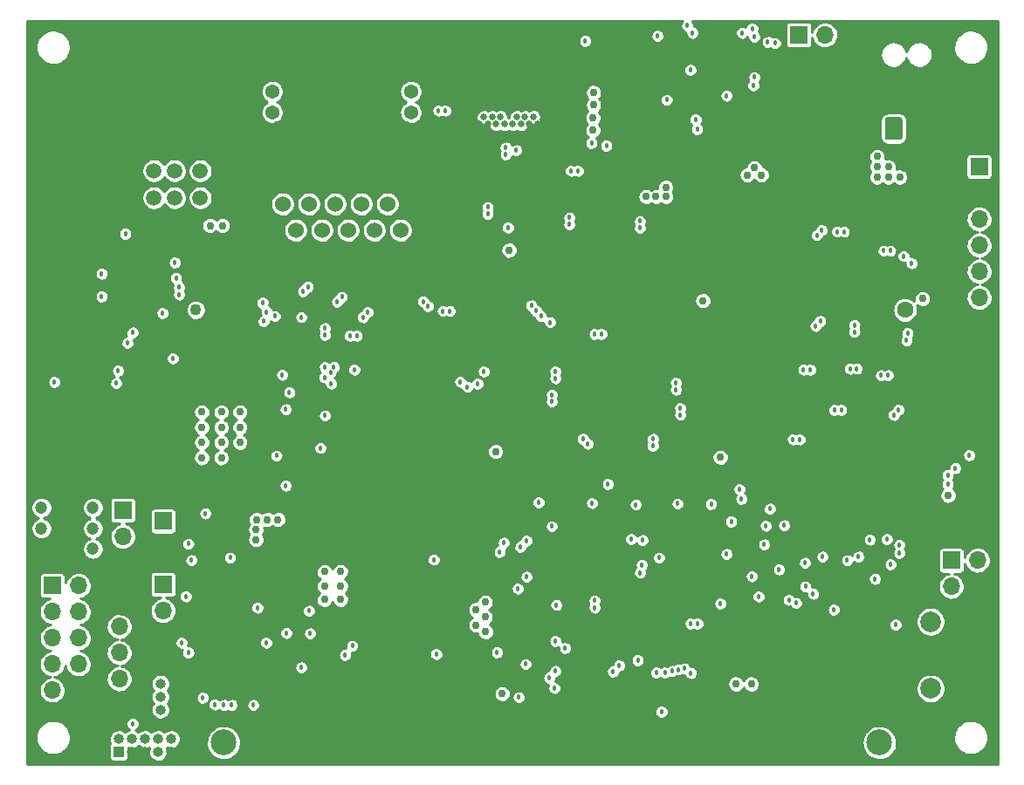
<source format=gbr>
%TF.GenerationSoftware,KiCad,Pcbnew,5.99.0-unknown-ad69e44~101~ubuntu18.04.1*%
%TF.CreationDate,2020-06-22T16:53:11+08:00*%
%TF.ProjectId,ovc4,6f766334-2e6b-4696-9361-645f70636258,rev?*%
%TF.SameCoordinates,Original*%
%TF.FileFunction,Copper,L5,Inr*%
%TF.FilePolarity,Positive*%
%FSLAX46Y46*%
G04 Gerber Fmt 4.6, Leading zero omitted, Abs format (unit mm)*
G04 Created by KiCad (PCBNEW 5.99.0-unknown-ad69e44~101~ubuntu18.04.1) date 2020-06-22 16:53:11*
%MOMM*%
%LPD*%
G01*
G04 APERTURE LIST*
%TA.AperFunction,ComponentPad*%
%ADD10C,2.500000*%
%TD*%
%TA.AperFunction,ComponentPad*%
%ADD11C,1.600000*%
%TD*%
%TA.AperFunction,ComponentPad*%
%ADD12C,1.100000*%
%TD*%
%TA.AperFunction,ComponentPad*%
%ADD13O,1.700000X1.700000*%
%TD*%
%TA.AperFunction,ComponentPad*%
%ADD14R,1.700000X1.700000*%
%TD*%
%TA.AperFunction,ComponentPad*%
%ADD15O,1.000000X1.000000*%
%TD*%
%TA.AperFunction,ComponentPad*%
%ADD16R,1.000000X1.000000*%
%TD*%
%TA.AperFunction,ComponentPad*%
%ADD17C,2.000000*%
%TD*%
%TA.AperFunction,ComponentPad*%
%ADD18C,1.200000*%
%TD*%
%TA.AperFunction,ComponentPad*%
%ADD19C,1.500000*%
%TD*%
%TA.AperFunction,ComponentPad*%
%ADD20C,3.000000*%
%TD*%
%TA.AperFunction,ComponentPad*%
%ADD21O,1.700000X2.200000*%
%TD*%
%TA.AperFunction,ComponentPad*%
%ADD22C,1.371600*%
%TD*%
%TA.AperFunction,ComponentPad*%
%ADD23C,2.200000*%
%TD*%
%TA.AperFunction,ComponentPad*%
%ADD24C,3.600000*%
%TD*%
%TA.AperFunction,ComponentPad*%
%ADD25C,1.524000*%
%TD*%
%TA.AperFunction,ComponentPad*%
%ADD26C,0.600000*%
%TD*%
%TA.AperFunction,ComponentPad*%
%ADD27C,0.650000*%
%TD*%
%TA.AperFunction,ComponentPad*%
%ADD28C,1.400000*%
%TD*%
%TA.AperFunction,ViaPad*%
%ADD29C,0.457200*%
%TD*%
%TA.AperFunction,ViaPad*%
%ADD30C,0.762000*%
%TD*%
%TA.AperFunction,Conductor*%
%ADD31C,0.254000*%
%TD*%
G04 APERTURE END LIST*
D10*
%TO.N,N/C*%
%TO.C,U1*%
X115125000Y-98500000D03*
X51525000Y-98500000D03*
D11*
X117625000Y-56500000D03*
D12*
X48825000Y-56500000D03*
%TD*%
D13*
%TO.N,/Interfaces/FAN_PWM_5V*%
%TO.C,J12*%
X41400000Y-92320000D03*
%TO.N,/Interfaces/FAN_TACH_5V*%
X41400000Y-89780000D03*
%TO.N,+5V*%
X41400000Y-87240000D03*
D14*
%TO.N,GND*%
X41400000Y-84700000D03*
%TD*%
D15*
%TO.N,/Interfaces/FAN_PWM_5V*%
%TO.C,J11*%
X45400000Y-95310000D03*
%TO.N,/Interfaces/FAN_TACH_5V*%
X45400000Y-94040000D03*
%TO.N,+5V*%
X45400000Y-92770000D03*
D16*
%TO.N,GND*%
X45400000Y-91500000D03*
%TD*%
D13*
%TO.N,GND*%
%TO.C,J9*%
X45650000Y-88230000D03*
%TO.N,/Power/MCU_nPWEN_5V*%
X45650000Y-85690000D03*
D14*
%TO.N,+5V*%
X45650000Y-83150000D03*
%TD*%
D13*
%TO.N,CAM1_SDA_1V8*%
%TO.C,J7*%
X124800000Y-55300000D03*
%TO.N,CAM1_SCL_1V8*%
X124800000Y-52760000D03*
%TO.N,CAM1_ENABLE*%
X124800000Y-50220000D03*
%TO.N,CAM1_TRIGGER*%
X124800000Y-47680000D03*
%TO.N,GND*%
X124800000Y-45140000D03*
D14*
%TO.N,+3V3*%
X124800000Y-42600000D03*
%TD*%
D13*
%TO.N,GND*%
%TO.C,J8*%
X37440000Y-93410000D03*
%TO.N,+1V8*%
X34900000Y-93410000D03*
%TO.N,/MCU/SWDCLK/MCU_GPIO5/FC6*%
X37440000Y-90870000D03*
%TO.N,/MCU/SWDIO/MCU_GPIO6/FC6*%
X34900000Y-90870000D03*
%TO.N,/MCU/MCU_GPIO3/FC6*%
X37440000Y-88330000D03*
%TO.N,/MCU/MCU_GPIO4/FC6*%
X34900000Y-88330000D03*
%TO.N,/MCU/MCU_GPIO1*%
X37440000Y-85790000D03*
%TO.N,/MCU/MCU_GPIO2*%
X34900000Y-85790000D03*
%TO.N,/MCU/MCU_GPIO0*%
X37440000Y-83250000D03*
D14*
%TO.N,+3V3*%
X34900000Y-83250000D03*
%TD*%
D13*
%TO.N,GND*%
%TO.C,J5*%
X124640000Y-83340000D03*
%TO.N,/MCU/ISP_USART_RXD*%
X122100000Y-83340000D03*
%TO.N,+1V8*%
X124640000Y-80800000D03*
D14*
%TO.N,/MCU/ISP_USART_TXD*%
X122100000Y-80800000D03*
%TD*%
D17*
%TO.N,/MCU/MCU_GPIO_BUTTON*%
%TO.C,SW2*%
X120100000Y-86750000D03*
%TO.N,GND*%
X124600000Y-86750000D03*
%TO.N,/MCU/MCU_GPIO_BUTTON*%
X120100000Y-93250000D03*
%TO.N,GND*%
X124600000Y-93250000D03*
%TD*%
D13*
%TO.N,GND*%
%TO.C,J1*%
X41750000Y-81030000D03*
%TO.N,DEBUG_UART_TXD*%
X41750000Y-78490000D03*
D14*
%TO.N,DEBUG_UART_RXD*%
X41750000Y-75950000D03*
%TD*%
D18*
%TO.N,GND*%
%TO.C,SW1*%
X33850000Y-79700000D03*
%TO.N,RST_BUTTON*%
X33850000Y-77700000D03*
%TO.N,Net-(SW1-Pad4)*%
X33850000Y-75700000D03*
%TO.N,Net-(SW1-Pad3)*%
X38850000Y-79700000D03*
%TO.N,/Power/MCU_nPWEN_5V*%
X38850000Y-77700000D03*
%TO.N,Net-(D6-Pad1)*%
X38850000Y-75700000D03*
%TD*%
D13*
%TO.N,GND*%
%TO.C,J6*%
X112380000Y-29800000D03*
%TO.N,USB_SCL*%
X109840000Y-29800000D03*
D14*
%TO.N,USB_SDA*%
X107300000Y-29800000D03*
%TD*%
D19*
%TO.N,/USB/VBUS_USER0*%
%TO.C,U18*%
X49260001Y-45607498D03*
%TO.N,/USB/USB2_USER0_D_N*%
X46760001Y-45607498D03*
%TO.N,/USB/USB2_USER0_D_P*%
X44760001Y-45607498D03*
%TO.N,GND*%
X42260001Y-45607498D03*
%TO.N,/USB/VBUS_USER1*%
X49260001Y-42987498D03*
%TO.N,/USB/USB2_USER1_D_P*%
X46760001Y-42987498D03*
%TO.N,/USB/USB2_USER1_D_N*%
X44760001Y-42987498D03*
%TO.N,GND*%
X42260001Y-42987498D03*
D20*
X52330001Y-45957498D03*
X39190001Y-45957498D03*
X39190001Y-40277498D03*
X52330001Y-40277498D03*
%TD*%
D21*
%TO.N,GND*%
%TO.C,J4*%
X119000000Y-38900000D03*
%TO.N,/Power/AUX_PWR*%
%TA.AperFunction,ComponentPad*%
G36*
G01*
X117100000Y-40000000D02*
X115900000Y-40000000D01*
G75*
G02*
X115650000Y-39750000I0J250000D01*
G01*
X115650000Y-38050000D01*
G75*
G02*
X115900000Y-37800000I250000J0D01*
G01*
X117100000Y-37800000D01*
G75*
G02*
X117350000Y-38050000I0J-250000D01*
G01*
X117350000Y-39750000D01*
G75*
G02*
X117100000Y-40000000I-250000J0D01*
G01*
G37*
%TD.AperFunction*%
%TD*%
D22*
%TO.N,Net-(R32-Pad1)*%
%TO.C,U21*%
X56235001Y-37327498D03*
%TO.N,+3V3*%
X56235001Y-35297498D03*
%TO.N,Net-(R33-Pad1)*%
X69685001Y-35297498D03*
%TO.N,+3V3*%
X69685001Y-37327498D03*
D23*
%TO.N,GND*%
X55085001Y-42917498D03*
X70835001Y-42917498D03*
D24*
X57245001Y-39867498D03*
X68675001Y-39867498D03*
D25*
%TO.N,GBE_MDI0_P*%
X57245001Y-46217498D03*
%TO.N,GBE_MDI0_N*%
X58515001Y-48757498D03*
%TO.N,GBE_MDI1_P*%
X59785001Y-46217498D03*
%TO.N,GBE_MDI1_N*%
X61055001Y-48757498D03*
%TO.N,Net-(C65-Pad1)*%
X62325001Y-46217498D03*
X63595001Y-48757498D03*
%TO.N,GBE_MDI2_P*%
X64865001Y-46217498D03*
%TO.N,GBE_MDI2_N*%
X66135001Y-48757498D03*
%TO.N,GBE_MDI3_P*%
X67405001Y-46217498D03*
%TO.N,GBE_MDI3_N*%
X68675001Y-48757498D03*
%TD*%
D26*
%TO.N,GND*%
%TO.C,U11*%
X69200000Y-83250000D03*
X69200000Y-82500000D03*
X69790000Y-82120000D03*
X69790000Y-82870000D03*
X70350000Y-83250000D03*
X70350000Y-81750000D03*
X70350000Y-82500000D03*
X69200000Y-81750000D03*
X69200000Y-84490000D03*
X69500000Y-85070000D03*
X69200000Y-85650000D03*
%TD*%
%TO.N,GND*%
%TO.C,U9*%
X59500000Y-77200000D03*
X59500000Y-76450000D03*
X60090000Y-76070000D03*
X60090000Y-76820000D03*
X60650000Y-77200000D03*
X60650000Y-75700000D03*
X60650000Y-76450000D03*
X59500000Y-75700000D03*
X59500000Y-78440000D03*
X59800000Y-79020000D03*
X59500000Y-79600000D03*
%TD*%
D13*
%TO.N,GND*%
%TO.C,J3*%
X45650000Y-79540000D03*
D14*
%TO.N,/Power/nFORCE_RECOVERY*%
X45650000Y-77000000D03*
%TD*%
D27*
%TO.N,GND*%
%TO.C,J2*%
X77160001Y-38477498D03*
X81160001Y-38477498D03*
%TO.N,/USB/CONN_RX1+*%
X81560001Y-37777498D03*
%TO.N,/USB/CONN_RX1-*%
X80760001Y-37777498D03*
%TO.N,/USB/CONN_SBU2*%
X79960001Y-37777498D03*
%TO.N,/USB/CONN_CC2*%
X78360001Y-37777498D03*
%TO.N,/USB/CONN_TX2-*%
X77560001Y-37777498D03*
%TO.N,/USB/CONN_TX2+*%
X76760001Y-37777498D03*
%TO.N,GND*%
X81960001Y-38477498D03*
%TO.N,/USB/CONN_VBUS*%
X80360001Y-38477498D03*
%TO.N,/USB/USB0_D_N*%
X79560001Y-38477498D03*
%TO.N,/USB/USB0_D_P*%
X78760001Y-38477498D03*
%TO.N,/USB/CONN_VBUS*%
X77960001Y-38477498D03*
%TO.N,GND*%
X76360001Y-38477498D03*
D28*
X83430001Y-32597498D03*
X74890001Y-32597498D03*
X74890001Y-37327498D03*
X83430001Y-37327498D03*
%TD*%
D15*
%TO.N,NX_MCU_nRST*%
%TO.C,MCU_SWD1*%
X46430000Y-98130000D03*
%TO.N,GND*%
X46430000Y-99400000D03*
%TO.N,Net-(MCU_SWD1-Pad8)*%
X45160000Y-98130000D03*
%TO.N,Net-(MCU_SWD1-Pad7)*%
X45160000Y-99400000D03*
%TO.N,Net-(MCU_SWD1-Pad6)*%
X43890000Y-98130000D03*
%TO.N,GND*%
X43890000Y-99400000D03*
%TO.N,/MCU/SWDCLK/MCU_GPIO5/FC6*%
X42620000Y-98130000D03*
%TO.N,GND*%
X42620000Y-99400000D03*
%TO.N,/MCU/SWDIO/MCU_GPIO6/FC6*%
X41350000Y-98130000D03*
D16*
%TO.N,+1V8*%
X41350000Y-99400000D03*
%TD*%
D29*
%TO.N,CAM4_SDA_1V8*%
X82075000Y-75175000D03*
%TO.N,CAM4_TRIGGER*%
X92150000Y-78850000D03*
%TO.N,CAM4_ENABLE*%
X91050000Y-78750000D03*
%TO.N,+1V8*%
X87250000Y-75250000D03*
%TO.N,GND*%
X88200000Y-75250000D03*
%TO.N,+3V3*%
X42700000Y-58700000D03*
%TO.N,GND*%
X46300000Y-59250000D03*
X46250000Y-57550000D03*
D30*
X43650000Y-66200000D03*
%TO.N,+5V*%
X93450000Y-45500000D03*
X49400000Y-70850000D03*
X51300000Y-70850000D03*
%TO.N,+1V8*%
X76950000Y-87750000D03*
X76000000Y-87100000D03*
D29*
%TO.N,CAM0_CLK+*%
X116516513Y-66683487D03*
%TO.N,CAM0_CLK-*%
X116983487Y-66216513D03*
%TO.N,CAM0_DAT0-*%
X115930200Y-62850000D03*
%TO.N,CAM0_DAT0+*%
X115269800Y-62850000D03*
%TO.N,CAM0_DAT1+*%
X112269800Y-62200000D03*
%TO.N,CAM0_DAT1-*%
X112930200Y-62200000D03*
%TO.N,GND*%
X110600000Y-50700000D03*
X107400000Y-50750000D03*
X107850000Y-55300000D03*
X110850000Y-55350000D03*
X114700000Y-50950000D03*
X116900000Y-50850000D03*
%TO.N,CAM1_DAT1+*%
X109389241Y-57587114D03*
%TO.N,CAM1_DAT1-*%
X108922267Y-58054088D03*
%TO.N,CAM1_CLK+*%
X112700000Y-57969800D03*
%TO.N,CAM1_CLK-*%
X112700000Y-58630200D03*
%TO.N,CAM1_DAT0+*%
X115519800Y-50750000D03*
%TO.N,CAM1_DAT0-*%
X116180200Y-50750000D03*
%TO.N,GND*%
X98650000Y-73000000D03*
%TO.N,CAM3_CLK+*%
X109066513Y-49233487D03*
%TO.N,CAM3_CLK-*%
X109533487Y-48766513D03*
%TO.N,CAM3_DAT1+*%
X91900000Y-48530200D03*
%TO.N,CAM3_DAT1-*%
X91900000Y-47869800D03*
%TO.N,CAM4_DAT1+*%
X95800000Y-66019800D03*
%TO.N,CAM4_DAT1-*%
X95800000Y-66680200D03*
%TO.N,MCU_USB1_D_P*%
X87519800Y-58850000D03*
%TO.N,MCU_USB1_D_N*%
X88180200Y-58850000D03*
%TO.N,CAM5_CLK-*%
X95400000Y-64230200D03*
%TO.N,CAM5_CLK+*%
X95400000Y-63569800D03*
%TO.N,CAM5_DAT1+*%
X83700000Y-62469800D03*
%TO.N,CAM5_DAT1-*%
X83700000Y-63130200D03*
%TO.N,GND*%
X88750000Y-41800000D03*
D30*
%TO.N,/USB/CONN_VBUS*%
X87350000Y-39050000D03*
X87350000Y-37850000D03*
X87400000Y-36600000D03*
D29*
%TO.N,/USB/CONN_CC2*%
X87200000Y-40300000D03*
%TO.N,/USB/ABSIDE*%
X88650000Y-40550000D03*
D30*
%TO.N,/Power/VAUX*%
X102300000Y-43400000D03*
D29*
%TO.N,GND*%
X98200000Y-43700000D03*
%TO.N,+1V8*%
X83350000Y-77500000D03*
X100750000Y-77050000D03*
X98800000Y-75350000D03*
X104500000Y-75800000D03*
%TO.N,CAM2_SDA_1V8*%
X101550000Y-73900000D03*
%TO.N,CAM2_SCL_1V8*%
X101750000Y-74850000D03*
%TO.N,GND*%
X93700000Y-75950000D03*
%TO.N,+1V8*%
X95550000Y-75300000D03*
X105900000Y-77400000D03*
X113100000Y-80450000D03*
%TO.N,/MCU/IMU_MISO*%
X104100000Y-77450000D03*
%TO.N,+1V8*%
X80050000Y-83550000D03*
X116700000Y-87050000D03*
D30*
%TO.N,+3V3*%
X77900000Y-70250000D03*
%TO.N,+1V8*%
X102700000Y-92800000D03*
X101200000Y-92800000D03*
%TO.N,GND*%
X101800000Y-96550000D03*
D29*
%TO.N,/MCU/MCU_GPIO4/FC6*%
X49500000Y-94150000D03*
D30*
%TO.N,+1V8*%
X78550000Y-93750000D03*
D29*
%TO.N,/MCU/MCU_GPIO3/FC6*%
X50650000Y-94800000D03*
%TO.N,/MCU/MCU_GPIO2*%
X51550000Y-94850000D03*
%TO.N,/MCU/MCU_GPIO1*%
X52300000Y-94850000D03*
%TO.N,/MCU/SWDIO/MCU_GPIO6/FC6*%
X42700000Y-96650000D03*
%TO.N,+5V*%
X47850000Y-84300000D03*
%TO.N,GND*%
X57450000Y-91250000D03*
%TO.N,/Interfaces/FAN_PWM_5V*%
X55650000Y-88800000D03*
%TO.N,GND*%
X57550000Y-84550000D03*
%TO.N,+5V*%
X59800000Y-85700000D03*
%TO.N,/Interfaces/FAN_TACH_5V*%
X59900000Y-87900000D03*
%TO.N,/Interfaces/FAN_PWM*%
X57600000Y-87850000D03*
%TO.N,/Interfaces/FAN_TACH*%
X63300000Y-90000000D03*
%TO.N,+1V8*%
X59050000Y-91200000D03*
%TO.N,/Interfaces/FAN_PWM*%
X56650000Y-70650000D03*
%TO.N,/Power/nFORCE_RECOVERY*%
X61350000Y-66750000D03*
%TO.N,/Interfaces/FAN_TACH*%
X59050000Y-57200000D03*
%TO.N,FRAME_TRIGGER*%
X62213637Y-62027271D03*
%TO.N,NX_MCU_GPIO*%
X61900000Y-62550000D03*
%TO.N,NX_MCU_nRST*%
X61300000Y-63050000D03*
%TO.N,/Power/nFORCE_RECOVERY*%
X61350000Y-62050000D03*
%TO.N,/MCU/MCU_GPIO0*%
X48100000Y-89750000D03*
%TO.N,/MCU/MCU_GPIO1*%
X47450000Y-88800000D03*
%TO.N,GND*%
X84600000Y-93300000D03*
%TO.N,+1V8*%
X83700000Y-91550000D03*
%TO.N,GND*%
X72900000Y-91200000D03*
D30*
X121700000Y-65900000D03*
X122850000Y-68450000D03*
D29*
%TO.N,CAM0_ENABLE*%
X123850000Y-70600000D03*
%TO.N,CAM0_TRIGGER*%
X122500000Y-71850000D03*
%TO.N,CAM0_SCL_1V8*%
X121750000Y-72550000D03*
%TO.N,CAM0_SDA_1V8*%
X121750000Y-73400000D03*
D30*
%TO.N,+5V*%
X51300000Y-69350000D03*
X53100000Y-69350000D03*
X49400000Y-69350000D03*
D29*
%TO.N,/MCU/MCU_GPIO0*%
X94350000Y-91700000D03*
X54400000Y-94850000D03*
%TO.N,+3V3*%
X94000000Y-95500000D03*
%TO.N,GND*%
X93150000Y-95850000D03*
%TO.N,/USB/CONN_TX2+*%
X73030200Y-37150000D03*
%TO.N,/USB/CONN_TX2-*%
X72369800Y-37150000D03*
%TO.N,/Power/NX_nSHUTDOWN_REQ*%
X64000000Y-89100000D03*
D30*
%TO.N,GND*%
X67250000Y-76000000D03*
D29*
X38750000Y-50100000D03*
%TO.N,VBUS*%
X97455283Y-38955283D03*
%TO.N,/USB/CONN_CC1*%
X97300000Y-38000000D03*
D30*
%TO.N,/Power/VAUX*%
X116000000Y-43600000D03*
X114900000Y-43600000D03*
X116000000Y-42600000D03*
X117100000Y-43600000D03*
X114900000Y-42600000D03*
X114900000Y-41600000D03*
%TO.N,+5V*%
X51400000Y-48300000D03*
X50200000Y-48300000D03*
D29*
X48400000Y-80800000D03*
%TO.N,GND*%
X51700000Y-82800000D03*
X51600000Y-88600000D03*
%TO.N,/Power/BATT*%
X57550000Y-66150000D03*
X55700000Y-56700000D03*
%TO.N,/Power/POWER_EN*%
X55300000Y-55800000D03*
%TO.N,Net-(R32-Pad1)*%
X57200000Y-62800000D03*
%TO.N,/Power/NX_nSHUTDOWN_REQ*%
X56500000Y-57100000D03*
%TO.N,nSYS_RESET*%
X55400000Y-57600000D03*
%TO.N,/MCU/MCU_GPIO1*%
X95000000Y-91550000D03*
%TO.N,/MCU/MCU_GPIO2*%
X95598693Y-91400217D03*
%TO.N,/MCU/MCU_GPIO3/FC6*%
X96200000Y-91300000D03*
%TO.N,+1V8*%
X83700000Y-88650000D03*
%TO.N,MCU_nPWEN*%
X80815103Y-90884897D03*
%TO.N,/MCU/MCU_GPIO4/FC6*%
X84650000Y-89312598D03*
%TO.N,GND*%
X71950000Y-51000000D03*
X74000000Y-53850000D03*
X117000000Y-60550000D03*
X114850000Y-59200000D03*
X113350000Y-59300000D03*
X111850000Y-59300000D03*
X110400000Y-59250000D03*
X108900000Y-59250000D03*
X107350000Y-59250000D03*
D30*
X105850000Y-58900000D03*
X104300000Y-59000000D03*
X102850000Y-59000000D03*
X101350000Y-58950000D03*
X99850000Y-58950000D03*
X98400000Y-58950000D03*
X96850000Y-59000000D03*
X95250000Y-58950000D03*
X91350000Y-58950000D03*
X83850000Y-58900000D03*
X82400000Y-59050000D03*
D29*
X81450000Y-59100000D03*
X77150000Y-59050000D03*
X75600000Y-59050000D03*
D30*
X73700000Y-62200000D03*
X72250000Y-62250000D03*
X70850000Y-62200000D03*
D29*
X65050000Y-62100000D03*
%TO.N,GBE_MDI3_P*%
X63769800Y-59000000D03*
%TO.N,GBE_MDI3_N*%
X64430200Y-59000000D03*
%TO.N,/USB/USBSS_TX_P*%
X73430200Y-56600000D03*
%TO.N,/USB/USBSS_TX_N*%
X72769800Y-56600000D03*
%TO.N,CAM2_DAT1+*%
X107769800Y-62300000D03*
%TO.N,CAM2_DAT1-*%
X108430200Y-62300000D03*
%TO.N,CAM2_DAT0+*%
X110769800Y-66215860D03*
%TO.N,CAM2_DAT0-*%
X111430200Y-66215860D03*
%TO.N,+1V8*%
X116200000Y-81200000D03*
%TO.N,/MCU/ISP_USART_TXD*%
X115850000Y-78750000D03*
%TO.N,/MCU/ISP_USART_RXD*%
X114200000Y-78800000D03*
%TO.N,+3V3*%
X88800000Y-73400000D03*
%TO.N,+1V8*%
X91500000Y-75400000D03*
%TO.N,+5V*%
X54800000Y-85400000D03*
%TO.N,GND*%
X53850000Y-85400000D03*
X52850000Y-91350000D03*
%TO.N,+5V*%
X52150000Y-80550000D03*
X48100000Y-79200000D03*
%TO.N,GND*%
X50900000Y-76850000D03*
X52150000Y-75900000D03*
%TO.N,/Power/POWER_EN*%
X49750000Y-76250000D03*
D30*
%TO.N,GND*%
X65500000Y-76737500D03*
X65500000Y-77687500D03*
X65500000Y-75737500D03*
X63200000Y-75687500D03*
X64350000Y-75687500D03*
D29*
X68900000Y-79400000D03*
D30*
%TO.N,+1V8*%
X76000000Y-85600000D03*
X76900000Y-86300000D03*
X76900000Y-84850000D03*
%TO.N,GND*%
X65300000Y-88250000D03*
X68050000Y-88200000D03*
X66700000Y-88200000D03*
X69350000Y-88200000D03*
%TO.N,+3V3*%
X62850000Y-84600000D03*
X61300000Y-84600000D03*
X61300000Y-83300000D03*
X62850000Y-83300000D03*
X62850000Y-81900000D03*
X61300000Y-81900000D03*
%TO.N,+5V*%
X54700000Y-76850000D03*
%TO.N,GND*%
X75150000Y-83737500D03*
X75150000Y-82787500D03*
X75150000Y-81787500D03*
X74000000Y-81737500D03*
X72850000Y-81737500D03*
X59650000Y-82050000D03*
X58350000Y-82050000D03*
X57000000Y-82050000D03*
X55600000Y-82100000D03*
%TO.N,+5V*%
X54650000Y-77800000D03*
X55750000Y-76850000D03*
X56800000Y-76850000D03*
X54650000Y-78800000D03*
D29*
%TO.N,+3V3*%
X71900000Y-80737500D03*
%TO.N,GND*%
X60250000Y-73500000D03*
%TO.N,+5V*%
X57550000Y-73550000D03*
%TO.N,nSYS_RESET*%
X60900000Y-69900000D03*
%TO.N,GND*%
X78050000Y-88900000D03*
X72100000Y-88900000D03*
%TO.N,+5V*%
X72150000Y-89900000D03*
%TO.N,+1V8*%
X78050000Y-89750000D03*
%TO.N,+5V*%
X80150000Y-94100000D03*
%TO.N,GND*%
X82850000Y-94000000D03*
%TO.N,/MCU/IMU_MOSI*%
X107900001Y-81042498D03*
%TO.N,IMU_INT1*%
X107950000Y-83347398D03*
%TO.N,Net-(R14-Pad2)*%
X83100000Y-92200000D03*
%TO.N,GND*%
X35100000Y-62500000D03*
%TO.N,+5V*%
X35100000Y-63500000D03*
D30*
%TO.N,+3V3*%
X121800000Y-74500000D03*
%TO.N,GND*%
X121900000Y-60900000D03*
X120500000Y-76900000D03*
D29*
%TO.N,/USB/CONN_CC1*%
X79900000Y-41000000D03*
%TO.N,/USB/USB0_D_N*%
X78891921Y-40743539D03*
%TO.N,/USB/USB0_D_P*%
X78900000Y-41400000D03*
%TO.N,CAM4_DAT0-*%
X93150000Y-69680200D03*
%TO.N,CAM4_DAT0+*%
X93150000Y-69019800D03*
%TO.N,+3V3*%
X102800000Y-29200000D03*
%TO.N,USB_SCL*%
X105000000Y-30600000D03*
%TO.N,USB_SDA*%
X104300000Y-30500000D03*
D30*
%TO.N,+5V*%
X53100000Y-66400000D03*
X53100000Y-67900000D03*
X49400000Y-66400000D03*
X51300000Y-66400000D03*
X51300000Y-67900000D03*
X49400000Y-67900000D03*
D29*
%TO.N,Net-(R33-Pad1)*%
X57900000Y-64500000D03*
%TO.N,NX_MCU_BOOT*%
X61950000Y-63650000D03*
%TO.N,NX_MCU_nRST*%
X89900000Y-91000000D03*
%TO.N,IMU_INT1*%
X64200000Y-62300000D03*
%TO.N,/MCU/SWDCLK/MCU_GPIO5/FC6*%
X87500000Y-85400000D03*
%TO.N,/MCU/SWDIO/MCU_GPIO6/FC6*%
X87500000Y-84700000D03*
%TO.N,MCU_nPWEN*%
X89300000Y-91600000D03*
%TO.N,CAM5_SCL_1V8*%
X80900000Y-82400000D03*
X80900000Y-78900000D03*
%TO.N,FRAME_TRIGGER*%
X80300000Y-79500000D03*
%TO.N,NX_MCU_GPIO*%
X78700000Y-79100000D03*
%TO.N,NX_MCU_BOOT*%
X78300000Y-80000000D03*
D30*
%TO.N,GND*%
X54100000Y-64700000D03*
X52900000Y-64700000D03*
X53000000Y-48400000D03*
X54100000Y-48400000D03*
D29*
%TO.N,Net-(R14-Pad2)*%
X93500000Y-91700000D03*
D30*
%TO.N,/USB/CONN_VBUS*%
X87400000Y-35400000D03*
D29*
%TO.N,GND*%
X91300000Y-91500000D03*
%TO.N,+1V8*%
X83600000Y-93200000D03*
%TO.N,IMU_INT1*%
X91900000Y-82000000D03*
D30*
%TO.N,+5V*%
X94400000Y-45500000D03*
X92500000Y-45500000D03*
X94400000Y-44600000D03*
%TO.N,/Power/VAUX*%
X103700000Y-43400000D03*
X103000000Y-42700000D03*
D29*
%TO.N,GND*%
X91100000Y-32000000D03*
D30*
X91400000Y-29265000D03*
D29*
X86800000Y-29500000D03*
%TO.N,VBUS*%
X103000000Y-30000000D03*
%TO.N,/USB/ABSIDE*%
X96500000Y-28900000D03*
%TO.N,+3V3*%
X97000000Y-29600000D03*
%TO.N,/USB/GATES*%
X101800000Y-29600000D03*
%TO.N,GND*%
X87300000Y-88000000D03*
%TO.N,+1V8*%
X83800000Y-85132600D03*
%TO.N,/MCU/IMU_CS*%
X112000000Y-80800000D03*
X91700000Y-90500000D03*
D30*
%TO.N,GND*%
X84500000Y-69800000D03*
D29*
X105200000Y-84600000D03*
%TO.N,+1V8*%
X103404383Y-84312598D03*
%TO.N,CAM0_TRIGGER*%
X107050000Y-84950000D03*
%TO.N,CAM0_ENABLE*%
X106350000Y-84650000D03*
%TO.N,CAM2_ENABLE*%
X100300000Y-80200000D03*
%TO.N,CAM2_TRIGGER*%
X99700000Y-85000000D03*
%TO.N,CAM4_SCL_1V8*%
X93750000Y-80550000D03*
%TO.N,CAM4_SDA_1V8*%
X92100000Y-81250000D03*
%TO.N,MCU_USB1_D_N*%
X97480200Y-86950000D03*
%TO.N,MCU_USB1_D_P*%
X96819800Y-86950000D03*
%TO.N,/MCU/IMU_CLK*%
X108700000Y-84050000D03*
X109600000Y-80450000D03*
%TO.N,CAM0_SDA_1V8*%
X117050000Y-80100000D03*
%TO.N,CAM0_SCL_1V8*%
X117050000Y-79300000D03*
%TO.N,/USB/USB2_D_N*%
X61350000Y-58930200D03*
%TO.N,/USB/USB2_D_P*%
X61350000Y-58269800D03*
D30*
%TO.N,GND*%
X54000000Y-37400000D03*
X98100000Y-91700000D03*
D29*
X105300000Y-82450000D03*
%TO.N,+1V8*%
X102750000Y-82350000D03*
%TO.N,GND*%
X95100000Y-86550000D03*
X93800000Y-86550000D03*
X92500000Y-86550000D03*
X95100000Y-85700000D03*
X93800000Y-85700000D03*
X92500000Y-85700000D03*
X95100000Y-84900000D03*
X93800000Y-84900000D03*
X92500000Y-84900000D03*
X95100000Y-84100000D03*
X93800000Y-84100000D03*
X92500000Y-84100000D03*
%TO.N,+1V8*%
X96850000Y-91750000D03*
D30*
%TO.N,GND*%
X100350000Y-96400000D03*
D29*
X95900000Y-96400000D03*
%TO.N,CAM4_CLK+*%
X86366513Y-69016513D03*
%TO.N,CAM4_CLK-*%
X86833487Y-69483487D03*
%TO.N,CAM3_SDA_1V8*%
X83200000Y-57700000D03*
%TO.N,CAM3_SCL_1V8*%
X82300000Y-57100000D03*
%TO.N,CAM3_TRIGGER*%
X81800000Y-56550000D03*
%TO.N,CAM3_ENABLE*%
X81360001Y-56067498D03*
%TO.N,GND*%
X35700000Y-61000000D03*
D30*
X39100000Y-57800000D03*
X36300000Y-68200000D03*
D29*
X36200000Y-49300000D03*
%TO.N,/USB/HUB_nOVR1*%
X47200000Y-55000000D03*
X41100000Y-63600000D03*
%TO.N,/USB/HUB_nOVR0*%
X47200000Y-54300000D03*
X41300000Y-62400000D03*
%TO.N,GND*%
X109367498Y-37539999D03*
X109367498Y-41439999D03*
X109367498Y-40439999D03*
X110267498Y-40439999D03*
X108467498Y-40439999D03*
X109367498Y-39439999D03*
X110267498Y-39439999D03*
X108467498Y-39439999D03*
X108467498Y-38539999D03*
X109367498Y-38539999D03*
X110267498Y-38539999D03*
X97500000Y-35900000D03*
%TO.N,Net-(C1-Pad1)*%
X93600000Y-29900000D03*
X86600000Y-30400000D03*
%TO.N,GND*%
X71800000Y-49300000D03*
X76700000Y-46000000D03*
%TO.N,+3V3*%
X79100000Y-48500000D03*
%TO.N,GND*%
X77300000Y-48000000D03*
X94800000Y-34000000D03*
X95600000Y-31500000D03*
%TO.N,+3V3*%
X96800000Y-33200000D03*
%TO.N,GND*%
X100800000Y-33900000D03*
X99700000Y-33900000D03*
X98700000Y-33900000D03*
X100800000Y-32800000D03*
X99700000Y-32800000D03*
X98700000Y-32800000D03*
X98700000Y-31800000D03*
X99700000Y-31800000D03*
X100800000Y-31800000D03*
X93415000Y-41115000D03*
X93400000Y-44100000D03*
X96300000Y-40900000D03*
X99600000Y-44300000D03*
X101700000Y-39000000D03*
X98300000Y-38900000D03*
X102500000Y-37100000D03*
%TO.N,/USB/GATES*%
X94500000Y-36100000D03*
D30*
%TO.N,GND*%
X36700000Y-70200000D03*
D29*
%TO.N,/USB/CONN_CC2*%
X100300000Y-35700000D03*
%TO.N,USB_SCL*%
X102900000Y-34700000D03*
%TO.N,USB_SDA*%
X103000000Y-33900000D03*
%TO.N,+3V3*%
X46600000Y-61200000D03*
%TO.N,/USB/HUB_nPWR*%
X46900000Y-53400000D03*
%TO.N,GND*%
X44600000Y-54400000D03*
X44600000Y-52600000D03*
X44600000Y-53500000D03*
X44600000Y-55300000D03*
X43800000Y-54400000D03*
X43800000Y-52600000D03*
X43800000Y-53500000D03*
X43800000Y-55300000D03*
X42900000Y-54400000D03*
X42900000Y-52600000D03*
X42900000Y-53500000D03*
X42900000Y-55300000D03*
X42100000Y-53500000D03*
X42100000Y-54400000D03*
X42100000Y-55300000D03*
X42100000Y-52600000D03*
%TO.N,+3V3*%
X39700000Y-55200000D03*
X39700000Y-52984898D03*
%TO.N,GND*%
X42000000Y-48000000D03*
%TO.N,+3V3*%
X42000000Y-49100000D03*
%TO.N,GND*%
X47500000Y-52000000D03*
%TO.N,+3V3*%
X46800000Y-51900000D03*
X45600000Y-56800000D03*
%TO.N,/USB/HUB_nPWR*%
X42200000Y-59700000D03*
%TO.N,GND*%
X44300000Y-47800000D03*
X36500000Y-45000000D03*
%TO.N,CAM2_CLK-*%
X107390201Y-69067498D03*
%TO.N,GND*%
X112400000Y-50800000D03*
%TO.N,CAM3_DAT0+*%
X111019800Y-48900000D03*
%TO.N,CAM3_DAT0-*%
X111680200Y-48900000D03*
%TO.N,/MCU/IMU_MISO*%
X105400000Y-81700000D03*
%TO.N,GND*%
X114700000Y-85200000D03*
%TO.N,+1V8*%
X114700000Y-82600000D03*
%TO.N,GND*%
X111800000Y-84500000D03*
%TO.N,+1V8*%
X110700000Y-85600000D03*
%TO.N,GND*%
X109700000Y-85600000D03*
%TO.N,/USB/USB2_D_P*%
X70866513Y-55666513D03*
%TO.N,/USB/USB2_D_N*%
X71333487Y-56133487D03*
%TO.N,GND*%
X83700000Y-51000000D03*
X78000000Y-50800000D03*
D30*
%TO.N,+3V3*%
X98000000Y-55600000D03*
D29*
%TO.N,GND*%
X56700000Y-50900000D03*
X61000000Y-50800000D03*
X64100000Y-50800000D03*
X70600000Y-51000000D03*
X75100000Y-53800000D03*
D30*
%TO.N,+3V3*%
X79200000Y-50700000D03*
D29*
%TO.N,GND*%
X76600000Y-50800000D03*
X81600000Y-51100000D03*
X84300000Y-50700000D03*
X86700000Y-55300000D03*
X92300000Y-55400000D03*
X89700000Y-55400000D03*
X88600000Y-55400000D03*
X87200000Y-50900000D03*
D30*
X90200000Y-50400000D03*
X95700000Y-50700000D03*
X97200000Y-50700000D03*
X99200000Y-54400000D03*
X100100000Y-50700000D03*
X101600000Y-50600000D03*
X102800000Y-50500000D03*
X103800000Y-54700000D03*
D29*
X104700000Y-50900000D03*
X106100000Y-51000000D03*
X109100000Y-50600000D03*
X77200000Y-57600000D03*
D30*
X81400000Y-63600000D03*
X81200000Y-66600000D03*
X77500000Y-72200000D03*
X87500000Y-73500000D03*
X90400000Y-73300000D03*
X94400000Y-70900000D03*
%TO.N,+3V3*%
X99700000Y-70800000D03*
%TO.N,GND*%
X105500000Y-73600000D03*
X108600000Y-73600000D03*
X111500000Y-73600000D03*
X115600000Y-70800000D03*
X121500000Y-63800000D03*
%TO.N,+3V3*%
X119300000Y-55400000D03*
%TO.N,GND*%
X120200000Y-48800000D03*
D29*
%TO.N,CAM1_SDA_1V8*%
X118260001Y-51967498D03*
%TO.N,CAM1_SCL_1V8*%
X117460001Y-51267498D03*
%TO.N,CAM1_TRIGGER*%
X117860001Y-58767498D03*
%TO.N,CAM1_ENABLE*%
X117760001Y-59467498D03*
%TO.N,CAM5_SCL_1V8*%
X75160001Y-63967498D03*
%TO.N,CAM5_SDA_1V8*%
X74460001Y-63467498D03*
%TO.N,CAM5_ENABLE*%
X76760001Y-62467498D03*
%TO.N,CAM5_TRIGGER*%
X76160001Y-63667498D03*
%TO.N,CAM5_DAT0-*%
X83360001Y-65397698D03*
%TO.N,CAM5_DAT0+*%
X83360001Y-64737298D03*
%TO.N,GND*%
X82360001Y-87867498D03*
X82360001Y-86867498D03*
X82360001Y-85867498D03*
%TO.N,+1V8*%
X103960001Y-79267498D03*
%TO.N,GND*%
X103160001Y-77467498D03*
X89060001Y-98904998D03*
%TO.N,/USB/CONN_RX1+*%
X85204801Y-42992498D03*
%TO.N,/USB/CONN_RX1-*%
X85865201Y-42992498D03*
%TO.N,/USB/USBSS_TX_P*%
X77135001Y-47172698D03*
%TO.N,/USB/USBSS_TX_N*%
X77135001Y-46512298D03*
%TO.N,GBE_MDI2_P*%
X65026514Y-57200985D03*
%TO.N,GBE_MDI2_N*%
X65493488Y-56734011D03*
%TO.N,CAM2_CLK+*%
X106729801Y-69067498D03*
%TO.N,/USB/USB0_D_P*%
X85060001Y-48197698D03*
%TO.N,/USB/USB0_D_N*%
X85060001Y-47537298D03*
%TO.N,GBE_MDI0_P*%
X59226514Y-54700985D03*
%TO.N,GBE_MDI0_N*%
X59693488Y-54234011D03*
%TO.N,GBE_MDI1_P*%
X62526514Y-55700985D03*
%TO.N,GBE_MDI1_N*%
X62993488Y-55234011D03*
%TD*%
%TO.N,GND*%
G36*
X95981226Y-28477770D02*
G01*
X95968331Y-28494127D01*
X95872427Y-28668574D01*
X95865526Y-28688227D01*
X95831300Y-28884333D01*
X95831136Y-28905161D01*
X95862277Y-29101782D01*
X95868869Y-29121540D01*
X95962021Y-29297472D01*
X95974657Y-29314030D01*
X96119774Y-29450303D01*
X96137092Y-29461875D01*
X96318526Y-29543795D01*
X96337497Y-29548826D01*
X96331300Y-29584333D01*
X96331136Y-29605161D01*
X96362277Y-29801782D01*
X96368869Y-29821540D01*
X96462021Y-29997472D01*
X96474657Y-30014030D01*
X96619774Y-30150303D01*
X96637092Y-30161875D01*
X96818526Y-30243795D01*
X96838659Y-30249134D01*
X97036847Y-30267869D01*
X97057624Y-30266398D01*
X97251195Y-30219925D01*
X97270375Y-30211804D01*
X97438456Y-30105136D01*
X97453972Y-30091239D01*
X97578439Y-29935878D01*
X97588616Y-29917705D01*
X97656134Y-29730168D01*
X97659883Y-29709173D01*
X97660700Y-29605161D01*
X101131136Y-29605161D01*
X101162277Y-29801782D01*
X101168869Y-29821540D01*
X101262021Y-29997472D01*
X101274657Y-30014030D01*
X101419774Y-30150303D01*
X101437092Y-30161875D01*
X101618526Y-30243795D01*
X101638659Y-30249134D01*
X101836847Y-30267869D01*
X101857624Y-30266398D01*
X102051195Y-30219925D01*
X102070375Y-30211804D01*
X102238456Y-30105136D01*
X102253972Y-30091239D01*
X102331217Y-29994820D01*
X102331136Y-30005161D01*
X102362277Y-30201782D01*
X102368869Y-30221540D01*
X102462021Y-30397472D01*
X102474657Y-30414030D01*
X102619774Y-30550303D01*
X102637092Y-30561875D01*
X102818526Y-30643795D01*
X102838659Y-30649134D01*
X103036847Y-30667869D01*
X103057624Y-30666398D01*
X103251195Y-30619925D01*
X103270375Y-30611804D01*
X103438416Y-30505161D01*
X103631136Y-30505161D01*
X103662277Y-30701782D01*
X103668869Y-30721540D01*
X103762021Y-30897472D01*
X103774657Y-30914030D01*
X103919774Y-31050303D01*
X103937092Y-31061875D01*
X104118526Y-31143795D01*
X104138659Y-31149134D01*
X104336847Y-31167869D01*
X104357624Y-31166398D01*
X104551195Y-31119925D01*
X104570375Y-31111804D01*
X104575388Y-31108622D01*
X104619774Y-31150303D01*
X104637092Y-31161875D01*
X104818526Y-31243795D01*
X104838659Y-31249134D01*
X105036847Y-31267869D01*
X105057624Y-31266398D01*
X105251195Y-31219925D01*
X105270375Y-31211804D01*
X105438456Y-31105136D01*
X105453972Y-31091239D01*
X105578439Y-30935878D01*
X105588616Y-30917705D01*
X105656134Y-30730168D01*
X105659883Y-30709173D01*
X105661517Y-30501205D01*
X105658098Y-30480154D01*
X105593534Y-30291580D01*
X105583644Y-30273250D01*
X105461632Y-30115953D01*
X105446337Y-30101814D01*
X105279952Y-29992519D01*
X105260901Y-29984096D01*
X105068084Y-29934590D01*
X105047332Y-29932792D01*
X104848876Y-29948412D01*
X104828661Y-29953433D01*
X104734630Y-29994124D01*
X104579952Y-29892519D01*
X104560901Y-29884096D01*
X104368084Y-29834590D01*
X104347332Y-29832792D01*
X104148876Y-29848412D01*
X104128661Y-29853433D01*
X103945962Y-29932494D01*
X103928464Y-29943793D01*
X103781226Y-30077770D01*
X103768331Y-30094127D01*
X103672427Y-30268574D01*
X103665526Y-30288227D01*
X103631300Y-30484333D01*
X103631136Y-30505161D01*
X103438416Y-30505161D01*
X103438456Y-30505136D01*
X103453972Y-30491239D01*
X103578439Y-30335878D01*
X103588616Y-30317705D01*
X103656134Y-30130168D01*
X103659883Y-30109173D01*
X103661517Y-29901205D01*
X103658098Y-29880154D01*
X103593534Y-29691580D01*
X103583644Y-29673250D01*
X103461632Y-29515953D01*
X103446337Y-29501814D01*
X103404283Y-29474190D01*
X103456134Y-29330168D01*
X103459883Y-29309173D01*
X103461517Y-29101205D01*
X103458098Y-29080154D01*
X103411417Y-28943810D01*
X106013229Y-28943810D01*
X106013229Y-30656190D01*
X106014442Y-30668510D01*
X106041727Y-30805680D01*
X106051225Y-30828611D01*
X106132382Y-30950068D01*
X106149932Y-30967618D01*
X106271389Y-31048775D01*
X106294320Y-31058273D01*
X106431490Y-31085558D01*
X106443810Y-31086771D01*
X108156190Y-31086771D01*
X108168510Y-31085558D01*
X108305680Y-31058273D01*
X108328611Y-31048775D01*
X108450068Y-30967618D01*
X108467618Y-30950068D01*
X108548775Y-30828611D01*
X108558273Y-30805680D01*
X108585558Y-30668510D01*
X108586771Y-30656190D01*
X108586771Y-30075402D01*
X108592392Y-30110892D01*
X108595236Y-30122091D01*
X108669940Y-30333044D01*
X108674776Y-30343536D01*
X108786671Y-30537345D01*
X108793339Y-30546780D01*
X108938681Y-30716952D01*
X108946956Y-30725014D01*
X109120874Y-30865850D01*
X109130480Y-30872269D01*
X109327152Y-30979052D01*
X109337767Y-30983613D01*
X109550605Y-31052768D01*
X109561873Y-31055318D01*
X109783750Y-31084529D01*
X109795295Y-31084983D01*
X110018778Y-31073270D01*
X110030212Y-31071612D01*
X110247819Y-31019369D01*
X110258759Y-31015655D01*
X110463203Y-30924632D01*
X110473284Y-30918987D01*
X110657715Y-30792230D01*
X110666598Y-30784842D01*
X110824842Y-30626598D01*
X110832230Y-30617715D01*
X110958987Y-30433284D01*
X110964632Y-30423203D01*
X111055655Y-30218759D01*
X111059369Y-30207819D01*
X111111805Y-29989408D01*
X111113529Y-29976315D01*
X111121012Y-29690578D01*
X111119976Y-29677412D01*
X111079042Y-29456556D01*
X111075906Y-29445436D01*
X110995706Y-29236509D01*
X110990596Y-29226148D01*
X110873666Y-29035335D01*
X110866754Y-29026077D01*
X110717008Y-28859768D01*
X110708524Y-28851926D01*
X110530979Y-28715691D01*
X110521208Y-28709526D01*
X110321809Y-28607927D01*
X110311078Y-28603645D01*
X110096502Y-28540085D01*
X110085171Y-28537831D01*
X109862607Y-28514438D01*
X109851054Y-28514287D01*
X109627952Y-28531846D01*
X109616566Y-28533802D01*
X109400401Y-28591723D01*
X109389562Y-28595722D01*
X109187571Y-28692067D01*
X109177641Y-28697974D01*
X108996591Y-28829515D01*
X108987905Y-28837133D01*
X108833857Y-28999466D01*
X108826705Y-29008539D01*
X108704819Y-29196225D01*
X108699440Y-29206450D01*
X108613799Y-29413206D01*
X108610372Y-29424240D01*
X108586771Y-29535275D01*
X108586771Y-28943810D01*
X108585558Y-28931490D01*
X108558273Y-28794320D01*
X108548775Y-28771389D01*
X108467618Y-28649932D01*
X108450068Y-28632382D01*
X108328611Y-28551225D01*
X108305680Y-28541727D01*
X108168510Y-28514442D01*
X108156190Y-28513229D01*
X106443810Y-28513229D01*
X106431490Y-28514442D01*
X106294320Y-28541727D01*
X106271389Y-28551225D01*
X106149932Y-28632382D01*
X106132382Y-28649932D01*
X106051225Y-28771389D01*
X106041727Y-28794320D01*
X106014442Y-28931490D01*
X106013229Y-28943810D01*
X103411417Y-28943810D01*
X103393534Y-28891580D01*
X103383644Y-28873250D01*
X103261632Y-28715953D01*
X103246337Y-28701814D01*
X103079952Y-28592519D01*
X103060901Y-28584096D01*
X102868084Y-28534590D01*
X102847332Y-28532792D01*
X102648876Y-28548412D01*
X102628661Y-28553433D01*
X102445962Y-28632494D01*
X102428464Y-28643793D01*
X102281226Y-28777770D01*
X102268331Y-28794127D01*
X102172427Y-28968574D01*
X102165526Y-28988227D01*
X102156052Y-29042508D01*
X102079952Y-28992519D01*
X102060901Y-28984096D01*
X101868084Y-28934590D01*
X101847332Y-28932792D01*
X101648876Y-28948412D01*
X101628661Y-28953433D01*
X101445962Y-29032494D01*
X101428464Y-29043793D01*
X101281226Y-29177770D01*
X101268331Y-29194127D01*
X101172427Y-29368574D01*
X101165526Y-29388227D01*
X101131300Y-29584333D01*
X101131136Y-29605161D01*
X97660700Y-29605161D01*
X97661517Y-29501205D01*
X97658098Y-29480154D01*
X97593534Y-29291580D01*
X97583644Y-29273250D01*
X97461632Y-29115953D01*
X97446337Y-29101814D01*
X97279952Y-28992519D01*
X97260901Y-28984096D01*
X97160283Y-28958262D01*
X97161517Y-28801205D01*
X97158098Y-28780154D01*
X97093534Y-28591580D01*
X97083644Y-28573250D01*
X96973149Y-28430800D01*
X126569200Y-28430800D01*
X126569201Y-100569200D01*
X32430800Y-100569200D01*
X32430800Y-97987407D01*
X33314182Y-97987407D01*
X33332340Y-98247091D01*
X33333853Y-98257099D01*
X33393298Y-98510540D01*
X33396392Y-98520177D01*
X33495592Y-98760855D01*
X33500187Y-98769873D01*
X33636591Y-98991594D01*
X33642569Y-98999761D01*
X33812666Y-99196822D01*
X33819873Y-99203929D01*
X34019290Y-99371259D01*
X34027540Y-99377122D01*
X34251144Y-99510416D01*
X34260225Y-99514885D01*
X34502264Y-99610715D01*
X34511943Y-99613674D01*
X34766189Y-99669573D01*
X34776217Y-99670947D01*
X35036130Y-99685478D01*
X35046248Y-99685231D01*
X35305141Y-99658021D01*
X35315090Y-99656159D01*
X35566303Y-99587905D01*
X35575825Y-99584477D01*
X35812894Y-99476939D01*
X35821746Y-99472032D01*
X36038572Y-99327972D01*
X36046525Y-99321713D01*
X36237530Y-99144842D01*
X36244381Y-99137391D01*
X36404649Y-98932258D01*
X36410221Y-98923808D01*
X36426712Y-98893810D01*
X40413229Y-98893810D01*
X40413229Y-99906190D01*
X40414442Y-99918510D01*
X40441727Y-100055680D01*
X40451225Y-100078611D01*
X40532382Y-100200068D01*
X40549932Y-100217618D01*
X40671389Y-100298775D01*
X40694320Y-100308273D01*
X40831490Y-100335558D01*
X40843810Y-100336771D01*
X41856190Y-100336771D01*
X41868510Y-100335558D01*
X42005680Y-100308273D01*
X42028611Y-100298775D01*
X42150068Y-100217618D01*
X42167618Y-100200068D01*
X42248775Y-100078611D01*
X42258273Y-100055680D01*
X42285558Y-99918510D01*
X42286771Y-99906190D01*
X42286771Y-99004537D01*
X42287171Y-99004739D01*
X42300376Y-99009650D01*
X42489240Y-99056739D01*
X42503205Y-99058603D01*
X42697807Y-99062679D01*
X42711838Y-99061402D01*
X42902507Y-99022263D01*
X42915906Y-99017909D01*
X43093165Y-98937501D01*
X43105267Y-98930287D01*
X43257438Y-98814783D01*
X43371645Y-98909264D01*
X43383435Y-98916979D01*
X43557171Y-99004739D01*
X43570376Y-99009650D01*
X43759240Y-99056739D01*
X43773205Y-99058603D01*
X43967807Y-99062679D01*
X43981838Y-99061402D01*
X44172507Y-99022263D01*
X44185906Y-99017909D01*
X44346643Y-98944996D01*
X44282958Y-99073287D01*
X44278139Y-99086526D01*
X44232370Y-99275713D01*
X44230605Y-99289691D01*
X44227887Y-99484317D01*
X44229262Y-99498339D01*
X44269731Y-99688730D01*
X44274178Y-99702098D01*
X44355822Y-99878792D01*
X44363120Y-99890843D01*
X44481882Y-100045058D01*
X44491669Y-100055192D01*
X44641645Y-100179264D01*
X44653435Y-100186979D01*
X44827171Y-100274739D01*
X44840376Y-100279650D01*
X45029240Y-100326739D01*
X45043205Y-100328603D01*
X45237807Y-100332679D01*
X45251838Y-100331402D01*
X45442507Y-100292263D01*
X45455906Y-100287909D01*
X45633165Y-100207501D01*
X45645267Y-100200287D01*
X45800308Y-100082605D01*
X45810511Y-100072889D01*
X45935626Y-99923782D01*
X45943422Y-99912047D01*
X46032394Y-99738927D01*
X46037398Y-99725756D01*
X46085913Y-99536799D01*
X46087893Y-99521959D01*
X46090937Y-99303996D01*
X46089372Y-99289107D01*
X46046151Y-99098869D01*
X46041518Y-99085564D01*
X45972658Y-98941843D01*
X46097171Y-99004739D01*
X46110376Y-99009650D01*
X46299240Y-99056739D01*
X46313205Y-99058603D01*
X46507807Y-99062679D01*
X46521838Y-99061402D01*
X46712507Y-99022263D01*
X46725906Y-99017909D01*
X46903165Y-98937501D01*
X46915267Y-98930287D01*
X47070308Y-98812605D01*
X47080511Y-98802889D01*
X47205626Y-98653782D01*
X47213422Y-98642047D01*
X47292896Y-98487407D01*
X49839182Y-98487407D01*
X49857340Y-98747091D01*
X49858853Y-98757099D01*
X49918298Y-99010540D01*
X49921392Y-99020177D01*
X50020592Y-99260855D01*
X50025187Y-99269873D01*
X50161591Y-99491594D01*
X50167569Y-99499761D01*
X50337666Y-99696822D01*
X50344873Y-99703929D01*
X50544290Y-99871259D01*
X50552540Y-99877122D01*
X50776144Y-100010416D01*
X50785225Y-100014885D01*
X51027264Y-100110715D01*
X51036943Y-100113674D01*
X51291189Y-100169573D01*
X51301217Y-100170947D01*
X51561130Y-100185478D01*
X51571248Y-100185231D01*
X51830141Y-100158021D01*
X51840090Y-100156159D01*
X52091303Y-100087905D01*
X52100825Y-100084477D01*
X52337894Y-99976939D01*
X52346746Y-99972032D01*
X52563572Y-99827972D01*
X52571525Y-99821713D01*
X52762530Y-99644842D01*
X52769381Y-99637391D01*
X52929649Y-99432258D01*
X52935221Y-99423808D01*
X53060631Y-99195688D01*
X53064780Y-99186456D01*
X53152104Y-98941220D01*
X53154723Y-98931444D01*
X53201776Y-98675076D01*
X53202810Y-98664343D01*
X53204663Y-98487407D01*
X113439182Y-98487407D01*
X113457340Y-98747091D01*
X113458853Y-98757099D01*
X113518298Y-99010540D01*
X113521392Y-99020177D01*
X113620592Y-99260855D01*
X113625187Y-99269873D01*
X113761591Y-99491594D01*
X113767569Y-99499761D01*
X113937666Y-99696822D01*
X113944873Y-99703929D01*
X114144290Y-99871259D01*
X114152540Y-99877122D01*
X114376144Y-100010416D01*
X114385225Y-100014885D01*
X114627264Y-100110715D01*
X114636943Y-100113674D01*
X114891189Y-100169573D01*
X114901217Y-100170947D01*
X115161130Y-100185478D01*
X115171248Y-100185231D01*
X115430141Y-100158021D01*
X115440090Y-100156159D01*
X115691303Y-100087905D01*
X115700825Y-100084477D01*
X115937894Y-99976939D01*
X115946746Y-99972032D01*
X116163572Y-99827972D01*
X116171525Y-99821713D01*
X116362530Y-99644842D01*
X116369381Y-99637391D01*
X116529649Y-99432258D01*
X116535221Y-99423808D01*
X116660631Y-99195688D01*
X116664780Y-99186456D01*
X116752104Y-98941220D01*
X116754723Y-98931444D01*
X116801776Y-98675076D01*
X116802810Y-98664343D01*
X116805884Y-98370830D01*
X116805075Y-98360078D01*
X116763402Y-98102781D01*
X116760988Y-98092952D01*
X116725878Y-97987407D01*
X122314182Y-97987407D01*
X122332340Y-98247091D01*
X122333853Y-98257099D01*
X122393298Y-98510540D01*
X122396392Y-98520177D01*
X122495592Y-98760855D01*
X122500187Y-98769873D01*
X122636591Y-98991594D01*
X122642569Y-98999761D01*
X122812666Y-99196822D01*
X122819873Y-99203929D01*
X123019290Y-99371259D01*
X123027540Y-99377122D01*
X123251144Y-99510416D01*
X123260225Y-99514885D01*
X123502264Y-99610715D01*
X123511943Y-99613674D01*
X123766189Y-99669573D01*
X123776217Y-99670947D01*
X124036130Y-99685478D01*
X124046248Y-99685231D01*
X124305141Y-99658021D01*
X124315090Y-99656159D01*
X124566303Y-99587905D01*
X124575825Y-99584477D01*
X124812894Y-99476939D01*
X124821746Y-99472032D01*
X125038572Y-99327972D01*
X125046525Y-99321713D01*
X125237530Y-99144842D01*
X125244381Y-99137391D01*
X125404649Y-98932258D01*
X125410221Y-98923808D01*
X125535631Y-98695688D01*
X125539780Y-98686456D01*
X125627104Y-98441220D01*
X125629723Y-98431444D01*
X125676776Y-98175076D01*
X125677810Y-98164343D01*
X125680884Y-97870830D01*
X125680075Y-97860078D01*
X125638402Y-97602781D01*
X125635988Y-97592952D01*
X125553818Y-97345941D01*
X125549863Y-97336624D01*
X125429258Y-97105929D01*
X125423865Y-97097364D01*
X125267928Y-96888918D01*
X125261234Y-96881326D01*
X125073975Y-96700493D01*
X125066154Y-96694068D01*
X124852394Y-96545501D01*
X124843647Y-96540410D01*
X124608882Y-96427929D01*
X124599433Y-96424302D01*
X124349705Y-96350804D01*
X124339798Y-96348734D01*
X124081531Y-96316107D01*
X124071420Y-96315648D01*
X123811259Y-96324733D01*
X123801205Y-96325897D01*
X123545843Y-96376460D01*
X123536104Y-96379215D01*
X123292113Y-96469956D01*
X123282940Y-96474233D01*
X123056593Y-96602815D01*
X123048222Y-96608504D01*
X122845345Y-96771621D01*
X122837991Y-96778576D01*
X122663804Y-96972030D01*
X122657656Y-96980071D01*
X122516639Y-97198887D01*
X122511856Y-97207806D01*
X122407637Y-97446353D01*
X122404342Y-97455924D01*
X122339604Y-97708064D01*
X122337881Y-97718038D01*
X122314288Y-97977286D01*
X122314182Y-97987407D01*
X116725878Y-97987407D01*
X116678818Y-97845941D01*
X116674863Y-97836624D01*
X116554258Y-97605929D01*
X116548865Y-97597364D01*
X116392928Y-97388918D01*
X116386234Y-97381326D01*
X116198975Y-97200493D01*
X116191154Y-97194068D01*
X115977394Y-97045501D01*
X115968647Y-97040410D01*
X115733882Y-96927929D01*
X115724433Y-96924302D01*
X115474705Y-96850804D01*
X115464798Y-96848734D01*
X115206531Y-96816107D01*
X115196420Y-96815648D01*
X114936259Y-96824733D01*
X114926205Y-96825897D01*
X114670843Y-96876460D01*
X114661104Y-96879215D01*
X114417113Y-96969956D01*
X114407940Y-96974233D01*
X114181593Y-97102815D01*
X114173222Y-97108504D01*
X113970345Y-97271621D01*
X113962991Y-97278576D01*
X113788804Y-97472030D01*
X113782656Y-97480071D01*
X113641639Y-97698887D01*
X113636856Y-97707806D01*
X113532637Y-97946353D01*
X113529342Y-97955924D01*
X113464604Y-98208064D01*
X113462881Y-98218038D01*
X113439288Y-98477286D01*
X113439182Y-98487407D01*
X53204663Y-98487407D01*
X53205884Y-98370830D01*
X53205075Y-98360078D01*
X53163402Y-98102781D01*
X53160988Y-98092952D01*
X53078818Y-97845941D01*
X53074863Y-97836624D01*
X52954258Y-97605929D01*
X52948865Y-97597364D01*
X52792928Y-97388918D01*
X52786234Y-97381326D01*
X52598975Y-97200493D01*
X52591154Y-97194068D01*
X52377394Y-97045501D01*
X52368647Y-97040410D01*
X52133882Y-96927929D01*
X52124433Y-96924302D01*
X51874705Y-96850804D01*
X51864798Y-96848734D01*
X51606531Y-96816107D01*
X51596420Y-96815648D01*
X51336259Y-96824733D01*
X51326205Y-96825897D01*
X51070843Y-96876460D01*
X51061104Y-96879215D01*
X50817113Y-96969956D01*
X50807940Y-96974233D01*
X50581593Y-97102815D01*
X50573222Y-97108504D01*
X50370345Y-97271621D01*
X50362991Y-97278576D01*
X50188804Y-97472030D01*
X50182656Y-97480071D01*
X50041639Y-97698887D01*
X50036856Y-97707806D01*
X49932637Y-97946353D01*
X49929342Y-97955924D01*
X49864604Y-98208064D01*
X49862881Y-98218038D01*
X49839288Y-98477286D01*
X49839182Y-98487407D01*
X47292896Y-98487407D01*
X47302394Y-98468927D01*
X47307398Y-98455756D01*
X47355913Y-98266799D01*
X47357893Y-98251959D01*
X47360937Y-98033996D01*
X47359372Y-98019107D01*
X47316151Y-97828869D01*
X47311518Y-97815564D01*
X47227414Y-97640027D01*
X47219948Y-97628079D01*
X47099046Y-97475537D01*
X47089118Y-97465539D01*
X46937424Y-97343575D01*
X46925529Y-97336026D01*
X46750584Y-97250699D01*
X46737311Y-97245973D01*
X46547808Y-97201525D01*
X46533818Y-97199857D01*
X46339178Y-97198499D01*
X46325167Y-97199972D01*
X46135063Y-97241768D01*
X46121726Y-97246308D01*
X45945606Y-97329184D01*
X45933606Y-97336567D01*
X45794186Y-97445494D01*
X45667424Y-97343575D01*
X45655529Y-97336026D01*
X45480584Y-97250699D01*
X45467311Y-97245973D01*
X45277808Y-97201525D01*
X45263818Y-97199857D01*
X45069178Y-97198499D01*
X45055167Y-97199972D01*
X44865063Y-97241768D01*
X44851726Y-97246308D01*
X44675606Y-97329184D01*
X44663606Y-97336567D01*
X44524186Y-97445494D01*
X44397424Y-97343575D01*
X44385529Y-97336026D01*
X44210584Y-97250699D01*
X44197311Y-97245973D01*
X44007808Y-97201525D01*
X43993818Y-97199857D01*
X43799178Y-97198499D01*
X43785167Y-97199972D01*
X43595063Y-97241768D01*
X43581726Y-97246308D01*
X43405606Y-97329184D01*
X43393606Y-97336567D01*
X43254186Y-97445494D01*
X43127424Y-97343575D01*
X43115529Y-97336026D01*
X42966616Y-97263396D01*
X42970375Y-97261804D01*
X43138456Y-97155136D01*
X43153972Y-97141239D01*
X43278439Y-96985878D01*
X43288616Y-96967705D01*
X43356134Y-96780168D01*
X43359883Y-96759173D01*
X43361517Y-96551205D01*
X43358098Y-96530154D01*
X43293534Y-96341580D01*
X43283644Y-96323250D01*
X43161632Y-96165953D01*
X43146337Y-96151814D01*
X42979952Y-96042519D01*
X42960901Y-96034096D01*
X42768084Y-95984590D01*
X42747332Y-95982792D01*
X42548876Y-95998412D01*
X42528661Y-96003433D01*
X42345962Y-96082494D01*
X42328464Y-96093793D01*
X42181226Y-96227770D01*
X42168331Y-96244127D01*
X42072427Y-96418574D01*
X42065526Y-96438227D01*
X42031300Y-96634333D01*
X42031136Y-96655161D01*
X42062277Y-96851782D01*
X42068869Y-96871540D01*
X42162021Y-97047472D01*
X42174657Y-97064030D01*
X42319774Y-97200303D01*
X42337092Y-97211875D01*
X42377678Y-97230200D01*
X42325063Y-97241768D01*
X42311726Y-97246308D01*
X42135606Y-97329184D01*
X42123606Y-97336567D01*
X41984186Y-97445494D01*
X41857424Y-97343575D01*
X41845529Y-97336026D01*
X41670584Y-97250699D01*
X41657311Y-97245973D01*
X41467808Y-97201525D01*
X41453818Y-97199857D01*
X41259178Y-97198499D01*
X41245167Y-97199972D01*
X41055063Y-97241768D01*
X41041726Y-97246308D01*
X40865606Y-97329184D01*
X40853606Y-97336567D01*
X40700224Y-97456402D01*
X40690157Y-97466259D01*
X40567137Y-97617099D01*
X40559505Y-97628941D01*
X40472958Y-97803287D01*
X40468139Y-97816526D01*
X40422370Y-98005713D01*
X40420605Y-98019691D01*
X40417887Y-98214317D01*
X40419262Y-98228339D01*
X40459731Y-98418730D01*
X40464178Y-98432098D01*
X40538774Y-98593539D01*
X40532382Y-98599931D01*
X40451225Y-98721389D01*
X40441727Y-98744320D01*
X40414442Y-98881490D01*
X40413229Y-98893810D01*
X36426712Y-98893810D01*
X36535631Y-98695688D01*
X36539780Y-98686456D01*
X36627104Y-98441220D01*
X36629723Y-98431444D01*
X36676776Y-98175076D01*
X36677810Y-98164343D01*
X36680884Y-97870830D01*
X36680075Y-97860078D01*
X36638402Y-97602781D01*
X36635988Y-97592952D01*
X36553818Y-97345941D01*
X36549863Y-97336624D01*
X36429258Y-97105929D01*
X36423865Y-97097364D01*
X36267928Y-96888918D01*
X36261234Y-96881326D01*
X36073975Y-96700493D01*
X36066154Y-96694068D01*
X35852394Y-96545501D01*
X35843647Y-96540410D01*
X35608882Y-96427929D01*
X35599433Y-96424302D01*
X35349705Y-96350804D01*
X35339798Y-96348734D01*
X35081531Y-96316107D01*
X35071420Y-96315648D01*
X34811259Y-96324733D01*
X34801205Y-96325897D01*
X34545843Y-96376460D01*
X34536104Y-96379215D01*
X34292113Y-96469956D01*
X34282940Y-96474233D01*
X34056593Y-96602815D01*
X34048222Y-96608504D01*
X33845345Y-96771621D01*
X33837991Y-96778576D01*
X33663804Y-96972030D01*
X33657656Y-96980071D01*
X33516639Y-97198887D01*
X33511856Y-97207806D01*
X33407637Y-97446353D01*
X33404342Y-97455924D01*
X33339604Y-97708064D01*
X33337881Y-97718038D01*
X33314288Y-97977286D01*
X33314182Y-97987407D01*
X32430800Y-97987407D01*
X32430800Y-82393810D01*
X33613229Y-82393810D01*
X33613229Y-84106190D01*
X33614442Y-84118510D01*
X33641727Y-84255680D01*
X33651225Y-84278611D01*
X33732382Y-84400068D01*
X33749932Y-84417618D01*
X33871389Y-84498775D01*
X33894320Y-84508273D01*
X34031490Y-84535558D01*
X34043810Y-84536771D01*
X34628165Y-84536771D01*
X34460401Y-84581723D01*
X34449562Y-84585722D01*
X34247571Y-84682067D01*
X34237641Y-84687974D01*
X34056591Y-84819515D01*
X34047905Y-84827133D01*
X33893857Y-84989466D01*
X33886705Y-84998539D01*
X33764819Y-85186225D01*
X33759440Y-85196450D01*
X33673799Y-85403206D01*
X33670372Y-85414240D01*
X33623844Y-85633140D01*
X33622486Y-85644613D01*
X33616628Y-85868327D01*
X33617384Y-85879856D01*
X33652392Y-86100892D01*
X33655236Y-86112091D01*
X33729940Y-86323044D01*
X33734776Y-86333536D01*
X33846671Y-86527345D01*
X33853339Y-86536780D01*
X33998681Y-86706952D01*
X34006956Y-86715014D01*
X34180874Y-86855850D01*
X34190480Y-86862269D01*
X34387152Y-86969052D01*
X34397767Y-86973613D01*
X34610605Y-87042768D01*
X34621873Y-87045318D01*
X34725167Y-87058917D01*
X34687952Y-87061846D01*
X34676566Y-87063802D01*
X34460401Y-87121723D01*
X34449562Y-87125722D01*
X34247571Y-87222067D01*
X34237641Y-87227974D01*
X34056591Y-87359515D01*
X34047905Y-87367133D01*
X33893857Y-87529466D01*
X33886705Y-87538539D01*
X33764819Y-87726225D01*
X33759440Y-87736450D01*
X33673799Y-87943206D01*
X33670372Y-87954240D01*
X33623844Y-88173140D01*
X33622486Y-88184613D01*
X33616628Y-88408327D01*
X33617384Y-88419856D01*
X33652392Y-88640892D01*
X33655236Y-88652091D01*
X33729940Y-88863044D01*
X33734776Y-88873536D01*
X33846671Y-89067345D01*
X33853339Y-89076780D01*
X33998681Y-89246952D01*
X34006956Y-89255014D01*
X34180874Y-89395850D01*
X34190480Y-89402269D01*
X34387152Y-89509052D01*
X34397767Y-89513613D01*
X34610605Y-89582768D01*
X34621873Y-89585318D01*
X34725167Y-89598917D01*
X34687952Y-89601846D01*
X34676566Y-89603802D01*
X34460401Y-89661723D01*
X34449562Y-89665722D01*
X34247571Y-89762067D01*
X34237641Y-89767974D01*
X34056591Y-89899515D01*
X34047905Y-89907133D01*
X33893857Y-90069466D01*
X33886705Y-90078539D01*
X33764819Y-90266225D01*
X33759440Y-90276450D01*
X33673799Y-90483206D01*
X33670372Y-90494240D01*
X33623844Y-90713140D01*
X33622486Y-90724613D01*
X33616628Y-90948327D01*
X33617384Y-90959856D01*
X33652392Y-91180892D01*
X33655236Y-91192091D01*
X33729940Y-91403044D01*
X33734776Y-91413536D01*
X33846671Y-91607345D01*
X33853339Y-91616780D01*
X33998681Y-91786952D01*
X34006956Y-91795014D01*
X34180874Y-91935850D01*
X34190480Y-91942269D01*
X34387152Y-92049052D01*
X34397767Y-92053613D01*
X34610605Y-92122768D01*
X34621873Y-92125318D01*
X34725167Y-92138917D01*
X34687952Y-92141846D01*
X34676566Y-92143802D01*
X34460401Y-92201723D01*
X34449562Y-92205722D01*
X34247571Y-92302067D01*
X34237641Y-92307974D01*
X34056591Y-92439515D01*
X34047905Y-92447133D01*
X33893857Y-92609466D01*
X33886705Y-92618539D01*
X33764819Y-92806225D01*
X33759440Y-92816450D01*
X33673799Y-93023206D01*
X33670372Y-93034240D01*
X33623844Y-93253140D01*
X33622486Y-93264613D01*
X33616628Y-93488327D01*
X33617384Y-93499856D01*
X33652392Y-93720892D01*
X33655236Y-93732091D01*
X33729940Y-93943044D01*
X33734776Y-93953536D01*
X33846671Y-94147345D01*
X33853339Y-94156780D01*
X33998681Y-94326952D01*
X34006956Y-94335014D01*
X34180874Y-94475850D01*
X34190480Y-94482269D01*
X34387152Y-94589052D01*
X34397767Y-94593613D01*
X34610605Y-94662768D01*
X34621873Y-94665318D01*
X34843750Y-94694529D01*
X34855295Y-94694983D01*
X35078778Y-94683270D01*
X35090212Y-94681612D01*
X35307819Y-94629369D01*
X35318759Y-94625655D01*
X35523203Y-94534632D01*
X35533284Y-94528987D01*
X35717715Y-94402230D01*
X35726598Y-94394842D01*
X35884842Y-94236598D01*
X35892230Y-94227715D01*
X36018987Y-94043284D01*
X36024632Y-94033203D01*
X36115655Y-93828759D01*
X36119369Y-93817819D01*
X36171805Y-93599408D01*
X36173529Y-93586315D01*
X36181012Y-93300578D01*
X36179976Y-93287412D01*
X36139042Y-93066556D01*
X36135906Y-93055436D01*
X36055706Y-92846509D01*
X36050596Y-92836148D01*
X35933666Y-92645335D01*
X35926754Y-92636077D01*
X35777008Y-92469768D01*
X35768524Y-92461926D01*
X35590979Y-92325691D01*
X35581208Y-92319526D01*
X35381809Y-92217927D01*
X35371078Y-92213645D01*
X35156502Y-92150085D01*
X35145171Y-92147831D01*
X35088443Y-92141869D01*
X35090212Y-92141612D01*
X35307819Y-92089369D01*
X35318759Y-92085655D01*
X35523203Y-91994632D01*
X35533284Y-91988987D01*
X35717715Y-91862230D01*
X35726598Y-91854842D01*
X35884842Y-91696598D01*
X35892230Y-91687715D01*
X36018987Y-91503284D01*
X36024632Y-91493203D01*
X36115655Y-91288759D01*
X36119369Y-91277819D01*
X36171805Y-91059408D01*
X36172416Y-91054767D01*
X36192392Y-91180892D01*
X36195236Y-91192091D01*
X36269940Y-91403044D01*
X36274776Y-91413536D01*
X36386671Y-91607345D01*
X36393339Y-91616780D01*
X36538681Y-91786952D01*
X36546956Y-91795014D01*
X36720874Y-91935850D01*
X36730480Y-91942269D01*
X36927152Y-92049052D01*
X36937767Y-92053613D01*
X37150605Y-92122768D01*
X37161873Y-92125318D01*
X37383750Y-92154529D01*
X37395295Y-92154983D01*
X37618778Y-92143270D01*
X37630212Y-92141612D01*
X37847819Y-92089369D01*
X37858759Y-92085655D01*
X38063203Y-91994632D01*
X38073284Y-91988987D01*
X38257715Y-91862230D01*
X38266598Y-91854842D01*
X38424842Y-91696598D01*
X38432230Y-91687715D01*
X38558987Y-91503284D01*
X38564632Y-91493203D01*
X38655655Y-91288759D01*
X38659369Y-91277819D01*
X38711805Y-91059408D01*
X38713529Y-91046315D01*
X38721012Y-90760578D01*
X38719976Y-90747412D01*
X38679042Y-90526556D01*
X38675906Y-90515436D01*
X38595706Y-90306509D01*
X38590596Y-90296148D01*
X38473666Y-90105335D01*
X38466754Y-90096077D01*
X38317008Y-89929768D01*
X38308524Y-89921926D01*
X38130979Y-89785691D01*
X38121208Y-89779526D01*
X37921809Y-89677927D01*
X37911078Y-89673645D01*
X37696502Y-89610085D01*
X37685171Y-89607831D01*
X37628443Y-89601869D01*
X37630212Y-89601612D01*
X37847819Y-89549369D01*
X37858759Y-89545655D01*
X38063203Y-89454632D01*
X38073284Y-89448987D01*
X38257715Y-89322230D01*
X38266598Y-89314842D01*
X38424842Y-89156598D01*
X38432230Y-89147715D01*
X38558987Y-88963284D01*
X38564632Y-88953203D01*
X38655655Y-88748759D01*
X38659369Y-88737819D01*
X38711805Y-88519408D01*
X38713529Y-88506315D01*
X38721012Y-88220578D01*
X38719976Y-88207412D01*
X38679042Y-87986556D01*
X38675906Y-87975436D01*
X38595706Y-87766509D01*
X38590596Y-87756148D01*
X38473666Y-87565335D01*
X38466754Y-87556077D01*
X38317008Y-87389768D01*
X38308524Y-87381926D01*
X38225641Y-87318327D01*
X40116628Y-87318327D01*
X40117384Y-87329856D01*
X40152392Y-87550892D01*
X40155236Y-87562091D01*
X40229940Y-87773044D01*
X40234776Y-87783536D01*
X40346671Y-87977345D01*
X40353339Y-87986780D01*
X40498681Y-88156952D01*
X40506956Y-88165014D01*
X40680874Y-88305850D01*
X40690480Y-88312269D01*
X40887152Y-88419052D01*
X40897767Y-88423613D01*
X41110605Y-88492768D01*
X41121873Y-88495318D01*
X41225167Y-88508917D01*
X41187952Y-88511846D01*
X41176566Y-88513802D01*
X40960401Y-88571723D01*
X40949562Y-88575722D01*
X40747571Y-88672067D01*
X40737641Y-88677974D01*
X40556591Y-88809515D01*
X40547905Y-88817133D01*
X40393857Y-88979466D01*
X40386705Y-88988539D01*
X40264819Y-89176225D01*
X40259440Y-89186450D01*
X40173799Y-89393206D01*
X40170372Y-89404240D01*
X40123844Y-89623140D01*
X40122486Y-89634613D01*
X40116628Y-89858327D01*
X40117384Y-89869856D01*
X40152392Y-90090892D01*
X40155236Y-90102091D01*
X40229940Y-90313044D01*
X40234776Y-90323536D01*
X40346671Y-90517345D01*
X40353339Y-90526780D01*
X40498681Y-90696952D01*
X40506956Y-90705014D01*
X40680874Y-90845850D01*
X40690480Y-90852269D01*
X40887152Y-90959052D01*
X40897767Y-90963613D01*
X41110605Y-91032768D01*
X41121873Y-91035318D01*
X41225167Y-91048917D01*
X41187952Y-91051846D01*
X41176566Y-91053802D01*
X40960401Y-91111723D01*
X40949562Y-91115722D01*
X40747571Y-91212067D01*
X40737641Y-91217974D01*
X40556591Y-91349515D01*
X40547905Y-91357133D01*
X40393857Y-91519466D01*
X40386705Y-91528539D01*
X40264819Y-91716225D01*
X40259440Y-91726450D01*
X40173799Y-91933206D01*
X40170372Y-91944240D01*
X40123844Y-92163140D01*
X40122486Y-92174613D01*
X40116628Y-92398327D01*
X40117384Y-92409856D01*
X40152392Y-92630892D01*
X40155236Y-92642091D01*
X40229940Y-92853044D01*
X40234776Y-92863536D01*
X40346671Y-93057345D01*
X40353339Y-93066780D01*
X40498681Y-93236952D01*
X40506956Y-93245014D01*
X40680874Y-93385850D01*
X40690480Y-93392269D01*
X40887152Y-93499052D01*
X40897767Y-93503613D01*
X41110605Y-93572768D01*
X41121873Y-93575318D01*
X41343750Y-93604529D01*
X41355295Y-93604983D01*
X41578778Y-93593270D01*
X41590212Y-93591612D01*
X41807819Y-93539369D01*
X41818759Y-93535655D01*
X42023203Y-93444632D01*
X42033284Y-93438987D01*
X42217715Y-93312230D01*
X42226598Y-93304842D01*
X42384842Y-93146598D01*
X42392230Y-93137715D01*
X42518987Y-92953284D01*
X42524632Y-92943203D01*
X42564206Y-92854317D01*
X44467887Y-92854317D01*
X44469262Y-92868339D01*
X44509731Y-93058730D01*
X44514178Y-93072098D01*
X44595822Y-93248792D01*
X44603120Y-93260843D01*
X44715390Y-93406627D01*
X44617137Y-93527099D01*
X44609505Y-93538941D01*
X44522958Y-93713287D01*
X44518139Y-93726526D01*
X44472370Y-93915713D01*
X44470605Y-93929691D01*
X44467887Y-94124317D01*
X44469262Y-94138339D01*
X44509731Y-94328730D01*
X44514178Y-94342098D01*
X44595822Y-94518792D01*
X44603120Y-94530843D01*
X44715390Y-94676627D01*
X44617137Y-94797099D01*
X44609505Y-94808941D01*
X44522958Y-94983287D01*
X44518139Y-94996526D01*
X44472370Y-95185713D01*
X44470605Y-95199691D01*
X44467887Y-95394317D01*
X44469262Y-95408339D01*
X44509731Y-95598730D01*
X44514178Y-95612098D01*
X44595822Y-95788792D01*
X44603120Y-95800843D01*
X44721882Y-95955058D01*
X44731669Y-95965192D01*
X44881645Y-96089264D01*
X44893435Y-96096979D01*
X45067171Y-96184739D01*
X45080376Y-96189650D01*
X45269240Y-96236739D01*
X45283205Y-96238603D01*
X45477807Y-96242679D01*
X45491838Y-96241402D01*
X45682507Y-96202263D01*
X45695906Y-96197909D01*
X45873165Y-96117501D01*
X45885267Y-96110287D01*
X46040308Y-95992605D01*
X46050511Y-95982889D01*
X46175626Y-95833782D01*
X46183422Y-95822047D01*
X46272394Y-95648927D01*
X46277398Y-95635756D01*
X46325913Y-95446799D01*
X46327893Y-95431959D01*
X46330937Y-95213996D01*
X46329372Y-95199107D01*
X46286151Y-95008869D01*
X46281518Y-94995564D01*
X46197414Y-94820027D01*
X46189948Y-94808079D01*
X46083418Y-94673671D01*
X46175626Y-94563782D01*
X46183422Y-94552047D01*
X46272394Y-94378927D01*
X46277398Y-94365756D01*
X46325913Y-94176799D01*
X46327893Y-94161959D01*
X46327987Y-94155161D01*
X48831136Y-94155161D01*
X48862277Y-94351782D01*
X48868869Y-94371540D01*
X48962021Y-94547472D01*
X48974657Y-94564030D01*
X49119774Y-94700303D01*
X49137092Y-94711875D01*
X49318526Y-94793795D01*
X49338659Y-94799134D01*
X49536847Y-94817869D01*
X49557624Y-94816398D01*
X49751195Y-94769925D01*
X49770375Y-94761804D01*
X49938456Y-94655136D01*
X49953972Y-94641239D01*
X50044820Y-94527841D01*
X50022427Y-94568574D01*
X50015526Y-94588227D01*
X49981300Y-94784333D01*
X49981136Y-94805161D01*
X50012277Y-95001782D01*
X50018869Y-95021540D01*
X50112021Y-95197472D01*
X50124657Y-95214030D01*
X50269774Y-95350303D01*
X50287092Y-95361875D01*
X50468526Y-95443795D01*
X50488659Y-95449134D01*
X50686847Y-95467869D01*
X50707624Y-95466398D01*
X50901195Y-95419925D01*
X50920375Y-95411804D01*
X51076506Y-95312719D01*
X51169774Y-95400303D01*
X51187092Y-95411875D01*
X51368526Y-95493795D01*
X51388659Y-95499134D01*
X51586847Y-95517869D01*
X51607624Y-95516398D01*
X51801195Y-95469925D01*
X51820375Y-95461804D01*
X51918770Y-95399360D01*
X51919774Y-95400303D01*
X51937092Y-95411875D01*
X52118526Y-95493795D01*
X52138659Y-95499134D01*
X52336847Y-95517869D01*
X52357624Y-95516398D01*
X52551195Y-95469925D01*
X52570375Y-95461804D01*
X52738456Y-95355136D01*
X52753972Y-95341239D01*
X52878439Y-95185878D01*
X52888616Y-95167705D01*
X52956134Y-94980168D01*
X52959883Y-94959173D01*
X52960700Y-94855161D01*
X53731136Y-94855161D01*
X53762277Y-95051782D01*
X53768869Y-95071540D01*
X53862021Y-95247472D01*
X53874657Y-95264030D01*
X54019774Y-95400303D01*
X54037092Y-95411875D01*
X54218526Y-95493795D01*
X54238659Y-95499134D01*
X54436847Y-95517869D01*
X54457624Y-95516398D01*
X54504428Y-95505161D01*
X93331136Y-95505161D01*
X93362277Y-95701782D01*
X93368869Y-95721540D01*
X93462021Y-95897472D01*
X93474657Y-95914030D01*
X93619774Y-96050303D01*
X93637092Y-96061875D01*
X93818526Y-96143795D01*
X93838659Y-96149134D01*
X94036847Y-96167869D01*
X94057624Y-96166398D01*
X94251195Y-96119925D01*
X94270375Y-96111804D01*
X94438456Y-96005136D01*
X94453972Y-95991239D01*
X94578439Y-95835878D01*
X94588616Y-95817705D01*
X94656134Y-95630168D01*
X94659883Y-95609173D01*
X94661517Y-95401205D01*
X94658098Y-95380154D01*
X94593534Y-95191580D01*
X94583644Y-95173250D01*
X94461632Y-95015953D01*
X94446337Y-95001814D01*
X94279952Y-94892519D01*
X94260901Y-94884096D01*
X94068084Y-94834590D01*
X94047332Y-94832792D01*
X93848876Y-94848412D01*
X93828661Y-94853433D01*
X93645962Y-94932494D01*
X93628464Y-94943793D01*
X93481226Y-95077770D01*
X93468331Y-95094127D01*
X93372427Y-95268574D01*
X93365526Y-95288227D01*
X93331300Y-95484333D01*
X93331136Y-95505161D01*
X54504428Y-95505161D01*
X54651195Y-95469925D01*
X54670375Y-95461804D01*
X54838456Y-95355136D01*
X54853972Y-95341239D01*
X54978439Y-95185878D01*
X54988616Y-95167705D01*
X55056134Y-94980168D01*
X55059883Y-94959173D01*
X55061517Y-94751205D01*
X55058098Y-94730154D01*
X54993534Y-94541580D01*
X54983644Y-94523250D01*
X54861632Y-94365953D01*
X54846337Y-94351814D01*
X54679952Y-94242519D01*
X54660901Y-94234096D01*
X54468084Y-94184590D01*
X54447332Y-94182792D01*
X54248876Y-94198412D01*
X54228661Y-94203433D01*
X54045962Y-94282494D01*
X54028464Y-94293793D01*
X53881226Y-94427770D01*
X53868331Y-94444127D01*
X53772427Y-94618574D01*
X53765526Y-94638227D01*
X53731300Y-94834333D01*
X53731136Y-94855161D01*
X52960700Y-94855161D01*
X52961517Y-94751205D01*
X52958098Y-94730154D01*
X52893534Y-94541580D01*
X52883644Y-94523250D01*
X52761632Y-94365953D01*
X52746337Y-94351814D01*
X52579952Y-94242519D01*
X52560901Y-94234096D01*
X52368084Y-94184590D01*
X52347332Y-94182792D01*
X52148876Y-94198412D01*
X52128661Y-94203433D01*
X51945962Y-94282494D01*
X51928464Y-94293793D01*
X51919888Y-94301596D01*
X51829952Y-94242519D01*
X51810901Y-94234096D01*
X51618084Y-94184590D01*
X51597332Y-94182792D01*
X51398876Y-94198412D01*
X51378661Y-94203433D01*
X51195962Y-94282494D01*
X51178464Y-94293793D01*
X51129208Y-94338613D01*
X51111631Y-94315953D01*
X51096337Y-94301814D01*
X50929952Y-94192519D01*
X50910901Y-94184096D01*
X50718084Y-94134590D01*
X50697332Y-94132792D01*
X50498876Y-94148412D01*
X50478661Y-94153433D01*
X50295962Y-94232494D01*
X50278464Y-94243793D01*
X50131226Y-94377770D01*
X50118331Y-94394127D01*
X50108986Y-94411125D01*
X50156134Y-94280168D01*
X50159883Y-94259173D01*
X50161517Y-94051205D01*
X50158098Y-94030154D01*
X50093534Y-93841580D01*
X50083644Y-93823250D01*
X50029127Y-93752966D01*
X77728383Y-93752966D01*
X77760179Y-93976375D01*
X77765576Y-93994423D01*
X77861658Y-94198607D01*
X77872124Y-94214270D01*
X78023996Y-94381176D01*
X78038605Y-94393069D01*
X78232841Y-94507940D01*
X78250300Y-94515012D01*
X78469726Y-94567691D01*
X78488494Y-94569317D01*
X78713709Y-94555147D01*
X78732124Y-94551182D01*
X78943217Y-94471417D01*
X78959653Y-94462212D01*
X79137960Y-94323904D01*
X79150963Y-94310274D01*
X79280720Y-94125649D01*
X79289140Y-94108798D01*
X79290321Y-94105161D01*
X79481136Y-94105161D01*
X79512277Y-94301782D01*
X79518869Y-94321540D01*
X79612021Y-94497472D01*
X79624657Y-94514030D01*
X79769774Y-94650303D01*
X79787092Y-94661875D01*
X79968526Y-94743795D01*
X79988659Y-94749134D01*
X80186847Y-94767869D01*
X80207624Y-94766398D01*
X80401195Y-94719925D01*
X80420375Y-94711804D01*
X80588456Y-94605136D01*
X80603972Y-94591239D01*
X80728439Y-94435878D01*
X80738616Y-94417705D01*
X80806134Y-94230168D01*
X80809883Y-94209173D01*
X80811517Y-94001205D01*
X80808098Y-93980154D01*
X80743534Y-93791580D01*
X80733644Y-93773250D01*
X80611632Y-93615953D01*
X80596337Y-93601814D01*
X80429952Y-93492519D01*
X80410901Y-93484096D01*
X80218084Y-93434590D01*
X80197332Y-93432792D01*
X79998876Y-93448412D01*
X79978661Y-93453433D01*
X79795962Y-93532494D01*
X79778464Y-93543793D01*
X79631226Y-93677770D01*
X79618331Y-93694127D01*
X79522427Y-93868574D01*
X79515526Y-93888227D01*
X79481300Y-94084333D01*
X79481136Y-94105161D01*
X79290321Y-94105161D01*
X79358950Y-93893945D01*
X79362049Y-93874860D01*
X79363910Y-93637910D01*
X79361110Y-93618779D01*
X79294683Y-93402856D01*
X79286529Y-93385876D01*
X79159689Y-93199236D01*
X79146902Y-93185403D01*
X78970790Y-93044310D01*
X78954501Y-93034848D01*
X78744686Y-92951777D01*
X78726335Y-92947523D01*
X78501370Y-92929818D01*
X78482580Y-92931149D01*
X78262354Y-92980375D01*
X78244786Y-92987172D01*
X78048769Y-93098978D01*
X78033975Y-93110640D01*
X77879500Y-93275140D01*
X77868790Y-93290636D01*
X77769513Y-93493286D01*
X77763833Y-93511246D01*
X77728531Y-93734129D01*
X77728383Y-93752966D01*
X50029127Y-93752966D01*
X49961632Y-93665953D01*
X49946337Y-93651814D01*
X49779952Y-93542519D01*
X49760901Y-93534096D01*
X49568084Y-93484590D01*
X49547332Y-93482792D01*
X49348876Y-93498412D01*
X49328661Y-93503433D01*
X49145962Y-93582494D01*
X49128464Y-93593793D01*
X48981226Y-93727770D01*
X48968331Y-93744127D01*
X48872427Y-93918574D01*
X48865526Y-93938227D01*
X48831300Y-94134333D01*
X48831136Y-94155161D01*
X46327987Y-94155161D01*
X46330937Y-93943996D01*
X46329372Y-93929107D01*
X46286151Y-93738869D01*
X46281518Y-93725564D01*
X46197414Y-93550027D01*
X46189948Y-93538079D01*
X46083418Y-93403671D01*
X46175626Y-93293782D01*
X46183422Y-93282047D01*
X46272394Y-93108927D01*
X46277398Y-93095756D01*
X46325913Y-92906799D01*
X46327893Y-92891959D01*
X46330937Y-92673996D01*
X46329372Y-92659107D01*
X46286151Y-92468869D01*
X46281518Y-92455564D01*
X46197414Y-92280027D01*
X46189948Y-92268079D01*
X46140081Y-92205161D01*
X82431136Y-92205161D01*
X82462277Y-92401782D01*
X82468869Y-92421540D01*
X82562021Y-92597472D01*
X82574657Y-92614030D01*
X82719774Y-92750303D01*
X82737092Y-92761875D01*
X82918526Y-92843795D01*
X82938659Y-92849134D01*
X83033178Y-92858069D01*
X82972427Y-92968574D01*
X82965526Y-92988227D01*
X82931300Y-93184333D01*
X82931136Y-93205161D01*
X82962277Y-93401782D01*
X82968869Y-93421540D01*
X83062021Y-93597472D01*
X83074657Y-93614030D01*
X83219774Y-93750303D01*
X83237092Y-93761875D01*
X83418526Y-93843795D01*
X83438659Y-93849134D01*
X83636847Y-93867869D01*
X83657624Y-93866398D01*
X83851195Y-93819925D01*
X83870375Y-93811804D01*
X84038456Y-93705136D01*
X84053972Y-93691239D01*
X84178439Y-93535878D01*
X84188616Y-93517705D01*
X84256134Y-93330168D01*
X84259883Y-93309173D01*
X84261517Y-93101205D01*
X84258098Y-93080154D01*
X84193534Y-92891580D01*
X84183644Y-92873250D01*
X84129127Y-92802966D01*
X100378383Y-92802966D01*
X100410179Y-93026375D01*
X100415576Y-93044423D01*
X100511658Y-93248607D01*
X100522124Y-93264270D01*
X100673996Y-93431176D01*
X100688605Y-93443069D01*
X100882841Y-93557940D01*
X100900300Y-93565012D01*
X101119726Y-93617691D01*
X101138494Y-93619317D01*
X101363709Y-93605147D01*
X101382124Y-93601182D01*
X101593217Y-93521417D01*
X101609653Y-93512212D01*
X101787960Y-93373904D01*
X101800963Y-93360274D01*
X101930720Y-93175649D01*
X101939140Y-93158798D01*
X101951499Y-93120762D01*
X102011658Y-93248607D01*
X102022124Y-93264270D01*
X102173996Y-93431176D01*
X102188605Y-93443069D01*
X102382841Y-93557940D01*
X102400300Y-93565012D01*
X102619726Y-93617691D01*
X102638494Y-93619317D01*
X102863709Y-93605147D01*
X102882124Y-93601182D01*
X103093217Y-93521417D01*
X103109653Y-93512212D01*
X103287960Y-93373904D01*
X103300963Y-93360274D01*
X103430720Y-93175649D01*
X103439140Y-93158798D01*
X103448385Y-93130344D01*
X118669200Y-93130344D01*
X118669200Y-93369656D01*
X118670159Y-93380617D01*
X118711716Y-93616294D01*
X118714563Y-93626922D01*
X118796413Y-93851803D01*
X118801063Y-93861775D01*
X118920719Y-94069025D01*
X118927030Y-94078038D01*
X119080858Y-94261362D01*
X119088638Y-94269142D01*
X119271962Y-94422970D01*
X119280975Y-94429281D01*
X119488225Y-94548937D01*
X119498197Y-94553587D01*
X119723078Y-94635437D01*
X119733706Y-94638284D01*
X119969383Y-94679841D01*
X119980344Y-94680800D01*
X120219656Y-94680800D01*
X120230617Y-94679841D01*
X120466294Y-94638284D01*
X120476922Y-94635437D01*
X120701803Y-94553587D01*
X120711775Y-94548937D01*
X120919025Y-94429281D01*
X120928038Y-94422970D01*
X121111362Y-94269142D01*
X121119142Y-94261362D01*
X121272970Y-94078038D01*
X121279281Y-94069025D01*
X121398937Y-93861775D01*
X121403587Y-93851803D01*
X121485437Y-93626922D01*
X121488284Y-93616294D01*
X121529841Y-93380617D01*
X121530800Y-93369656D01*
X121530800Y-93130344D01*
X121529841Y-93119383D01*
X121488284Y-92883706D01*
X121485437Y-92873078D01*
X121403587Y-92648197D01*
X121398937Y-92638225D01*
X121279281Y-92430975D01*
X121272970Y-92421962D01*
X121119142Y-92238638D01*
X121111362Y-92230858D01*
X120928038Y-92077030D01*
X120919025Y-92070719D01*
X120711775Y-91951063D01*
X120701803Y-91946413D01*
X120476922Y-91864563D01*
X120466294Y-91861716D01*
X120230617Y-91820159D01*
X120219656Y-91819200D01*
X119980344Y-91819200D01*
X119969383Y-91820159D01*
X119733706Y-91861716D01*
X119723078Y-91864563D01*
X119498197Y-91946413D01*
X119488225Y-91951063D01*
X119280975Y-92070719D01*
X119271962Y-92077030D01*
X119088638Y-92230858D01*
X119080858Y-92238638D01*
X118927030Y-92421962D01*
X118920719Y-92430975D01*
X118801063Y-92638225D01*
X118796413Y-92648197D01*
X118714563Y-92873078D01*
X118711716Y-92883706D01*
X118670159Y-93119383D01*
X118669200Y-93130344D01*
X103448385Y-93130344D01*
X103508950Y-92943945D01*
X103512049Y-92924860D01*
X103513910Y-92687910D01*
X103511110Y-92668779D01*
X103444683Y-92452856D01*
X103436529Y-92435876D01*
X103309689Y-92249236D01*
X103296902Y-92235403D01*
X103120790Y-92094310D01*
X103104501Y-92084848D01*
X102894686Y-92001777D01*
X102876335Y-91997523D01*
X102651370Y-91979818D01*
X102632580Y-91981149D01*
X102412354Y-92030375D01*
X102394786Y-92037172D01*
X102198769Y-92148978D01*
X102183975Y-92160640D01*
X102029500Y-92325140D01*
X102018790Y-92340636D01*
X101952063Y-92476844D01*
X101944683Y-92452856D01*
X101936529Y-92435876D01*
X101809689Y-92249236D01*
X101796902Y-92235403D01*
X101620790Y-92094310D01*
X101604501Y-92084848D01*
X101394686Y-92001777D01*
X101376335Y-91997523D01*
X101151370Y-91979818D01*
X101132580Y-91981149D01*
X100912354Y-92030375D01*
X100894786Y-92037172D01*
X100698769Y-92148978D01*
X100683975Y-92160640D01*
X100529500Y-92325140D01*
X100518790Y-92340636D01*
X100419513Y-92543286D01*
X100413833Y-92561246D01*
X100378531Y-92784129D01*
X100378383Y-92802966D01*
X84129127Y-92802966D01*
X84061632Y-92715953D01*
X84046337Y-92701814D01*
X83879952Y-92592519D01*
X83860901Y-92584096D01*
X83677528Y-92537015D01*
X83678439Y-92535878D01*
X83688616Y-92517705D01*
X83756134Y-92330168D01*
X83759883Y-92309173D01*
X83760618Y-92215679D01*
X83951195Y-92169925D01*
X83970375Y-92161804D01*
X84138456Y-92055136D01*
X84153972Y-92041239D01*
X84278439Y-91885878D01*
X84288616Y-91867705D01*
X84356134Y-91680168D01*
X84359883Y-91659173D01*
X84360307Y-91605161D01*
X88631136Y-91605161D01*
X88662277Y-91801782D01*
X88668869Y-91821540D01*
X88762021Y-91997472D01*
X88774657Y-92014030D01*
X88919774Y-92150303D01*
X88937092Y-92161875D01*
X89118526Y-92243795D01*
X89138659Y-92249134D01*
X89336847Y-92267869D01*
X89357624Y-92266398D01*
X89551195Y-92219925D01*
X89570375Y-92211804D01*
X89738456Y-92105136D01*
X89753972Y-92091239D01*
X89878439Y-91935878D01*
X89888616Y-91917705D01*
X89956134Y-91730168D01*
X89959883Y-91709173D01*
X89959914Y-91705161D01*
X92831136Y-91705161D01*
X92862277Y-91901782D01*
X92868869Y-91921540D01*
X92962021Y-92097472D01*
X92974657Y-92114030D01*
X93119774Y-92250303D01*
X93137092Y-92261875D01*
X93318526Y-92343795D01*
X93338659Y-92349134D01*
X93536847Y-92367869D01*
X93557624Y-92366398D01*
X93751195Y-92319925D01*
X93770375Y-92311804D01*
X93928443Y-92211491D01*
X93969774Y-92250303D01*
X93987093Y-92261875D01*
X94168526Y-92343795D01*
X94188659Y-92349134D01*
X94386847Y-92367869D01*
X94407624Y-92366398D01*
X94601195Y-92319925D01*
X94620375Y-92311804D01*
X94788456Y-92205136D01*
X94803972Y-92191239D01*
X94806334Y-92188290D01*
X94818526Y-92193795D01*
X94838659Y-92199134D01*
X95036847Y-92217869D01*
X95057624Y-92216398D01*
X95251195Y-92169925D01*
X95270375Y-92161804D01*
X95438456Y-92055136D01*
X95444193Y-92049998D01*
X95635540Y-92068086D01*
X95656317Y-92066615D01*
X95849888Y-92020142D01*
X95869068Y-92012021D01*
X95994014Y-91932728D01*
X96018526Y-91943795D01*
X96038659Y-91949134D01*
X96217019Y-91965995D01*
X96218869Y-91971540D01*
X96312021Y-92147472D01*
X96324657Y-92164030D01*
X96469774Y-92300303D01*
X96487092Y-92311875D01*
X96668526Y-92393795D01*
X96688659Y-92399134D01*
X96886847Y-92417869D01*
X96907624Y-92416398D01*
X97101195Y-92369925D01*
X97120375Y-92361804D01*
X97288456Y-92255136D01*
X97303972Y-92241239D01*
X97428439Y-92085878D01*
X97438616Y-92067705D01*
X97506134Y-91880168D01*
X97509883Y-91859173D01*
X97511517Y-91651205D01*
X97508098Y-91630154D01*
X97443534Y-91441580D01*
X97433644Y-91423250D01*
X97311632Y-91265953D01*
X97296337Y-91251814D01*
X97129952Y-91142519D01*
X97110901Y-91134096D01*
X96918083Y-91084590D01*
X96897332Y-91082792D01*
X96826667Y-91088354D01*
X96793534Y-90991580D01*
X96783644Y-90973250D01*
X96661632Y-90815953D01*
X96646337Y-90801814D01*
X96479952Y-90692519D01*
X96460901Y-90684096D01*
X96268084Y-90634590D01*
X96247332Y-90632792D01*
X96048876Y-90648412D01*
X96028661Y-90653433D01*
X95845962Y-90732494D01*
X95828464Y-90743792D01*
X95800583Y-90769162D01*
X95666777Y-90734807D01*
X95646025Y-90733009D01*
X95447569Y-90748629D01*
X95427354Y-90753650D01*
X95244655Y-90832711D01*
X95227157Y-90844009D01*
X95157367Y-90907513D01*
X95068083Y-90884589D01*
X95047332Y-90882792D01*
X94848876Y-90898412D01*
X94828661Y-90903433D01*
X94645962Y-90982494D01*
X94628464Y-90993793D01*
X94547197Y-91067740D01*
X94418084Y-91034590D01*
X94397332Y-91032792D01*
X94198876Y-91048412D01*
X94178661Y-91053433D01*
X93995962Y-91132494D01*
X93978464Y-91143793D01*
X93927963Y-91189745D01*
X93779952Y-91092519D01*
X93760901Y-91084096D01*
X93568084Y-91034590D01*
X93547332Y-91032792D01*
X93348876Y-91048412D01*
X93328661Y-91053433D01*
X93145962Y-91132494D01*
X93128464Y-91143793D01*
X92981226Y-91277770D01*
X92968331Y-91294127D01*
X92872427Y-91468574D01*
X92865526Y-91488227D01*
X92831300Y-91684333D01*
X92831136Y-91705161D01*
X89959914Y-91705161D01*
X89960224Y-91665774D01*
X90151195Y-91619925D01*
X90170375Y-91611804D01*
X90338456Y-91505136D01*
X90353972Y-91491239D01*
X90478439Y-91335878D01*
X90488616Y-91317705D01*
X90556134Y-91130168D01*
X90559883Y-91109173D01*
X90561517Y-90901205D01*
X90558098Y-90880154D01*
X90493534Y-90691580D01*
X90483644Y-90673250D01*
X90361632Y-90515953D01*
X90349958Y-90505161D01*
X91031136Y-90505161D01*
X91062277Y-90701782D01*
X91068869Y-90721540D01*
X91162021Y-90897472D01*
X91174657Y-90914030D01*
X91319774Y-91050303D01*
X91337092Y-91061875D01*
X91518526Y-91143795D01*
X91538659Y-91149134D01*
X91736847Y-91167869D01*
X91757624Y-91166398D01*
X91951195Y-91119925D01*
X91970375Y-91111804D01*
X92138456Y-91005136D01*
X92153972Y-90991239D01*
X92278439Y-90835878D01*
X92288616Y-90817705D01*
X92356134Y-90630168D01*
X92359883Y-90609173D01*
X92361517Y-90401205D01*
X92358098Y-90380154D01*
X92293534Y-90191580D01*
X92283644Y-90173250D01*
X92161632Y-90015953D01*
X92146337Y-90001814D01*
X91979952Y-89892519D01*
X91960901Y-89884096D01*
X91768084Y-89834590D01*
X91747332Y-89832792D01*
X91548876Y-89848412D01*
X91528661Y-89853433D01*
X91345962Y-89932494D01*
X91328464Y-89943793D01*
X91181226Y-90077770D01*
X91168331Y-90094127D01*
X91072427Y-90268574D01*
X91065526Y-90288227D01*
X91031300Y-90484333D01*
X91031136Y-90505161D01*
X90349958Y-90505161D01*
X90346337Y-90501814D01*
X90179952Y-90392519D01*
X90160901Y-90384096D01*
X89968084Y-90334590D01*
X89947332Y-90332792D01*
X89748876Y-90348412D01*
X89728661Y-90353433D01*
X89545962Y-90432494D01*
X89528464Y-90443793D01*
X89381226Y-90577770D01*
X89368331Y-90594127D01*
X89272427Y-90768574D01*
X89265526Y-90788227D01*
X89238805Y-90941334D01*
X89148876Y-90948412D01*
X89128661Y-90953433D01*
X88945962Y-91032494D01*
X88928464Y-91043793D01*
X88781226Y-91177770D01*
X88768331Y-91194127D01*
X88672427Y-91368574D01*
X88665526Y-91388227D01*
X88631300Y-91584333D01*
X88631136Y-91605161D01*
X84360307Y-91605161D01*
X84361517Y-91451205D01*
X84358098Y-91430154D01*
X84293534Y-91241580D01*
X84283644Y-91223250D01*
X84161632Y-91065953D01*
X84146337Y-91051814D01*
X83979952Y-90942519D01*
X83960901Y-90934096D01*
X83768084Y-90884590D01*
X83747332Y-90882792D01*
X83548876Y-90898412D01*
X83528661Y-90903433D01*
X83345962Y-90982494D01*
X83328464Y-90993793D01*
X83181226Y-91127770D01*
X83168331Y-91144127D01*
X83072427Y-91318574D01*
X83065526Y-91338227D01*
X83031300Y-91534333D01*
X83031240Y-91541929D01*
X82948876Y-91548412D01*
X82928661Y-91553433D01*
X82745962Y-91632494D01*
X82728464Y-91643793D01*
X82581226Y-91777770D01*
X82568331Y-91794127D01*
X82472427Y-91968574D01*
X82465526Y-91988227D01*
X82431300Y-92184333D01*
X82431136Y-92205161D01*
X46140081Y-92205161D01*
X46069046Y-92115537D01*
X46059118Y-92105539D01*
X45907424Y-91983575D01*
X45895529Y-91976026D01*
X45720584Y-91890699D01*
X45707311Y-91885973D01*
X45517808Y-91841525D01*
X45503818Y-91839857D01*
X45309178Y-91838499D01*
X45295167Y-91839972D01*
X45105063Y-91881768D01*
X45091726Y-91886308D01*
X44915606Y-91969184D01*
X44903606Y-91976567D01*
X44750224Y-92096402D01*
X44740157Y-92106259D01*
X44617137Y-92257099D01*
X44609505Y-92268941D01*
X44522958Y-92443287D01*
X44518139Y-92456526D01*
X44472370Y-92645713D01*
X44470605Y-92659691D01*
X44467887Y-92854317D01*
X42564206Y-92854317D01*
X42615655Y-92738759D01*
X42619369Y-92727819D01*
X42671805Y-92509408D01*
X42673529Y-92496315D01*
X42681012Y-92210578D01*
X42679976Y-92197412D01*
X42639042Y-91976556D01*
X42635906Y-91965436D01*
X42555706Y-91756509D01*
X42550596Y-91746148D01*
X42433666Y-91555335D01*
X42426754Y-91546077D01*
X42277008Y-91379768D01*
X42268524Y-91371926D01*
X42090979Y-91235691D01*
X42081208Y-91229526D01*
X42033390Y-91205161D01*
X58381136Y-91205161D01*
X58412277Y-91401782D01*
X58418869Y-91421540D01*
X58512021Y-91597472D01*
X58524657Y-91614030D01*
X58669774Y-91750303D01*
X58687092Y-91761875D01*
X58868526Y-91843795D01*
X58888659Y-91849134D01*
X59086847Y-91867869D01*
X59107624Y-91866398D01*
X59301195Y-91819925D01*
X59320375Y-91811804D01*
X59488456Y-91705136D01*
X59503972Y-91691239D01*
X59628439Y-91535878D01*
X59638616Y-91517705D01*
X59706134Y-91330168D01*
X59709883Y-91309173D01*
X59711517Y-91101205D01*
X59708098Y-91080154D01*
X59643534Y-90891580D01*
X59642713Y-90890058D01*
X80146239Y-90890058D01*
X80177380Y-91086679D01*
X80183972Y-91106437D01*
X80277124Y-91282369D01*
X80289760Y-91298927D01*
X80434877Y-91435200D01*
X80452195Y-91446772D01*
X80633629Y-91528692D01*
X80653762Y-91534031D01*
X80851950Y-91552766D01*
X80872727Y-91551295D01*
X81066298Y-91504822D01*
X81085478Y-91496701D01*
X81253559Y-91390033D01*
X81269075Y-91376136D01*
X81393542Y-91220775D01*
X81403719Y-91202602D01*
X81471237Y-91015065D01*
X81474986Y-90994070D01*
X81476620Y-90786102D01*
X81473201Y-90765051D01*
X81408637Y-90576477D01*
X81398747Y-90558147D01*
X81276735Y-90400850D01*
X81261440Y-90386711D01*
X81095055Y-90277416D01*
X81076004Y-90268993D01*
X80883187Y-90219487D01*
X80862435Y-90217689D01*
X80663979Y-90233309D01*
X80643764Y-90238330D01*
X80461065Y-90317391D01*
X80443567Y-90328690D01*
X80296329Y-90462667D01*
X80283434Y-90479024D01*
X80187530Y-90653471D01*
X80180629Y-90673124D01*
X80146403Y-90869230D01*
X80146239Y-90890058D01*
X59642713Y-90890058D01*
X59633644Y-90873250D01*
X59511632Y-90715953D01*
X59496337Y-90701814D01*
X59329952Y-90592519D01*
X59310901Y-90584096D01*
X59118084Y-90534590D01*
X59097332Y-90532792D01*
X58898876Y-90548412D01*
X58878661Y-90553433D01*
X58695962Y-90632494D01*
X58678464Y-90643793D01*
X58531226Y-90777770D01*
X58518331Y-90794127D01*
X58422427Y-90968574D01*
X58415526Y-90988227D01*
X58381300Y-91184333D01*
X58381136Y-91205161D01*
X42033390Y-91205161D01*
X41881809Y-91127927D01*
X41871078Y-91123645D01*
X41656502Y-91060085D01*
X41645171Y-91057831D01*
X41588443Y-91051869D01*
X41590212Y-91051612D01*
X41807819Y-90999369D01*
X41818759Y-90995655D01*
X42023203Y-90904632D01*
X42033284Y-90898987D01*
X42217715Y-90772230D01*
X42226598Y-90764842D01*
X42384842Y-90606598D01*
X42392230Y-90597715D01*
X42518987Y-90413284D01*
X42524632Y-90403203D01*
X42615655Y-90198759D01*
X42619369Y-90187819D01*
X42671805Y-89969408D01*
X42673529Y-89956315D01*
X42681012Y-89670578D01*
X42679976Y-89657412D01*
X42639042Y-89436556D01*
X42635906Y-89425436D01*
X42555706Y-89216509D01*
X42550596Y-89206148D01*
X42433666Y-89015335D01*
X42426754Y-89006077D01*
X42277008Y-88839768D01*
X42268524Y-88831926D01*
X42233644Y-88805161D01*
X46781136Y-88805161D01*
X46812277Y-89001782D01*
X46818869Y-89021540D01*
X46912021Y-89197472D01*
X46924657Y-89214030D01*
X47069774Y-89350303D01*
X47087092Y-89361875D01*
X47268526Y-89443795D01*
X47288659Y-89449134D01*
X47486847Y-89467869D01*
X47500848Y-89466878D01*
X47472427Y-89518574D01*
X47465526Y-89538227D01*
X47431300Y-89734333D01*
X47431136Y-89755161D01*
X47462277Y-89951782D01*
X47468869Y-89971540D01*
X47562021Y-90147472D01*
X47574657Y-90164030D01*
X47719774Y-90300303D01*
X47737092Y-90311875D01*
X47918526Y-90393795D01*
X47938659Y-90399134D01*
X48136847Y-90417869D01*
X48157624Y-90416398D01*
X48351195Y-90369925D01*
X48370375Y-90361804D01*
X48538456Y-90255136D01*
X48553972Y-90241239D01*
X48678439Y-90085878D01*
X48688616Y-90067705D01*
X48711133Y-90005161D01*
X62631136Y-90005161D01*
X62662277Y-90201782D01*
X62668869Y-90221540D01*
X62762021Y-90397472D01*
X62774657Y-90414030D01*
X62919774Y-90550303D01*
X62937092Y-90561875D01*
X63118526Y-90643795D01*
X63138659Y-90649134D01*
X63336847Y-90667869D01*
X63357624Y-90666398D01*
X63551195Y-90619925D01*
X63570375Y-90611804D01*
X63738456Y-90505136D01*
X63753972Y-90491239D01*
X63878439Y-90335878D01*
X63888616Y-90317705D01*
X63956134Y-90130168D01*
X63959883Y-90109173D01*
X63961485Y-89905161D01*
X71481136Y-89905161D01*
X71512277Y-90101782D01*
X71518869Y-90121540D01*
X71612021Y-90297472D01*
X71624657Y-90314030D01*
X71769774Y-90450303D01*
X71787092Y-90461875D01*
X71968526Y-90543795D01*
X71988659Y-90549134D01*
X72186847Y-90567869D01*
X72207624Y-90566398D01*
X72401195Y-90519925D01*
X72420375Y-90511804D01*
X72588456Y-90405136D01*
X72603972Y-90391239D01*
X72728439Y-90235878D01*
X72738616Y-90217705D01*
X72806134Y-90030168D01*
X72809883Y-90009173D01*
X72811517Y-89801205D01*
X72808098Y-89780154D01*
X72799541Y-89755161D01*
X77381136Y-89755161D01*
X77412277Y-89951782D01*
X77418869Y-89971540D01*
X77512021Y-90147472D01*
X77524657Y-90164030D01*
X77669774Y-90300303D01*
X77687092Y-90311875D01*
X77868526Y-90393795D01*
X77888659Y-90399134D01*
X78086847Y-90417869D01*
X78107624Y-90416398D01*
X78301195Y-90369925D01*
X78320375Y-90361804D01*
X78488456Y-90255136D01*
X78503972Y-90241239D01*
X78628439Y-90085878D01*
X78638616Y-90067705D01*
X78706134Y-89880168D01*
X78709883Y-89859173D01*
X78711517Y-89651205D01*
X78708098Y-89630154D01*
X78643534Y-89441580D01*
X78633644Y-89423250D01*
X78511632Y-89265953D01*
X78496337Y-89251814D01*
X78329952Y-89142519D01*
X78310901Y-89134096D01*
X78118084Y-89084590D01*
X78097332Y-89082792D01*
X77898876Y-89098412D01*
X77878661Y-89103433D01*
X77695962Y-89182494D01*
X77678464Y-89193793D01*
X77531226Y-89327770D01*
X77518331Y-89344127D01*
X77422427Y-89518574D01*
X77415526Y-89538227D01*
X77381300Y-89734333D01*
X77381136Y-89755161D01*
X72799541Y-89755161D01*
X72743534Y-89591580D01*
X72733644Y-89573250D01*
X72611632Y-89415953D01*
X72596337Y-89401814D01*
X72429952Y-89292519D01*
X72410901Y-89284096D01*
X72218084Y-89234590D01*
X72197332Y-89232792D01*
X71998876Y-89248412D01*
X71978661Y-89253433D01*
X71795962Y-89332494D01*
X71778464Y-89343793D01*
X71631226Y-89477770D01*
X71618331Y-89494127D01*
X71522427Y-89668574D01*
X71515526Y-89688227D01*
X71481300Y-89884333D01*
X71481136Y-89905161D01*
X63961485Y-89905161D01*
X63961517Y-89901205D01*
X63958098Y-89880154D01*
X63915734Y-89756420D01*
X64036847Y-89767869D01*
X64057624Y-89766398D01*
X64251195Y-89719925D01*
X64270375Y-89711804D01*
X64438456Y-89605136D01*
X64453972Y-89591239D01*
X64578439Y-89435878D01*
X64588616Y-89417705D01*
X64656134Y-89230168D01*
X64659883Y-89209173D01*
X64661517Y-89001205D01*
X64658098Y-88980154D01*
X64593534Y-88791580D01*
X64583644Y-88773250D01*
X64492045Y-88655161D01*
X83031136Y-88655161D01*
X83062277Y-88851782D01*
X83068869Y-88871540D01*
X83162021Y-89047472D01*
X83174657Y-89064030D01*
X83319774Y-89200303D01*
X83337092Y-89211875D01*
X83518526Y-89293795D01*
X83538659Y-89299134D01*
X83736847Y-89317869D01*
X83757624Y-89316398D01*
X83951195Y-89269925D01*
X83970375Y-89261804D01*
X83989555Y-89249632D01*
X83981300Y-89296931D01*
X83981136Y-89317759D01*
X84012277Y-89514380D01*
X84018869Y-89534138D01*
X84112021Y-89710070D01*
X84124657Y-89726628D01*
X84269774Y-89862901D01*
X84287092Y-89874473D01*
X84468526Y-89956393D01*
X84488659Y-89961732D01*
X84686847Y-89980467D01*
X84707624Y-89978996D01*
X84901195Y-89932523D01*
X84920375Y-89924402D01*
X85088456Y-89817734D01*
X85103972Y-89803837D01*
X85228439Y-89648476D01*
X85238616Y-89630303D01*
X85306134Y-89442766D01*
X85309883Y-89421771D01*
X85311517Y-89213803D01*
X85308098Y-89192752D01*
X85243534Y-89004178D01*
X85233644Y-88985848D01*
X85111632Y-88828551D01*
X85096337Y-88814412D01*
X84929952Y-88705117D01*
X84910901Y-88696694D01*
X84718084Y-88647188D01*
X84697332Y-88645390D01*
X84498876Y-88661010D01*
X84478661Y-88666031D01*
X84360212Y-88717288D01*
X84361517Y-88551205D01*
X84358098Y-88530154D01*
X84293534Y-88341580D01*
X84283644Y-88323250D01*
X84161632Y-88165953D01*
X84146337Y-88151814D01*
X83979952Y-88042519D01*
X83960901Y-88034096D01*
X83768084Y-87984590D01*
X83747332Y-87982792D01*
X83548876Y-87998412D01*
X83528661Y-88003433D01*
X83345962Y-88082494D01*
X83328464Y-88093793D01*
X83181226Y-88227770D01*
X83168331Y-88244127D01*
X83072427Y-88418574D01*
X83065526Y-88438227D01*
X83031300Y-88634333D01*
X83031136Y-88655161D01*
X64492045Y-88655161D01*
X64461632Y-88615953D01*
X64446337Y-88601814D01*
X64279952Y-88492519D01*
X64260901Y-88484096D01*
X64068084Y-88434590D01*
X64047332Y-88432792D01*
X63848876Y-88448412D01*
X63828661Y-88453433D01*
X63645962Y-88532494D01*
X63628464Y-88543793D01*
X63481226Y-88677770D01*
X63468331Y-88694127D01*
X63372427Y-88868574D01*
X63365526Y-88888227D01*
X63331300Y-89084333D01*
X63331136Y-89105161D01*
X63362277Y-89301782D01*
X63368869Y-89321540D01*
X63376989Y-89336876D01*
X63368084Y-89334590D01*
X63347332Y-89332792D01*
X63148876Y-89348412D01*
X63128661Y-89353433D01*
X62945962Y-89432494D01*
X62928464Y-89443793D01*
X62781226Y-89577770D01*
X62768331Y-89594127D01*
X62672427Y-89768574D01*
X62665526Y-89788227D01*
X62631300Y-89984333D01*
X62631136Y-90005161D01*
X48711133Y-90005161D01*
X48756134Y-89880168D01*
X48759883Y-89859173D01*
X48761517Y-89651205D01*
X48758098Y-89630154D01*
X48693534Y-89441580D01*
X48683644Y-89423250D01*
X48561632Y-89265953D01*
X48546337Y-89251814D01*
X48379952Y-89142519D01*
X48360901Y-89134096D01*
X48168084Y-89084590D01*
X48147332Y-89082792D01*
X48048382Y-89090580D01*
X48106134Y-88930168D01*
X48109883Y-88909173D01*
X48110700Y-88805161D01*
X54981136Y-88805161D01*
X55012277Y-89001782D01*
X55018869Y-89021540D01*
X55112021Y-89197472D01*
X55124657Y-89214030D01*
X55269774Y-89350303D01*
X55287092Y-89361875D01*
X55468526Y-89443795D01*
X55488659Y-89449134D01*
X55686847Y-89467869D01*
X55707624Y-89466398D01*
X55901195Y-89419925D01*
X55920375Y-89411804D01*
X56088456Y-89305136D01*
X56103972Y-89291239D01*
X56228439Y-89135878D01*
X56238616Y-89117705D01*
X56306134Y-88930168D01*
X56309883Y-88909173D01*
X56311517Y-88701205D01*
X56308098Y-88680154D01*
X56243534Y-88491580D01*
X56233644Y-88473250D01*
X56111632Y-88315953D01*
X56096337Y-88301814D01*
X55929952Y-88192519D01*
X55910901Y-88184096D01*
X55718084Y-88134590D01*
X55697332Y-88132792D01*
X55498876Y-88148412D01*
X55478661Y-88153433D01*
X55295962Y-88232494D01*
X55278464Y-88243793D01*
X55131226Y-88377770D01*
X55118331Y-88394127D01*
X55022427Y-88568574D01*
X55015526Y-88588227D01*
X54981300Y-88784333D01*
X54981136Y-88805161D01*
X48110700Y-88805161D01*
X48111517Y-88701205D01*
X48108098Y-88680154D01*
X48043534Y-88491580D01*
X48033644Y-88473250D01*
X47911632Y-88315953D01*
X47896337Y-88301814D01*
X47729952Y-88192519D01*
X47710901Y-88184096D01*
X47518084Y-88134590D01*
X47497332Y-88132792D01*
X47298876Y-88148412D01*
X47278661Y-88153433D01*
X47095962Y-88232494D01*
X47078464Y-88243793D01*
X46931226Y-88377770D01*
X46918331Y-88394127D01*
X46822427Y-88568574D01*
X46815526Y-88588227D01*
X46781300Y-88784333D01*
X46781136Y-88805161D01*
X42233644Y-88805161D01*
X42090979Y-88695691D01*
X42081208Y-88689526D01*
X41881809Y-88587927D01*
X41871078Y-88583645D01*
X41656502Y-88520085D01*
X41645171Y-88517831D01*
X41588443Y-88511869D01*
X41590212Y-88511612D01*
X41807819Y-88459369D01*
X41818759Y-88455655D01*
X42023203Y-88364632D01*
X42033284Y-88358987D01*
X42217715Y-88232230D01*
X42226598Y-88224842D01*
X42384842Y-88066598D01*
X42392230Y-88057715D01*
X42518987Y-87873284D01*
X42524632Y-87863203D01*
X42528212Y-87855161D01*
X56931136Y-87855161D01*
X56962277Y-88051782D01*
X56968869Y-88071540D01*
X57062021Y-88247472D01*
X57074657Y-88264030D01*
X57219774Y-88400303D01*
X57237092Y-88411875D01*
X57418526Y-88493795D01*
X57438659Y-88499134D01*
X57636847Y-88517869D01*
X57657624Y-88516398D01*
X57851195Y-88469925D01*
X57870375Y-88461804D01*
X58038456Y-88355136D01*
X58053972Y-88341239D01*
X58178439Y-88185878D01*
X58188616Y-88167705D01*
X58256134Y-87980168D01*
X58259883Y-87959173D01*
X58260307Y-87905161D01*
X59231136Y-87905161D01*
X59262277Y-88101782D01*
X59268869Y-88121540D01*
X59362021Y-88297472D01*
X59374657Y-88314030D01*
X59519774Y-88450303D01*
X59537092Y-88461875D01*
X59718526Y-88543795D01*
X59738659Y-88549134D01*
X59936847Y-88567869D01*
X59957624Y-88566398D01*
X60151195Y-88519925D01*
X60170375Y-88511804D01*
X60338456Y-88405136D01*
X60353972Y-88391239D01*
X60478439Y-88235878D01*
X60488616Y-88217705D01*
X60556134Y-88030168D01*
X60559883Y-88009173D01*
X60561517Y-87801205D01*
X60558098Y-87780154D01*
X60493534Y-87591580D01*
X60483644Y-87573250D01*
X60361632Y-87415953D01*
X60346337Y-87401814D01*
X60179952Y-87292519D01*
X60160901Y-87284096D01*
X59968084Y-87234590D01*
X59947332Y-87232792D01*
X59748876Y-87248412D01*
X59728661Y-87253433D01*
X59545962Y-87332494D01*
X59528464Y-87343793D01*
X59381226Y-87477770D01*
X59368331Y-87494127D01*
X59272427Y-87668574D01*
X59265526Y-87688227D01*
X59231300Y-87884333D01*
X59231136Y-87905161D01*
X58260307Y-87905161D01*
X58261517Y-87751205D01*
X58258098Y-87730154D01*
X58193534Y-87541580D01*
X58183644Y-87523250D01*
X58061632Y-87365953D01*
X58046337Y-87351814D01*
X57879952Y-87242519D01*
X57860901Y-87234096D01*
X57668084Y-87184590D01*
X57647332Y-87182792D01*
X57448876Y-87198412D01*
X57428661Y-87203433D01*
X57245962Y-87282494D01*
X57228464Y-87293793D01*
X57081226Y-87427770D01*
X57068331Y-87444127D01*
X56972427Y-87618574D01*
X56965526Y-87638227D01*
X56931300Y-87834333D01*
X56931136Y-87855161D01*
X42528212Y-87855161D01*
X42615655Y-87658759D01*
X42619369Y-87647819D01*
X42671805Y-87429408D01*
X42673529Y-87416315D01*
X42681012Y-87130578D01*
X42679976Y-87117412D01*
X42639042Y-86896556D01*
X42635906Y-86885436D01*
X42555706Y-86676509D01*
X42550596Y-86666148D01*
X42433666Y-86475335D01*
X42426754Y-86466077D01*
X42277008Y-86299768D01*
X42268524Y-86291926D01*
X42090979Y-86155691D01*
X42081208Y-86149526D01*
X41881809Y-86047927D01*
X41871078Y-86043645D01*
X41656502Y-85980085D01*
X41645171Y-85977831D01*
X41422607Y-85954438D01*
X41411054Y-85954287D01*
X41187952Y-85971846D01*
X41176566Y-85973802D01*
X40960401Y-86031723D01*
X40949562Y-86035722D01*
X40747571Y-86132067D01*
X40737641Y-86137974D01*
X40556591Y-86269515D01*
X40547905Y-86277133D01*
X40393857Y-86439466D01*
X40386705Y-86448539D01*
X40264819Y-86636225D01*
X40259440Y-86646450D01*
X40173799Y-86853206D01*
X40170372Y-86864240D01*
X40123844Y-87083140D01*
X40122486Y-87094613D01*
X40116628Y-87318327D01*
X38225641Y-87318327D01*
X38130979Y-87245691D01*
X38121208Y-87239526D01*
X37921809Y-87137927D01*
X37911078Y-87133645D01*
X37696502Y-87070085D01*
X37685171Y-87067831D01*
X37628443Y-87061869D01*
X37630212Y-87061612D01*
X37847819Y-87009369D01*
X37858759Y-87005655D01*
X38063203Y-86914632D01*
X38073284Y-86908987D01*
X38257715Y-86782230D01*
X38266598Y-86774842D01*
X38424842Y-86616598D01*
X38432230Y-86607715D01*
X38558987Y-86423284D01*
X38564632Y-86413203D01*
X38655655Y-86208759D01*
X38659369Y-86197819D01*
X38711805Y-85979408D01*
X38713529Y-85966315D01*
X38721012Y-85680578D01*
X38719976Y-85667412D01*
X38679042Y-85446556D01*
X38675906Y-85435436D01*
X38595706Y-85226509D01*
X38590596Y-85216148D01*
X38473666Y-85025335D01*
X38466754Y-85016077D01*
X38317008Y-84849768D01*
X38308524Y-84841926D01*
X38130979Y-84705691D01*
X38121208Y-84699526D01*
X37921809Y-84597927D01*
X37911078Y-84593645D01*
X37696502Y-84530085D01*
X37685171Y-84527831D01*
X37628443Y-84521869D01*
X37630212Y-84521612D01*
X37847819Y-84469369D01*
X37858759Y-84465655D01*
X38063203Y-84374632D01*
X38073284Y-84368987D01*
X38257715Y-84242230D01*
X38266598Y-84234842D01*
X38424842Y-84076598D01*
X38432230Y-84067715D01*
X38558987Y-83883284D01*
X38564632Y-83873203D01*
X38655655Y-83668759D01*
X38659369Y-83657819D01*
X38711805Y-83439408D01*
X38713529Y-83426315D01*
X38721012Y-83140578D01*
X38719976Y-83127412D01*
X38679042Y-82906556D01*
X38675906Y-82895436D01*
X38595706Y-82686509D01*
X38590596Y-82676148D01*
X38473666Y-82485335D01*
X38466754Y-82476077D01*
X38317008Y-82309768D01*
X38308524Y-82301926D01*
X38297948Y-82293810D01*
X44363229Y-82293810D01*
X44363229Y-84006190D01*
X44364442Y-84018510D01*
X44391727Y-84155680D01*
X44401225Y-84178611D01*
X44482382Y-84300068D01*
X44499932Y-84317618D01*
X44621389Y-84398775D01*
X44644320Y-84408273D01*
X44781490Y-84435558D01*
X44793810Y-84436771D01*
X45378165Y-84436771D01*
X45210401Y-84481723D01*
X45199562Y-84485722D01*
X44997571Y-84582067D01*
X44987641Y-84587974D01*
X44806591Y-84719515D01*
X44797905Y-84727133D01*
X44643857Y-84889466D01*
X44636705Y-84898539D01*
X44514819Y-85086225D01*
X44509440Y-85096450D01*
X44423799Y-85303206D01*
X44420372Y-85314240D01*
X44373844Y-85533140D01*
X44372486Y-85544613D01*
X44366628Y-85768327D01*
X44367384Y-85779856D01*
X44402392Y-86000892D01*
X44405236Y-86012091D01*
X44479940Y-86223044D01*
X44484776Y-86233536D01*
X44596671Y-86427345D01*
X44603339Y-86436780D01*
X44748681Y-86606952D01*
X44756956Y-86615014D01*
X44930874Y-86755850D01*
X44940480Y-86762269D01*
X45137152Y-86869052D01*
X45147767Y-86873613D01*
X45360605Y-86942768D01*
X45371873Y-86945318D01*
X45593750Y-86974529D01*
X45605295Y-86974983D01*
X45828778Y-86963270D01*
X45840212Y-86961612D01*
X46057819Y-86909369D01*
X46068759Y-86905655D01*
X46273203Y-86814632D01*
X46283284Y-86808987D01*
X46467715Y-86682230D01*
X46476598Y-86674842D01*
X46634842Y-86516598D01*
X46642230Y-86507715D01*
X46768987Y-86323284D01*
X46774632Y-86313203D01*
X46865655Y-86108759D01*
X46869369Y-86097819D01*
X46921805Y-85879408D01*
X46923529Y-85866315D01*
X46931012Y-85580578D01*
X46929976Y-85567412D01*
X46899904Y-85405161D01*
X54131136Y-85405161D01*
X54162277Y-85601782D01*
X54168869Y-85621540D01*
X54262021Y-85797472D01*
X54274657Y-85814030D01*
X54419774Y-85950303D01*
X54437092Y-85961875D01*
X54618526Y-86043795D01*
X54638659Y-86049134D01*
X54836847Y-86067869D01*
X54857624Y-86066398D01*
X55051195Y-86019925D01*
X55070375Y-86011804D01*
X55238456Y-85905136D01*
X55253972Y-85891239D01*
X55378439Y-85735878D01*
X55388616Y-85717705D01*
X55393132Y-85705161D01*
X59131136Y-85705161D01*
X59162277Y-85901782D01*
X59168869Y-85921540D01*
X59262021Y-86097472D01*
X59274657Y-86114030D01*
X59419774Y-86250303D01*
X59437092Y-86261875D01*
X59618526Y-86343795D01*
X59638659Y-86349134D01*
X59836847Y-86367869D01*
X59857624Y-86366398D01*
X60051195Y-86319925D01*
X60070375Y-86311804D01*
X60238456Y-86205136D01*
X60253972Y-86191239D01*
X60378439Y-86035878D01*
X60388616Y-86017705D01*
X60456134Y-85830168D01*
X60459883Y-85809173D01*
X60461503Y-85602966D01*
X75178383Y-85602966D01*
X75210179Y-85826375D01*
X75215576Y-85844423D01*
X75311658Y-86048607D01*
X75322124Y-86064270D01*
X75473996Y-86231176D01*
X75488605Y-86243069D01*
X75670830Y-86350836D01*
X75498769Y-86448978D01*
X75483975Y-86460640D01*
X75329500Y-86625140D01*
X75318790Y-86640636D01*
X75219513Y-86843286D01*
X75213833Y-86861246D01*
X75178531Y-87084129D01*
X75178383Y-87102966D01*
X75210179Y-87326375D01*
X75215576Y-87344423D01*
X75311658Y-87548607D01*
X75322124Y-87564270D01*
X75473996Y-87731176D01*
X75488605Y-87743069D01*
X75682841Y-87857940D01*
X75700300Y-87865012D01*
X75919726Y-87917691D01*
X75938494Y-87919317D01*
X76150163Y-87905999D01*
X76160179Y-87976375D01*
X76165576Y-87994423D01*
X76261658Y-88198607D01*
X76272124Y-88214270D01*
X76423996Y-88381176D01*
X76438605Y-88393069D01*
X76632841Y-88507940D01*
X76650300Y-88515012D01*
X76869726Y-88567691D01*
X76888494Y-88569317D01*
X77113709Y-88555147D01*
X77132124Y-88551182D01*
X77343217Y-88471417D01*
X77359653Y-88462212D01*
X77537960Y-88323904D01*
X77550963Y-88310274D01*
X77680720Y-88125649D01*
X77689140Y-88108798D01*
X77758950Y-87893945D01*
X77762049Y-87874860D01*
X77763910Y-87637910D01*
X77761110Y-87618779D01*
X77694683Y-87402856D01*
X77686529Y-87385876D01*
X77559689Y-87199236D01*
X77546902Y-87185403D01*
X77370790Y-87044310D01*
X77354501Y-87034848D01*
X77304549Y-87015071D01*
X77309653Y-87012212D01*
X77383203Y-86955161D01*
X96150936Y-86955161D01*
X96182077Y-87151782D01*
X96188669Y-87171540D01*
X96281821Y-87347472D01*
X96294457Y-87364030D01*
X96439574Y-87500303D01*
X96456892Y-87511875D01*
X96638326Y-87593795D01*
X96658459Y-87599134D01*
X96856647Y-87617869D01*
X96877424Y-87616398D01*
X97070995Y-87569925D01*
X97090175Y-87561804D01*
X97147417Y-87525477D01*
X97298726Y-87593795D01*
X97318859Y-87599134D01*
X97517047Y-87617869D01*
X97537824Y-87616398D01*
X97731395Y-87569925D01*
X97750575Y-87561804D01*
X97918656Y-87455136D01*
X97934172Y-87441239D01*
X98058639Y-87285878D01*
X98068816Y-87267705D01*
X98136334Y-87080168D01*
X98140083Y-87059173D01*
X98140114Y-87055161D01*
X116031136Y-87055161D01*
X116062277Y-87251782D01*
X116068869Y-87271540D01*
X116162021Y-87447472D01*
X116174657Y-87464030D01*
X116319774Y-87600303D01*
X116337092Y-87611875D01*
X116518526Y-87693795D01*
X116538659Y-87699134D01*
X116736847Y-87717869D01*
X116757624Y-87716398D01*
X116951195Y-87669925D01*
X116970375Y-87661804D01*
X117138456Y-87555136D01*
X117153972Y-87541239D01*
X117278439Y-87385878D01*
X117288616Y-87367705D01*
X117356134Y-87180168D01*
X117359883Y-87159173D01*
X117361517Y-86951205D01*
X117358098Y-86930154D01*
X117293534Y-86741580D01*
X117283644Y-86723250D01*
X117211579Y-86630344D01*
X118669200Y-86630344D01*
X118669200Y-86869656D01*
X118670159Y-86880617D01*
X118711716Y-87116294D01*
X118714563Y-87126922D01*
X118796413Y-87351803D01*
X118801063Y-87361775D01*
X118920719Y-87569025D01*
X118927030Y-87578038D01*
X119080858Y-87761362D01*
X119088638Y-87769142D01*
X119271962Y-87922970D01*
X119280975Y-87929281D01*
X119488225Y-88048937D01*
X119498197Y-88053587D01*
X119723078Y-88135437D01*
X119733706Y-88138284D01*
X119969383Y-88179841D01*
X119980344Y-88180800D01*
X120219656Y-88180800D01*
X120230617Y-88179841D01*
X120466294Y-88138284D01*
X120476922Y-88135437D01*
X120701803Y-88053587D01*
X120711775Y-88048937D01*
X120919025Y-87929281D01*
X120928038Y-87922970D01*
X121111362Y-87769142D01*
X121119142Y-87761362D01*
X121272970Y-87578038D01*
X121279281Y-87569025D01*
X121398937Y-87361775D01*
X121403587Y-87351803D01*
X121485437Y-87126922D01*
X121488284Y-87116294D01*
X121529841Y-86880617D01*
X121530800Y-86869656D01*
X121530800Y-86630344D01*
X121529841Y-86619383D01*
X121488284Y-86383706D01*
X121485437Y-86373078D01*
X121403587Y-86148197D01*
X121398937Y-86138225D01*
X121279281Y-85930975D01*
X121272970Y-85921962D01*
X121119142Y-85738638D01*
X121111362Y-85730858D01*
X120928038Y-85577030D01*
X120919025Y-85570719D01*
X120711775Y-85451063D01*
X120701803Y-85446413D01*
X120476922Y-85364563D01*
X120466294Y-85361716D01*
X120230617Y-85320159D01*
X120219656Y-85319200D01*
X119980344Y-85319200D01*
X119969383Y-85320159D01*
X119733706Y-85361716D01*
X119723078Y-85364563D01*
X119498197Y-85446413D01*
X119488225Y-85451063D01*
X119280975Y-85570719D01*
X119271962Y-85577030D01*
X119088638Y-85730858D01*
X119080858Y-85738638D01*
X118927030Y-85921962D01*
X118920719Y-85930975D01*
X118801063Y-86138225D01*
X118796413Y-86148197D01*
X118714563Y-86373078D01*
X118711716Y-86383706D01*
X118670159Y-86619383D01*
X118669200Y-86630344D01*
X117211579Y-86630344D01*
X117161632Y-86565953D01*
X117146337Y-86551814D01*
X116979952Y-86442519D01*
X116960901Y-86434096D01*
X116768084Y-86384590D01*
X116747332Y-86382792D01*
X116548876Y-86398412D01*
X116528661Y-86403433D01*
X116345962Y-86482494D01*
X116328464Y-86493793D01*
X116181226Y-86627770D01*
X116168331Y-86644127D01*
X116072427Y-86818574D01*
X116065526Y-86838227D01*
X116031300Y-87034333D01*
X116031136Y-87055161D01*
X98140114Y-87055161D01*
X98141717Y-86851205D01*
X98138298Y-86830154D01*
X98073734Y-86641580D01*
X98063844Y-86623250D01*
X97941832Y-86465953D01*
X97926537Y-86451814D01*
X97760152Y-86342519D01*
X97741101Y-86334096D01*
X97548284Y-86284590D01*
X97527532Y-86282792D01*
X97329076Y-86298412D01*
X97308861Y-86303433D01*
X97146928Y-86373508D01*
X97099752Y-86342519D01*
X97080701Y-86334096D01*
X96887884Y-86284590D01*
X96867132Y-86282792D01*
X96668676Y-86298412D01*
X96648461Y-86303433D01*
X96465762Y-86382494D01*
X96448264Y-86393793D01*
X96301026Y-86527770D01*
X96288131Y-86544127D01*
X96192227Y-86718574D01*
X96185326Y-86738227D01*
X96151100Y-86934333D01*
X96150936Y-86955161D01*
X77383203Y-86955161D01*
X77487960Y-86873904D01*
X77500963Y-86860274D01*
X77630720Y-86675649D01*
X77639140Y-86658798D01*
X77708950Y-86443945D01*
X77712049Y-86424860D01*
X77713910Y-86187910D01*
X77711110Y-86168779D01*
X77644683Y-85952856D01*
X77636529Y-85935876D01*
X77509689Y-85749236D01*
X77496902Y-85735403D01*
X77320790Y-85594310D01*
X77304501Y-85584848D01*
X77281633Y-85575794D01*
X77293217Y-85571417D01*
X77309653Y-85562212D01*
X77487960Y-85423904D01*
X77500963Y-85410274D01*
X77630720Y-85225649D01*
X77639140Y-85208798D01*
X77662221Y-85137761D01*
X83131136Y-85137761D01*
X83162277Y-85334382D01*
X83168869Y-85354140D01*
X83262021Y-85530072D01*
X83274657Y-85546630D01*
X83419774Y-85682903D01*
X83437092Y-85694475D01*
X83618526Y-85776395D01*
X83638659Y-85781734D01*
X83836847Y-85800469D01*
X83857624Y-85798998D01*
X84051195Y-85752525D01*
X84070375Y-85744404D01*
X84238456Y-85637736D01*
X84253972Y-85623839D01*
X84378439Y-85468478D01*
X84388616Y-85450305D01*
X84456134Y-85262768D01*
X84459883Y-85241773D01*
X84461517Y-85033805D01*
X84458098Y-85012754D01*
X84393534Y-84824180D01*
X84383644Y-84805850D01*
X84305542Y-84705161D01*
X86831136Y-84705161D01*
X86862277Y-84901782D01*
X86868869Y-84921540D01*
X86937243Y-85050675D01*
X86872427Y-85168574D01*
X86865526Y-85188227D01*
X86831300Y-85384333D01*
X86831136Y-85405161D01*
X86862277Y-85601782D01*
X86868869Y-85621540D01*
X86962021Y-85797472D01*
X86974657Y-85814030D01*
X87119774Y-85950303D01*
X87137092Y-85961875D01*
X87318526Y-86043795D01*
X87338659Y-86049134D01*
X87536847Y-86067869D01*
X87557624Y-86066398D01*
X87751195Y-86019925D01*
X87770375Y-86011804D01*
X87938456Y-85905136D01*
X87953972Y-85891239D01*
X88078439Y-85735878D01*
X88088616Y-85717705D01*
X88156134Y-85530168D01*
X88159883Y-85509173D01*
X88161517Y-85301205D01*
X88158098Y-85280154D01*
X88093534Y-85091580D01*
X88083644Y-85073250D01*
X88066355Y-85050961D01*
X88078439Y-85035878D01*
X88088616Y-85017705D01*
X88093132Y-85005161D01*
X99031136Y-85005161D01*
X99062277Y-85201782D01*
X99068869Y-85221540D01*
X99162021Y-85397472D01*
X99174657Y-85414030D01*
X99319774Y-85550303D01*
X99337092Y-85561875D01*
X99518526Y-85643795D01*
X99538659Y-85649134D01*
X99736847Y-85667869D01*
X99757624Y-85666398D01*
X99951195Y-85619925D01*
X99970375Y-85611804D01*
X100138456Y-85505136D01*
X100153972Y-85491239D01*
X100278439Y-85335878D01*
X100288616Y-85317705D01*
X100356134Y-85130168D01*
X100359883Y-85109173D01*
X100361517Y-84901205D01*
X100358098Y-84880154D01*
X100293534Y-84691580D01*
X100283644Y-84673250D01*
X100161632Y-84515953D01*
X100146337Y-84501814D01*
X99979952Y-84392519D01*
X99960901Y-84384096D01*
X99768084Y-84334590D01*
X99747332Y-84332792D01*
X99548876Y-84348412D01*
X99528661Y-84353433D01*
X99345962Y-84432494D01*
X99328464Y-84443793D01*
X99181226Y-84577770D01*
X99168331Y-84594127D01*
X99072427Y-84768574D01*
X99065526Y-84788227D01*
X99031300Y-84984333D01*
X99031136Y-85005161D01*
X88093132Y-85005161D01*
X88156134Y-84830168D01*
X88159883Y-84809173D01*
X88161517Y-84601205D01*
X88158098Y-84580154D01*
X88093534Y-84391580D01*
X88083644Y-84373250D01*
X88040601Y-84317759D01*
X102735519Y-84317759D01*
X102766660Y-84514380D01*
X102773252Y-84534138D01*
X102866404Y-84710070D01*
X102879040Y-84726628D01*
X103024157Y-84862901D01*
X103041475Y-84874473D01*
X103222909Y-84956393D01*
X103243042Y-84961732D01*
X103441230Y-84980467D01*
X103462007Y-84978996D01*
X103655578Y-84932523D01*
X103674758Y-84924402D01*
X103842839Y-84817734D01*
X103858355Y-84803837D01*
X103977466Y-84655161D01*
X105681136Y-84655161D01*
X105712277Y-84851782D01*
X105718869Y-84871540D01*
X105812021Y-85047472D01*
X105824657Y-85064030D01*
X105969774Y-85200303D01*
X105987092Y-85211875D01*
X106168526Y-85293795D01*
X106188659Y-85299134D01*
X106386847Y-85317869D01*
X106407624Y-85316398D01*
X106485650Y-85297666D01*
X106512021Y-85347472D01*
X106524657Y-85364030D01*
X106669774Y-85500303D01*
X106687092Y-85511875D01*
X106868526Y-85593795D01*
X106888659Y-85599134D01*
X107086847Y-85617869D01*
X107107624Y-85616398D01*
X107154428Y-85605161D01*
X110031136Y-85605161D01*
X110062277Y-85801782D01*
X110068869Y-85821540D01*
X110162021Y-85997472D01*
X110174657Y-86014030D01*
X110319774Y-86150303D01*
X110337092Y-86161875D01*
X110518526Y-86243795D01*
X110538659Y-86249134D01*
X110736847Y-86267869D01*
X110757624Y-86266398D01*
X110951195Y-86219925D01*
X110970375Y-86211804D01*
X111138456Y-86105136D01*
X111153972Y-86091239D01*
X111278439Y-85935878D01*
X111288616Y-85917705D01*
X111356134Y-85730168D01*
X111359883Y-85709173D01*
X111361517Y-85501205D01*
X111358098Y-85480154D01*
X111293534Y-85291580D01*
X111283644Y-85273250D01*
X111161632Y-85115953D01*
X111146337Y-85101814D01*
X110979952Y-84992519D01*
X110960901Y-84984096D01*
X110768084Y-84934590D01*
X110747332Y-84932792D01*
X110548876Y-84948412D01*
X110528661Y-84953433D01*
X110345962Y-85032494D01*
X110328464Y-85043793D01*
X110181226Y-85177770D01*
X110168331Y-85194127D01*
X110072427Y-85368574D01*
X110065526Y-85388227D01*
X110031300Y-85584333D01*
X110031136Y-85605161D01*
X107154428Y-85605161D01*
X107301195Y-85569925D01*
X107320375Y-85561804D01*
X107488456Y-85455136D01*
X107503972Y-85441239D01*
X107628439Y-85285878D01*
X107638616Y-85267705D01*
X107706134Y-85080168D01*
X107709883Y-85059173D01*
X107711517Y-84851205D01*
X107708098Y-84830154D01*
X107643534Y-84641580D01*
X107633644Y-84623250D01*
X107511632Y-84465953D01*
X107496337Y-84451814D01*
X107329952Y-84342519D01*
X107310901Y-84334096D01*
X107118084Y-84284590D01*
X107097332Y-84282792D01*
X106913486Y-84297262D01*
X106811632Y-84165953D01*
X106796337Y-84151814D01*
X106629952Y-84042519D01*
X106610901Y-84034096D01*
X106418084Y-83984590D01*
X106397332Y-83982792D01*
X106198876Y-83998412D01*
X106178661Y-84003433D01*
X105995962Y-84082494D01*
X105978464Y-84093793D01*
X105831226Y-84227770D01*
X105818331Y-84244127D01*
X105722427Y-84418574D01*
X105715526Y-84438227D01*
X105681300Y-84634333D01*
X105681136Y-84655161D01*
X103977466Y-84655161D01*
X103982822Y-84648476D01*
X103992999Y-84630303D01*
X104060517Y-84442766D01*
X104064266Y-84421771D01*
X104065900Y-84213803D01*
X104062481Y-84192752D01*
X103997917Y-84004178D01*
X103988027Y-83985848D01*
X103866015Y-83828551D01*
X103850720Y-83814412D01*
X103684335Y-83705117D01*
X103665284Y-83696694D01*
X103472467Y-83647188D01*
X103451715Y-83645390D01*
X103253259Y-83661010D01*
X103233044Y-83666031D01*
X103050345Y-83745092D01*
X103032847Y-83756391D01*
X102885609Y-83890368D01*
X102872714Y-83906725D01*
X102776810Y-84081172D01*
X102769909Y-84100825D01*
X102735683Y-84296931D01*
X102735519Y-84317759D01*
X88040601Y-84317759D01*
X87961632Y-84215953D01*
X87946337Y-84201814D01*
X87779952Y-84092519D01*
X87760901Y-84084096D01*
X87568084Y-84034590D01*
X87547332Y-84032792D01*
X87348876Y-84048412D01*
X87328661Y-84053433D01*
X87145962Y-84132494D01*
X87128464Y-84143793D01*
X86981226Y-84277770D01*
X86968331Y-84294127D01*
X86872427Y-84468574D01*
X86865526Y-84488227D01*
X86831300Y-84684333D01*
X86831136Y-84705161D01*
X84305542Y-84705161D01*
X84261632Y-84648553D01*
X84246337Y-84634414D01*
X84079952Y-84525119D01*
X84060901Y-84516696D01*
X83868084Y-84467190D01*
X83847332Y-84465392D01*
X83648876Y-84481012D01*
X83628661Y-84486033D01*
X83445962Y-84565094D01*
X83428464Y-84576393D01*
X83281226Y-84710370D01*
X83268331Y-84726727D01*
X83172427Y-84901174D01*
X83165526Y-84920827D01*
X83131300Y-85116933D01*
X83131136Y-85137761D01*
X77662221Y-85137761D01*
X77708950Y-84993945D01*
X77712049Y-84974860D01*
X77713910Y-84737910D01*
X77711110Y-84718779D01*
X77644683Y-84502856D01*
X77636529Y-84485876D01*
X77509689Y-84299236D01*
X77496902Y-84285403D01*
X77320790Y-84144310D01*
X77304501Y-84134848D01*
X77094686Y-84051777D01*
X77076335Y-84047523D01*
X76851370Y-84029818D01*
X76832580Y-84031149D01*
X76612354Y-84080375D01*
X76594786Y-84087172D01*
X76398769Y-84198978D01*
X76383975Y-84210640D01*
X76229500Y-84375140D01*
X76218790Y-84390636D01*
X76119513Y-84593286D01*
X76113833Y-84611246D01*
X76085462Y-84790371D01*
X75951370Y-84779818D01*
X75932580Y-84781149D01*
X75712354Y-84830375D01*
X75694786Y-84837172D01*
X75498769Y-84948978D01*
X75483975Y-84960640D01*
X75329500Y-85125140D01*
X75318790Y-85140636D01*
X75219513Y-85343286D01*
X75213833Y-85361246D01*
X75178531Y-85584129D01*
X75178383Y-85602966D01*
X60461503Y-85602966D01*
X60461517Y-85601205D01*
X60458098Y-85580154D01*
X60393534Y-85391580D01*
X60383644Y-85373250D01*
X60261632Y-85215953D01*
X60246337Y-85201814D01*
X60079952Y-85092519D01*
X60060901Y-85084096D01*
X59868084Y-85034590D01*
X59847332Y-85032792D01*
X59648876Y-85048412D01*
X59628661Y-85053433D01*
X59445962Y-85132494D01*
X59428464Y-85143793D01*
X59281226Y-85277770D01*
X59268331Y-85294127D01*
X59172427Y-85468574D01*
X59165526Y-85488227D01*
X59131300Y-85684333D01*
X59131136Y-85705161D01*
X55393132Y-85705161D01*
X55456134Y-85530168D01*
X55459883Y-85509173D01*
X55461517Y-85301205D01*
X55458098Y-85280154D01*
X55393534Y-85091580D01*
X55383644Y-85073250D01*
X55261632Y-84915953D01*
X55246337Y-84901814D01*
X55079952Y-84792519D01*
X55060901Y-84784096D01*
X54868084Y-84734590D01*
X54847332Y-84732792D01*
X54648876Y-84748412D01*
X54628661Y-84753433D01*
X54445962Y-84832494D01*
X54428464Y-84843793D01*
X54281226Y-84977770D01*
X54268331Y-84994127D01*
X54172427Y-85168574D01*
X54165526Y-85188227D01*
X54131300Y-85384333D01*
X54131136Y-85405161D01*
X46899904Y-85405161D01*
X46889042Y-85346556D01*
X46885906Y-85335436D01*
X46805706Y-85126509D01*
X46800596Y-85116148D01*
X46683666Y-84925335D01*
X46676754Y-84916077D01*
X46527008Y-84749768D01*
X46518524Y-84741926D01*
X46340979Y-84605691D01*
X46331208Y-84599526D01*
X46131809Y-84497927D01*
X46121078Y-84493645D01*
X45929074Y-84436771D01*
X46506190Y-84436771D01*
X46518510Y-84435558D01*
X46655680Y-84408273D01*
X46678611Y-84398775D01*
X46800068Y-84317618D01*
X46812525Y-84305161D01*
X47181136Y-84305161D01*
X47212277Y-84501782D01*
X47218869Y-84521540D01*
X47312021Y-84697472D01*
X47324657Y-84714030D01*
X47469774Y-84850303D01*
X47487092Y-84861875D01*
X47668526Y-84943795D01*
X47688659Y-84949134D01*
X47886847Y-84967869D01*
X47907624Y-84966398D01*
X48101195Y-84919925D01*
X48120375Y-84911804D01*
X48288456Y-84805136D01*
X48303972Y-84791239D01*
X48428439Y-84635878D01*
X48438616Y-84617705D01*
X48506134Y-84430168D01*
X48509883Y-84409173D01*
X48511517Y-84201205D01*
X48508098Y-84180154D01*
X48443534Y-83991580D01*
X48433644Y-83973250D01*
X48311632Y-83815953D01*
X48296337Y-83801814D01*
X48129952Y-83692519D01*
X48110901Y-83684096D01*
X47918084Y-83634590D01*
X47897332Y-83632792D01*
X47698876Y-83648412D01*
X47678661Y-83653433D01*
X47495962Y-83732494D01*
X47478464Y-83743793D01*
X47331226Y-83877770D01*
X47318331Y-83894127D01*
X47222427Y-84068574D01*
X47215526Y-84088227D01*
X47181300Y-84284333D01*
X47181136Y-84305161D01*
X46812525Y-84305161D01*
X46817618Y-84300068D01*
X46898775Y-84178611D01*
X46908273Y-84155680D01*
X46935558Y-84018510D01*
X46936771Y-84006190D01*
X46936771Y-82293810D01*
X46935558Y-82281490D01*
X46908273Y-82144320D01*
X46898775Y-82121389D01*
X46817618Y-81999932D01*
X46800068Y-81982382D01*
X46681217Y-81902966D01*
X60478383Y-81902966D01*
X60510179Y-82126375D01*
X60515576Y-82144423D01*
X60611658Y-82348607D01*
X60622124Y-82364270D01*
X60773996Y-82531176D01*
X60788605Y-82543069D01*
X60884755Y-82599932D01*
X60798769Y-82648978D01*
X60783975Y-82660640D01*
X60629500Y-82825140D01*
X60618790Y-82840636D01*
X60519513Y-83043286D01*
X60513833Y-83061246D01*
X60478531Y-83284129D01*
X60478383Y-83302966D01*
X60510179Y-83526375D01*
X60515576Y-83544423D01*
X60611658Y-83748607D01*
X60622124Y-83764270D01*
X60773996Y-83931176D01*
X60788605Y-83943069D01*
X60798695Y-83949036D01*
X60783975Y-83960640D01*
X60629500Y-84125140D01*
X60618790Y-84140636D01*
X60519513Y-84343286D01*
X60513833Y-84361246D01*
X60478531Y-84584129D01*
X60478383Y-84602966D01*
X60510179Y-84826375D01*
X60515576Y-84844423D01*
X60611658Y-85048607D01*
X60622124Y-85064270D01*
X60773996Y-85231176D01*
X60788605Y-85243069D01*
X60982841Y-85357940D01*
X61000300Y-85365012D01*
X61219726Y-85417691D01*
X61238494Y-85419317D01*
X61463709Y-85405147D01*
X61482124Y-85401182D01*
X61693217Y-85321417D01*
X61709653Y-85312212D01*
X61887960Y-85173904D01*
X61900963Y-85160274D01*
X62030720Y-84975649D01*
X62039140Y-84958798D01*
X62071921Y-84857907D01*
X62161658Y-85048607D01*
X62172124Y-85064270D01*
X62323996Y-85231176D01*
X62338605Y-85243069D01*
X62532841Y-85357940D01*
X62550300Y-85365012D01*
X62769726Y-85417691D01*
X62788494Y-85419317D01*
X63013709Y-85405147D01*
X63032124Y-85401182D01*
X63243217Y-85321417D01*
X63259653Y-85312212D01*
X63437960Y-85173904D01*
X63450963Y-85160274D01*
X63580720Y-84975649D01*
X63589140Y-84958798D01*
X63658950Y-84743945D01*
X63662049Y-84724860D01*
X63663910Y-84487910D01*
X63661110Y-84468779D01*
X63594683Y-84252856D01*
X63586529Y-84235876D01*
X63459689Y-84049236D01*
X63446902Y-84035403D01*
X63340083Y-83949825D01*
X63437960Y-83873904D01*
X63450963Y-83860274D01*
X63580720Y-83675649D01*
X63589140Y-83658798D01*
X63622813Y-83555161D01*
X79381136Y-83555161D01*
X79412277Y-83751782D01*
X79418869Y-83771540D01*
X79512021Y-83947472D01*
X79524657Y-83964030D01*
X79669774Y-84100303D01*
X79687092Y-84111875D01*
X79868526Y-84193795D01*
X79888659Y-84199134D01*
X80086847Y-84217869D01*
X80107624Y-84216398D01*
X80301195Y-84169925D01*
X80320375Y-84161804D01*
X80488456Y-84055136D01*
X80503972Y-84041239D01*
X80628439Y-83885878D01*
X80638616Y-83867705D01*
X80706134Y-83680168D01*
X80709883Y-83659173D01*
X80711517Y-83451205D01*
X80708098Y-83430154D01*
X80681532Y-83352559D01*
X107281136Y-83352559D01*
X107312277Y-83549180D01*
X107318869Y-83568938D01*
X107412021Y-83744870D01*
X107424657Y-83761428D01*
X107569774Y-83897701D01*
X107587092Y-83909273D01*
X107768526Y-83991193D01*
X107788659Y-83996532D01*
X107986847Y-84015267D01*
X108007624Y-84013796D01*
X108036076Y-84006965D01*
X108031300Y-84034333D01*
X108031136Y-84055161D01*
X108062277Y-84251782D01*
X108068869Y-84271540D01*
X108162021Y-84447472D01*
X108174657Y-84464030D01*
X108319774Y-84600303D01*
X108337092Y-84611875D01*
X108518526Y-84693795D01*
X108538659Y-84699134D01*
X108736847Y-84717869D01*
X108757624Y-84716398D01*
X108951195Y-84669925D01*
X108970375Y-84661804D01*
X109138456Y-84555136D01*
X109153972Y-84541239D01*
X109278439Y-84385878D01*
X109288616Y-84367705D01*
X109356134Y-84180168D01*
X109359883Y-84159173D01*
X109361517Y-83951205D01*
X109358098Y-83930154D01*
X109293534Y-83741580D01*
X109283644Y-83723250D01*
X109161632Y-83565953D01*
X109146337Y-83551814D01*
X108979952Y-83442519D01*
X108960901Y-83434096D01*
X108768084Y-83384590D01*
X108747332Y-83382792D01*
X108610378Y-83393571D01*
X108611517Y-83248603D01*
X108608098Y-83227552D01*
X108543534Y-83038978D01*
X108533644Y-83020648D01*
X108411632Y-82863351D01*
X108396337Y-82849212D01*
X108229952Y-82739917D01*
X108210901Y-82731494D01*
X108018084Y-82681988D01*
X107997332Y-82680190D01*
X107798876Y-82695810D01*
X107778661Y-82700831D01*
X107595962Y-82779892D01*
X107578464Y-82791191D01*
X107431226Y-82925168D01*
X107418331Y-82941525D01*
X107322427Y-83115972D01*
X107315526Y-83135625D01*
X107281300Y-83331731D01*
X107281136Y-83352559D01*
X80681532Y-83352559D01*
X80643534Y-83241580D01*
X80633644Y-83223250D01*
X80511632Y-83065953D01*
X80496337Y-83051814D01*
X80329952Y-82942519D01*
X80310901Y-82934096D01*
X80118084Y-82884590D01*
X80097332Y-82882792D01*
X79898876Y-82898412D01*
X79878661Y-82903433D01*
X79695962Y-82982494D01*
X79678464Y-82993793D01*
X79531226Y-83127770D01*
X79518331Y-83144127D01*
X79422427Y-83318574D01*
X79415526Y-83338227D01*
X79381300Y-83534333D01*
X79381136Y-83555161D01*
X63622813Y-83555161D01*
X63658950Y-83443945D01*
X63662049Y-83424860D01*
X63663910Y-83187910D01*
X63661110Y-83168779D01*
X63594683Y-82952856D01*
X63586529Y-82935876D01*
X63459689Y-82749236D01*
X63446902Y-82735403D01*
X63276665Y-82599017D01*
X63437960Y-82473904D01*
X63450963Y-82460274D01*
X63489697Y-82405161D01*
X80231136Y-82405161D01*
X80262277Y-82601782D01*
X80268869Y-82621540D01*
X80362021Y-82797472D01*
X80374657Y-82814030D01*
X80519774Y-82950303D01*
X80537092Y-82961875D01*
X80718526Y-83043795D01*
X80738659Y-83049134D01*
X80936847Y-83067869D01*
X80957624Y-83066398D01*
X81151195Y-83019925D01*
X81170375Y-83011804D01*
X81338456Y-82905136D01*
X81353972Y-82891239D01*
X81478439Y-82735878D01*
X81488616Y-82717705D01*
X81556134Y-82530168D01*
X81559883Y-82509173D01*
X81561517Y-82301205D01*
X81558098Y-82280154D01*
X81493534Y-82091580D01*
X81483644Y-82073250D01*
X81430829Y-82005161D01*
X91231136Y-82005161D01*
X91262277Y-82201782D01*
X91268869Y-82221540D01*
X91362021Y-82397472D01*
X91374657Y-82414030D01*
X91519774Y-82550303D01*
X91537092Y-82561875D01*
X91718526Y-82643795D01*
X91738659Y-82649134D01*
X91936847Y-82667869D01*
X91957624Y-82666398D01*
X92151195Y-82619925D01*
X92170375Y-82611804D01*
X92338456Y-82505136D01*
X92353972Y-82491239D01*
X92462990Y-82355161D01*
X102081136Y-82355161D01*
X102112277Y-82551782D01*
X102118869Y-82571540D01*
X102212021Y-82747472D01*
X102224657Y-82764030D01*
X102369774Y-82900303D01*
X102387092Y-82911875D01*
X102568526Y-82993795D01*
X102588659Y-82999134D01*
X102786847Y-83017869D01*
X102807624Y-83016398D01*
X103001195Y-82969925D01*
X103020375Y-82961804D01*
X103188456Y-82855136D01*
X103203972Y-82841239D01*
X103328439Y-82685878D01*
X103338616Y-82667705D01*
X103361133Y-82605161D01*
X114031136Y-82605161D01*
X114062277Y-82801782D01*
X114068869Y-82821540D01*
X114162021Y-82997472D01*
X114174657Y-83014030D01*
X114319774Y-83150303D01*
X114337092Y-83161875D01*
X114518526Y-83243795D01*
X114538659Y-83249134D01*
X114736847Y-83267869D01*
X114757624Y-83266398D01*
X114951195Y-83219925D01*
X114970375Y-83211804D01*
X115138456Y-83105136D01*
X115153972Y-83091239D01*
X115278439Y-82935878D01*
X115288616Y-82917705D01*
X115356134Y-82730168D01*
X115359883Y-82709173D01*
X115361517Y-82501205D01*
X115358098Y-82480154D01*
X115293534Y-82291580D01*
X115283644Y-82273250D01*
X115161632Y-82115953D01*
X115146337Y-82101814D01*
X114979952Y-81992519D01*
X114960901Y-81984096D01*
X114768084Y-81934590D01*
X114747332Y-81932792D01*
X114548876Y-81948412D01*
X114528661Y-81953433D01*
X114345962Y-82032494D01*
X114328464Y-82043793D01*
X114181226Y-82177770D01*
X114168331Y-82194127D01*
X114072427Y-82368574D01*
X114065526Y-82388227D01*
X114031300Y-82584333D01*
X114031136Y-82605161D01*
X103361133Y-82605161D01*
X103406134Y-82480168D01*
X103409883Y-82459173D01*
X103411517Y-82251205D01*
X103408098Y-82230154D01*
X103343534Y-82041580D01*
X103333644Y-82023250D01*
X103211632Y-81865953D01*
X103196337Y-81851814D01*
X103029952Y-81742519D01*
X103010901Y-81734096D01*
X102898205Y-81705161D01*
X104731136Y-81705161D01*
X104762277Y-81901782D01*
X104768869Y-81921540D01*
X104862021Y-82097472D01*
X104874657Y-82114030D01*
X105019774Y-82250303D01*
X105037092Y-82261875D01*
X105218526Y-82343795D01*
X105238659Y-82349134D01*
X105436847Y-82367869D01*
X105457624Y-82366398D01*
X105651195Y-82319925D01*
X105670375Y-82311804D01*
X105838456Y-82205136D01*
X105853972Y-82191239D01*
X105978439Y-82035878D01*
X105988616Y-82017705D01*
X106056134Y-81830168D01*
X106059883Y-81809173D01*
X106061517Y-81601205D01*
X106058098Y-81580154D01*
X105993534Y-81391580D01*
X105983644Y-81373250D01*
X105861632Y-81215953D01*
X105846337Y-81201814D01*
X105679952Y-81092519D01*
X105660901Y-81084096D01*
X105518986Y-81047659D01*
X107231137Y-81047659D01*
X107262278Y-81244280D01*
X107268870Y-81264038D01*
X107362022Y-81439970D01*
X107374658Y-81456528D01*
X107519775Y-81592801D01*
X107537093Y-81604373D01*
X107718527Y-81686293D01*
X107738660Y-81691632D01*
X107936848Y-81710367D01*
X107957625Y-81708896D01*
X108151196Y-81662423D01*
X108170376Y-81654302D01*
X108338457Y-81547634D01*
X108353973Y-81533737D01*
X108478440Y-81378376D01*
X108488617Y-81360203D01*
X108556135Y-81172666D01*
X108559884Y-81151671D01*
X108561518Y-80943703D01*
X108558099Y-80922652D01*
X108493535Y-80734078D01*
X108483645Y-80715748D01*
X108361633Y-80558451D01*
X108346338Y-80544312D01*
X108210620Y-80455161D01*
X108931136Y-80455161D01*
X108962277Y-80651782D01*
X108968869Y-80671540D01*
X109062021Y-80847472D01*
X109074657Y-80864030D01*
X109219774Y-81000303D01*
X109237092Y-81011875D01*
X109418526Y-81093795D01*
X109438659Y-81099134D01*
X109636847Y-81117869D01*
X109657624Y-81116398D01*
X109851195Y-81069925D01*
X109870375Y-81061804D01*
X110038456Y-80955136D01*
X110053972Y-80941239D01*
X110162990Y-80805161D01*
X111331136Y-80805161D01*
X111362277Y-81001782D01*
X111368869Y-81021540D01*
X111462021Y-81197472D01*
X111474657Y-81214030D01*
X111619774Y-81350303D01*
X111637092Y-81361875D01*
X111818526Y-81443795D01*
X111838659Y-81449134D01*
X112036847Y-81467869D01*
X112057624Y-81466398D01*
X112251195Y-81419925D01*
X112270375Y-81411804D01*
X112438456Y-81305136D01*
X112453972Y-81291239D01*
X112522933Y-81205161D01*
X115531136Y-81205161D01*
X115562277Y-81401782D01*
X115568869Y-81421540D01*
X115662021Y-81597472D01*
X115674657Y-81614030D01*
X115819774Y-81750303D01*
X115837092Y-81761875D01*
X116018526Y-81843795D01*
X116038659Y-81849134D01*
X116236847Y-81867869D01*
X116257624Y-81866398D01*
X116451195Y-81819925D01*
X116470375Y-81811804D01*
X116638456Y-81705136D01*
X116653972Y-81691239D01*
X116778439Y-81535878D01*
X116788616Y-81517705D01*
X116856134Y-81330168D01*
X116859883Y-81309173D01*
X116861517Y-81101205D01*
X116858098Y-81080154D01*
X116793534Y-80891580D01*
X116783644Y-80873250D01*
X116661632Y-80715953D01*
X116646337Y-80701814D01*
X116479952Y-80592519D01*
X116460901Y-80584096D01*
X116268084Y-80534590D01*
X116247332Y-80532792D01*
X116048876Y-80548412D01*
X116028661Y-80553433D01*
X115845962Y-80632494D01*
X115828464Y-80643793D01*
X115681226Y-80777770D01*
X115668331Y-80794127D01*
X115572427Y-80968574D01*
X115565526Y-80988227D01*
X115531300Y-81184333D01*
X115531136Y-81205161D01*
X112522933Y-81205161D01*
X112578439Y-81135878D01*
X112588616Y-81117705D01*
X112653343Y-80937920D01*
X112719774Y-81000303D01*
X112737092Y-81011875D01*
X112918526Y-81093795D01*
X112938659Y-81099134D01*
X113136847Y-81117869D01*
X113157624Y-81116398D01*
X113351195Y-81069925D01*
X113370375Y-81061804D01*
X113538456Y-80955136D01*
X113553972Y-80941239D01*
X113678439Y-80785878D01*
X113688616Y-80767705D01*
X113756134Y-80580168D01*
X113759883Y-80559173D01*
X113761517Y-80351205D01*
X113758098Y-80330154D01*
X113693534Y-80141580D01*
X113683644Y-80123250D01*
X113561632Y-79965953D01*
X113546337Y-79951814D01*
X113379952Y-79842519D01*
X113360901Y-79834096D01*
X113168084Y-79784590D01*
X113147332Y-79782792D01*
X112948876Y-79798412D01*
X112928661Y-79803433D01*
X112745962Y-79882494D01*
X112728464Y-79893793D01*
X112581226Y-80027770D01*
X112568331Y-80044127D01*
X112472427Y-80218574D01*
X112465526Y-80238227D01*
X112453304Y-80308255D01*
X112446337Y-80301814D01*
X112279952Y-80192519D01*
X112260901Y-80184096D01*
X112068084Y-80134590D01*
X112047332Y-80132792D01*
X111848876Y-80148412D01*
X111828661Y-80153433D01*
X111645962Y-80232494D01*
X111628464Y-80243793D01*
X111481226Y-80377770D01*
X111468331Y-80394127D01*
X111372427Y-80568574D01*
X111365526Y-80588227D01*
X111331300Y-80784333D01*
X111331136Y-80805161D01*
X110162990Y-80805161D01*
X110178439Y-80785878D01*
X110188616Y-80767705D01*
X110256134Y-80580168D01*
X110259883Y-80559173D01*
X110261517Y-80351205D01*
X110258098Y-80330154D01*
X110193534Y-80141580D01*
X110183644Y-80123250D01*
X110061632Y-79965953D01*
X110046337Y-79951814D01*
X109879952Y-79842519D01*
X109860901Y-79834096D01*
X109668084Y-79784590D01*
X109647332Y-79782792D01*
X109448876Y-79798412D01*
X109428661Y-79803433D01*
X109245962Y-79882494D01*
X109228464Y-79893793D01*
X109081226Y-80027770D01*
X109068331Y-80044127D01*
X108972427Y-80218574D01*
X108965526Y-80238227D01*
X108931300Y-80434333D01*
X108931136Y-80455161D01*
X108210620Y-80455161D01*
X108179953Y-80435017D01*
X108160902Y-80426594D01*
X107968085Y-80377088D01*
X107947333Y-80375290D01*
X107748877Y-80390910D01*
X107728662Y-80395931D01*
X107545963Y-80474992D01*
X107528465Y-80486291D01*
X107381227Y-80620268D01*
X107368332Y-80636625D01*
X107272428Y-80811072D01*
X107265527Y-80830725D01*
X107231301Y-81026831D01*
X107231137Y-81047659D01*
X105518986Y-81047659D01*
X105468084Y-81034590D01*
X105447332Y-81032792D01*
X105248876Y-81048412D01*
X105228661Y-81053433D01*
X105045962Y-81132494D01*
X105028464Y-81143793D01*
X104881226Y-81277770D01*
X104868331Y-81294127D01*
X104772427Y-81468574D01*
X104765526Y-81488227D01*
X104731300Y-81684333D01*
X104731136Y-81705161D01*
X102898205Y-81705161D01*
X102818084Y-81684590D01*
X102797332Y-81682792D01*
X102598876Y-81698412D01*
X102578661Y-81703433D01*
X102395962Y-81782494D01*
X102378464Y-81793793D01*
X102231226Y-81927770D01*
X102218331Y-81944127D01*
X102122427Y-82118574D01*
X102115526Y-82138227D01*
X102081300Y-82334333D01*
X102081136Y-82355161D01*
X92462990Y-82355161D01*
X92478439Y-82335878D01*
X92488616Y-82317705D01*
X92556134Y-82130168D01*
X92559883Y-82109173D01*
X92561517Y-81901205D01*
X92558098Y-81880154D01*
X92519429Y-81767211D01*
X92538456Y-81755136D01*
X92553972Y-81741239D01*
X92678439Y-81585878D01*
X92688616Y-81567705D01*
X92756134Y-81380168D01*
X92759883Y-81359173D01*
X92761517Y-81151205D01*
X92758098Y-81130154D01*
X92693534Y-80941580D01*
X92683644Y-80923250D01*
X92561632Y-80765953D01*
X92546337Y-80751814D01*
X92379952Y-80642519D01*
X92360901Y-80634096D01*
X92168084Y-80584590D01*
X92147332Y-80582792D01*
X91948876Y-80598412D01*
X91928661Y-80603433D01*
X91745962Y-80682494D01*
X91728464Y-80693793D01*
X91581226Y-80827770D01*
X91568331Y-80844127D01*
X91472427Y-81018574D01*
X91465526Y-81038227D01*
X91431300Y-81234333D01*
X91431136Y-81255161D01*
X91462277Y-81451782D01*
X91468869Y-81471541D01*
X91478331Y-81489411D01*
X91381226Y-81577770D01*
X91368331Y-81594127D01*
X91272427Y-81768574D01*
X91265526Y-81788227D01*
X91231300Y-81984333D01*
X91231136Y-82005161D01*
X81430829Y-82005161D01*
X81361632Y-81915953D01*
X81346337Y-81901814D01*
X81179952Y-81792519D01*
X81160901Y-81784096D01*
X80968084Y-81734590D01*
X80947332Y-81732792D01*
X80748876Y-81748412D01*
X80728661Y-81753433D01*
X80545962Y-81832494D01*
X80528464Y-81843793D01*
X80381226Y-81977770D01*
X80368331Y-81994127D01*
X80272427Y-82168574D01*
X80265526Y-82188227D01*
X80231300Y-82384333D01*
X80231136Y-82405161D01*
X63489697Y-82405161D01*
X63580720Y-82275649D01*
X63589140Y-82258798D01*
X63658950Y-82043945D01*
X63662049Y-82024860D01*
X63663910Y-81787910D01*
X63661110Y-81768779D01*
X63594683Y-81552856D01*
X63586529Y-81535876D01*
X63459689Y-81349236D01*
X63446902Y-81335403D01*
X63270790Y-81194310D01*
X63254501Y-81184848D01*
X63044686Y-81101777D01*
X63026335Y-81097523D01*
X62801370Y-81079818D01*
X62782580Y-81081149D01*
X62562354Y-81130375D01*
X62544786Y-81137172D01*
X62348769Y-81248978D01*
X62333975Y-81260640D01*
X62179500Y-81425140D01*
X62168790Y-81440636D01*
X62071350Y-81639537D01*
X62044683Y-81552856D01*
X62036529Y-81535876D01*
X61909689Y-81349236D01*
X61896902Y-81335403D01*
X61720790Y-81194310D01*
X61704501Y-81184848D01*
X61494686Y-81101777D01*
X61476335Y-81097523D01*
X61251370Y-81079818D01*
X61232580Y-81081149D01*
X61012354Y-81130375D01*
X60994786Y-81137172D01*
X60798769Y-81248978D01*
X60783975Y-81260640D01*
X60629500Y-81425140D01*
X60618790Y-81440636D01*
X60519513Y-81643286D01*
X60513833Y-81661246D01*
X60478531Y-81884129D01*
X60478383Y-81902966D01*
X46681217Y-81902966D01*
X46678611Y-81901225D01*
X46655680Y-81891727D01*
X46518510Y-81864442D01*
X46506190Y-81863229D01*
X44793810Y-81863229D01*
X44781490Y-81864442D01*
X44644320Y-81891727D01*
X44621389Y-81901225D01*
X44499932Y-81982382D01*
X44482382Y-81999932D01*
X44401225Y-82121389D01*
X44391727Y-82144320D01*
X44364442Y-82281490D01*
X44363229Y-82293810D01*
X38297948Y-82293810D01*
X38130979Y-82165691D01*
X38121208Y-82159526D01*
X37921809Y-82057927D01*
X37911078Y-82053645D01*
X37696502Y-81990085D01*
X37685171Y-81987831D01*
X37462607Y-81964438D01*
X37451054Y-81964287D01*
X37227952Y-81981846D01*
X37216566Y-81983802D01*
X37000401Y-82041723D01*
X36989562Y-82045722D01*
X36787571Y-82142067D01*
X36777641Y-82147974D01*
X36596591Y-82279515D01*
X36587905Y-82287133D01*
X36433857Y-82449466D01*
X36426705Y-82458539D01*
X36304819Y-82646225D01*
X36299440Y-82656450D01*
X36213799Y-82863206D01*
X36210372Y-82874240D01*
X36186771Y-82985275D01*
X36186771Y-82393810D01*
X36185558Y-82381490D01*
X36158273Y-82244320D01*
X36148775Y-82221389D01*
X36067618Y-82099932D01*
X36050068Y-82082382D01*
X35928611Y-82001225D01*
X35905680Y-81991727D01*
X35768510Y-81964442D01*
X35756190Y-81963229D01*
X34043810Y-81963229D01*
X34031490Y-81964442D01*
X33894320Y-81991727D01*
X33871389Y-82001225D01*
X33749932Y-82082382D01*
X33732382Y-82099932D01*
X33651225Y-82221389D01*
X33641727Y-82244320D01*
X33614442Y-82381490D01*
X33613229Y-82393810D01*
X32430800Y-82393810D01*
X32430800Y-80805161D01*
X47731136Y-80805161D01*
X47762277Y-81001782D01*
X47768869Y-81021540D01*
X47862021Y-81197472D01*
X47874657Y-81214030D01*
X48019774Y-81350303D01*
X48037092Y-81361875D01*
X48218526Y-81443795D01*
X48238659Y-81449134D01*
X48436847Y-81467869D01*
X48457624Y-81466398D01*
X48651195Y-81419925D01*
X48670375Y-81411804D01*
X48838456Y-81305136D01*
X48853972Y-81291239D01*
X48978439Y-81135878D01*
X48988616Y-81117705D01*
X49056134Y-80930168D01*
X49059883Y-80909173D01*
X49061517Y-80701205D01*
X49058098Y-80680154D01*
X49015303Y-80555161D01*
X51481136Y-80555161D01*
X51512277Y-80751782D01*
X51518869Y-80771540D01*
X51612021Y-80947472D01*
X51624657Y-80964030D01*
X51769774Y-81100303D01*
X51787092Y-81111875D01*
X51968526Y-81193795D01*
X51988659Y-81199134D01*
X52186847Y-81217869D01*
X52207624Y-81216398D01*
X52401195Y-81169925D01*
X52420375Y-81161804D01*
X52588456Y-81055136D01*
X52603972Y-81041239D01*
X52728439Y-80885878D01*
X52738616Y-80867705D01*
X52783634Y-80742661D01*
X71231136Y-80742661D01*
X71262277Y-80939282D01*
X71268869Y-80959040D01*
X71362021Y-81134972D01*
X71374657Y-81151530D01*
X71519774Y-81287803D01*
X71537092Y-81299375D01*
X71718526Y-81381295D01*
X71738659Y-81386634D01*
X71936847Y-81405369D01*
X71957624Y-81403898D01*
X72151195Y-81357425D01*
X72170375Y-81349304D01*
X72338456Y-81242636D01*
X72353972Y-81228739D01*
X72478439Y-81073378D01*
X72488616Y-81055205D01*
X72556134Y-80867668D01*
X72559883Y-80846673D01*
X72561517Y-80638705D01*
X72558098Y-80617654D01*
X72493534Y-80429080D01*
X72483644Y-80410750D01*
X72361632Y-80253453D01*
X72346337Y-80239314D01*
X72179952Y-80130019D01*
X72160901Y-80121596D01*
X71968084Y-80072090D01*
X71947332Y-80070292D01*
X71748876Y-80085912D01*
X71728661Y-80090933D01*
X71545962Y-80169994D01*
X71528464Y-80181293D01*
X71381226Y-80315270D01*
X71368331Y-80331627D01*
X71272427Y-80506074D01*
X71265526Y-80525727D01*
X71231300Y-80721833D01*
X71231136Y-80742661D01*
X52783634Y-80742661D01*
X52806134Y-80680168D01*
X52809883Y-80659173D01*
X52811517Y-80451205D01*
X52808098Y-80430154D01*
X52743534Y-80241580D01*
X52733644Y-80223250D01*
X52611632Y-80065953D01*
X52596337Y-80051814D01*
X52525315Y-80005161D01*
X77631136Y-80005161D01*
X77662277Y-80201782D01*
X77668869Y-80221540D01*
X77762021Y-80397472D01*
X77774657Y-80414030D01*
X77919774Y-80550303D01*
X77937092Y-80561875D01*
X78118526Y-80643795D01*
X78138659Y-80649134D01*
X78336847Y-80667869D01*
X78357624Y-80666398D01*
X78551195Y-80619925D01*
X78570375Y-80611804D01*
X78659629Y-80555161D01*
X93081136Y-80555161D01*
X93112277Y-80751782D01*
X93118869Y-80771540D01*
X93212021Y-80947472D01*
X93224657Y-80964030D01*
X93369774Y-81100303D01*
X93387092Y-81111875D01*
X93568526Y-81193795D01*
X93588659Y-81199134D01*
X93786847Y-81217869D01*
X93807624Y-81216398D01*
X94001195Y-81169925D01*
X94020375Y-81161804D01*
X94188456Y-81055136D01*
X94203972Y-81041239D01*
X94328439Y-80885878D01*
X94338616Y-80867705D01*
X94406134Y-80680168D01*
X94409883Y-80659173D01*
X94411517Y-80451205D01*
X94408098Y-80430154D01*
X94343534Y-80241580D01*
X94333644Y-80223250D01*
X94319613Y-80205161D01*
X99631136Y-80205161D01*
X99662277Y-80401782D01*
X99668869Y-80421540D01*
X99762021Y-80597472D01*
X99774657Y-80614030D01*
X99919774Y-80750303D01*
X99937092Y-80761875D01*
X100118526Y-80843795D01*
X100138659Y-80849134D01*
X100336847Y-80867869D01*
X100357624Y-80866398D01*
X100551195Y-80819925D01*
X100570375Y-80811804D01*
X100738456Y-80705136D01*
X100753972Y-80691239D01*
X100878439Y-80535878D01*
X100888616Y-80517705D01*
X100956134Y-80330168D01*
X100959883Y-80309173D01*
X100961517Y-80101205D01*
X100958098Y-80080154D01*
X100893534Y-79891580D01*
X100883644Y-79873250D01*
X100761632Y-79715953D01*
X100746337Y-79701814D01*
X100579952Y-79592519D01*
X100560901Y-79584096D01*
X100368084Y-79534590D01*
X100347332Y-79532792D01*
X100148876Y-79548412D01*
X100128661Y-79553433D01*
X99945962Y-79632494D01*
X99928464Y-79643793D01*
X99781226Y-79777770D01*
X99768331Y-79794127D01*
X99672427Y-79968574D01*
X99665526Y-79988227D01*
X99631300Y-80184333D01*
X99631136Y-80205161D01*
X94319613Y-80205161D01*
X94211632Y-80065953D01*
X94196337Y-80051814D01*
X94029952Y-79942519D01*
X94010901Y-79934096D01*
X93818084Y-79884590D01*
X93797332Y-79882792D01*
X93598876Y-79898412D01*
X93578661Y-79903433D01*
X93395962Y-79982494D01*
X93378464Y-79993793D01*
X93231226Y-80127770D01*
X93218331Y-80144127D01*
X93122427Y-80318574D01*
X93115526Y-80338227D01*
X93081300Y-80534333D01*
X93081136Y-80555161D01*
X78659629Y-80555161D01*
X78738456Y-80505136D01*
X78753972Y-80491239D01*
X78878439Y-80335878D01*
X78888616Y-80317705D01*
X78956134Y-80130168D01*
X78959883Y-80109173D01*
X78961517Y-79901205D01*
X78958098Y-79880154D01*
X78906881Y-79730564D01*
X78951195Y-79719925D01*
X78970375Y-79711804D01*
X79138456Y-79605136D01*
X79153972Y-79591239D01*
X79222933Y-79505161D01*
X79631136Y-79505161D01*
X79662277Y-79701782D01*
X79668869Y-79721540D01*
X79762021Y-79897472D01*
X79774657Y-79914030D01*
X79919774Y-80050303D01*
X79937092Y-80061875D01*
X80118526Y-80143795D01*
X80138659Y-80149134D01*
X80336847Y-80167869D01*
X80357624Y-80166398D01*
X80551195Y-80119925D01*
X80570375Y-80111804D01*
X80738456Y-80005136D01*
X80753972Y-79991239D01*
X80878439Y-79835878D01*
X80888616Y-79817705D01*
X80956134Y-79630168D01*
X80959883Y-79609173D01*
X80960224Y-79565774D01*
X81151195Y-79519925D01*
X81170375Y-79511804D01*
X81338456Y-79405136D01*
X81353972Y-79391239D01*
X81478439Y-79235878D01*
X81488616Y-79217705D01*
X81556134Y-79030168D01*
X81559883Y-79009173D01*
X81561517Y-78801205D01*
X81558098Y-78780154D01*
X81549541Y-78755161D01*
X90381136Y-78755161D01*
X90412277Y-78951782D01*
X90418869Y-78971540D01*
X90512021Y-79147472D01*
X90524657Y-79164030D01*
X90669774Y-79300303D01*
X90687092Y-79311875D01*
X90868526Y-79393795D01*
X90888659Y-79399134D01*
X91086847Y-79417869D01*
X91107624Y-79416398D01*
X91301195Y-79369925D01*
X91320375Y-79361804D01*
X91488456Y-79255136D01*
X91503972Y-79241239D01*
X91567040Y-79162517D01*
X91612021Y-79247472D01*
X91624657Y-79264030D01*
X91769774Y-79400303D01*
X91787092Y-79411875D01*
X91968526Y-79493795D01*
X91988659Y-79499134D01*
X92186847Y-79517869D01*
X92207624Y-79516398D01*
X92401195Y-79469925D01*
X92420375Y-79461804D01*
X92588456Y-79355136D01*
X92603972Y-79341239D01*
X92658914Y-79272659D01*
X103291137Y-79272659D01*
X103322278Y-79469280D01*
X103328870Y-79489038D01*
X103422022Y-79664970D01*
X103434658Y-79681528D01*
X103579775Y-79817801D01*
X103597093Y-79829373D01*
X103778527Y-79911293D01*
X103798660Y-79916632D01*
X103996848Y-79935367D01*
X104017625Y-79933896D01*
X104211196Y-79887423D01*
X104230376Y-79879302D01*
X104398457Y-79772634D01*
X104413973Y-79758737D01*
X104538440Y-79603376D01*
X104548617Y-79585203D01*
X104616135Y-79397666D01*
X104619884Y-79376671D01*
X104621518Y-79168703D01*
X104618099Y-79147652D01*
X104553535Y-78959078D01*
X104543645Y-78940748D01*
X104438473Y-78805161D01*
X113531136Y-78805161D01*
X113562277Y-79001782D01*
X113568869Y-79021540D01*
X113662021Y-79197472D01*
X113674657Y-79214030D01*
X113819774Y-79350303D01*
X113837092Y-79361875D01*
X114018526Y-79443795D01*
X114038659Y-79449134D01*
X114236847Y-79467869D01*
X114257624Y-79466398D01*
X114451195Y-79419925D01*
X114470375Y-79411804D01*
X114638456Y-79305136D01*
X114653972Y-79291239D01*
X114778439Y-79135878D01*
X114788616Y-79117705D01*
X114856134Y-78930168D01*
X114859883Y-78909173D01*
X114861093Y-78755161D01*
X115181136Y-78755161D01*
X115212277Y-78951782D01*
X115218869Y-78971540D01*
X115312021Y-79147472D01*
X115324657Y-79164030D01*
X115469774Y-79300303D01*
X115487092Y-79311875D01*
X115668526Y-79393795D01*
X115688659Y-79399134D01*
X115886847Y-79417869D01*
X115907624Y-79416398D01*
X116101195Y-79369925D01*
X116120375Y-79361804D01*
X116288456Y-79255136D01*
X116303972Y-79241239D01*
X116412454Y-79105831D01*
X116381300Y-79284333D01*
X116381136Y-79305161D01*
X116412277Y-79501782D01*
X116418869Y-79521540D01*
X116512021Y-79697472D01*
X116514620Y-79700877D01*
X116422427Y-79868574D01*
X116415526Y-79888227D01*
X116381300Y-80084333D01*
X116381136Y-80105161D01*
X116412277Y-80301782D01*
X116418869Y-80321540D01*
X116512021Y-80497472D01*
X116524657Y-80514030D01*
X116669774Y-80650303D01*
X116687092Y-80661875D01*
X116868526Y-80743795D01*
X116888659Y-80749134D01*
X117086847Y-80767869D01*
X117107624Y-80766398D01*
X117301195Y-80719925D01*
X117320375Y-80711804D01*
X117488456Y-80605136D01*
X117503972Y-80591239D01*
X117628439Y-80435878D01*
X117638616Y-80417705D01*
X117706134Y-80230168D01*
X117709883Y-80209173D01*
X117711517Y-80001205D01*
X117708098Y-79980154D01*
X117695655Y-79943810D01*
X120813229Y-79943810D01*
X120813229Y-81656190D01*
X120814442Y-81668510D01*
X120841727Y-81805680D01*
X120851225Y-81828611D01*
X120932382Y-81950068D01*
X120949932Y-81967618D01*
X121071389Y-82048775D01*
X121094320Y-82058273D01*
X121231490Y-82085558D01*
X121243810Y-82086771D01*
X121828165Y-82086771D01*
X121660401Y-82131723D01*
X121649562Y-82135722D01*
X121447571Y-82232067D01*
X121437641Y-82237974D01*
X121256591Y-82369515D01*
X121247905Y-82377133D01*
X121093857Y-82539466D01*
X121086705Y-82548539D01*
X120964819Y-82736225D01*
X120959440Y-82746450D01*
X120873799Y-82953206D01*
X120870372Y-82964240D01*
X120823844Y-83183140D01*
X120822486Y-83194613D01*
X120816628Y-83418327D01*
X120817384Y-83429856D01*
X120852392Y-83650892D01*
X120855236Y-83662091D01*
X120929940Y-83873044D01*
X120934776Y-83883536D01*
X121046671Y-84077345D01*
X121053339Y-84086780D01*
X121198681Y-84256952D01*
X121206956Y-84265014D01*
X121380874Y-84405850D01*
X121390480Y-84412269D01*
X121587152Y-84519052D01*
X121597767Y-84523613D01*
X121810605Y-84592768D01*
X121821873Y-84595318D01*
X122043750Y-84624529D01*
X122055295Y-84624983D01*
X122278778Y-84613270D01*
X122290212Y-84611612D01*
X122507819Y-84559369D01*
X122518759Y-84555655D01*
X122723203Y-84464632D01*
X122733284Y-84458987D01*
X122917715Y-84332230D01*
X122926598Y-84324842D01*
X123084842Y-84166598D01*
X123092230Y-84157715D01*
X123218987Y-83973284D01*
X123224632Y-83963203D01*
X123315655Y-83758759D01*
X123319369Y-83747819D01*
X123371805Y-83529408D01*
X123373529Y-83516315D01*
X123381012Y-83230578D01*
X123379976Y-83217412D01*
X123339042Y-82996556D01*
X123335906Y-82985436D01*
X123255706Y-82776509D01*
X123250596Y-82766148D01*
X123133666Y-82575335D01*
X123126754Y-82566077D01*
X122977008Y-82399768D01*
X122968524Y-82391926D01*
X122790979Y-82255691D01*
X122781208Y-82249526D01*
X122581809Y-82147927D01*
X122571078Y-82143645D01*
X122379074Y-82086771D01*
X122956190Y-82086771D01*
X122968510Y-82085558D01*
X123105680Y-82058273D01*
X123128611Y-82048775D01*
X123250068Y-81967618D01*
X123267618Y-81950068D01*
X123348775Y-81828611D01*
X123358273Y-81805680D01*
X123385558Y-81668510D01*
X123386771Y-81656190D01*
X123386771Y-81075402D01*
X123392392Y-81110892D01*
X123395236Y-81122091D01*
X123469940Y-81333044D01*
X123474776Y-81343536D01*
X123586671Y-81537345D01*
X123593339Y-81546780D01*
X123738681Y-81716952D01*
X123746956Y-81725014D01*
X123920874Y-81865850D01*
X123930480Y-81872269D01*
X124127152Y-81979052D01*
X124137767Y-81983613D01*
X124350605Y-82052768D01*
X124361873Y-82055318D01*
X124583750Y-82084529D01*
X124595295Y-82084983D01*
X124818778Y-82073270D01*
X124830212Y-82071612D01*
X125047819Y-82019369D01*
X125058759Y-82015655D01*
X125263203Y-81924632D01*
X125273284Y-81918987D01*
X125457715Y-81792230D01*
X125466598Y-81784842D01*
X125624842Y-81626598D01*
X125632230Y-81617715D01*
X125758987Y-81433284D01*
X125764632Y-81423203D01*
X125855655Y-81218759D01*
X125859369Y-81207819D01*
X125911805Y-80989408D01*
X125913529Y-80976315D01*
X125921012Y-80690578D01*
X125919976Y-80677412D01*
X125879042Y-80456556D01*
X125875906Y-80445436D01*
X125795706Y-80236509D01*
X125790596Y-80226148D01*
X125673666Y-80035335D01*
X125666754Y-80026077D01*
X125517008Y-79859768D01*
X125508524Y-79851926D01*
X125330979Y-79715691D01*
X125321208Y-79709526D01*
X125121809Y-79607927D01*
X125111078Y-79603645D01*
X124896502Y-79540085D01*
X124885171Y-79537831D01*
X124662607Y-79514438D01*
X124651054Y-79514287D01*
X124427952Y-79531846D01*
X124416566Y-79533802D01*
X124200401Y-79591723D01*
X124189562Y-79595722D01*
X123987571Y-79692067D01*
X123977641Y-79697974D01*
X123796591Y-79829515D01*
X123787905Y-79837133D01*
X123633857Y-79999466D01*
X123626705Y-80008539D01*
X123504819Y-80196225D01*
X123499440Y-80206450D01*
X123413799Y-80413206D01*
X123410372Y-80424240D01*
X123386771Y-80535275D01*
X123386771Y-79943810D01*
X123385558Y-79931490D01*
X123358273Y-79794320D01*
X123348775Y-79771389D01*
X123267618Y-79649932D01*
X123250068Y-79632382D01*
X123128611Y-79551225D01*
X123105680Y-79541727D01*
X122968510Y-79514442D01*
X122956190Y-79513229D01*
X121243810Y-79513229D01*
X121231490Y-79514442D01*
X121094320Y-79541727D01*
X121071389Y-79551225D01*
X120949932Y-79632382D01*
X120932382Y-79649932D01*
X120851225Y-79771389D01*
X120841727Y-79794320D01*
X120814442Y-79931490D01*
X120813229Y-79943810D01*
X117695655Y-79943810D01*
X117643534Y-79791580D01*
X117633644Y-79773250D01*
X117576945Y-79700154D01*
X117628439Y-79635877D01*
X117638616Y-79617705D01*
X117706134Y-79430168D01*
X117709883Y-79409173D01*
X117711517Y-79201205D01*
X117708098Y-79180154D01*
X117643534Y-78991580D01*
X117633644Y-78973250D01*
X117511632Y-78815953D01*
X117496337Y-78801814D01*
X117329952Y-78692519D01*
X117310901Y-78684096D01*
X117118084Y-78634590D01*
X117097332Y-78632792D01*
X116898876Y-78648412D01*
X116878661Y-78653433D01*
X116695962Y-78732494D01*
X116678464Y-78743793D01*
X116531226Y-78877770D01*
X116518331Y-78894127D01*
X116468428Y-78984899D01*
X116506134Y-78880168D01*
X116509883Y-78859173D01*
X116511517Y-78651205D01*
X116508098Y-78630154D01*
X116443534Y-78441580D01*
X116433644Y-78423250D01*
X116311632Y-78265953D01*
X116296337Y-78251814D01*
X116129952Y-78142519D01*
X116110901Y-78134096D01*
X115918084Y-78084590D01*
X115897332Y-78082792D01*
X115698876Y-78098412D01*
X115678661Y-78103433D01*
X115495962Y-78182494D01*
X115478464Y-78193793D01*
X115331226Y-78327770D01*
X115318331Y-78344127D01*
X115222427Y-78518574D01*
X115215526Y-78538227D01*
X115181300Y-78734333D01*
X115181136Y-78755161D01*
X114861093Y-78755161D01*
X114861517Y-78701205D01*
X114858098Y-78680154D01*
X114793534Y-78491580D01*
X114783644Y-78473250D01*
X114661632Y-78315953D01*
X114646337Y-78301814D01*
X114479952Y-78192519D01*
X114460901Y-78184096D01*
X114268084Y-78134590D01*
X114247332Y-78132792D01*
X114048876Y-78148412D01*
X114028661Y-78153433D01*
X113845962Y-78232494D01*
X113828464Y-78243793D01*
X113681226Y-78377770D01*
X113668331Y-78394127D01*
X113572427Y-78568574D01*
X113565526Y-78588227D01*
X113531300Y-78784333D01*
X113531136Y-78805161D01*
X104438473Y-78805161D01*
X104421633Y-78783451D01*
X104406338Y-78769312D01*
X104239953Y-78660017D01*
X104220902Y-78651594D01*
X104028085Y-78602088D01*
X104007333Y-78600290D01*
X103808877Y-78615910D01*
X103788662Y-78620931D01*
X103605963Y-78699992D01*
X103588465Y-78711291D01*
X103441227Y-78845268D01*
X103428332Y-78861625D01*
X103332428Y-79036072D01*
X103325527Y-79055725D01*
X103291301Y-79251831D01*
X103291137Y-79272659D01*
X92658914Y-79272659D01*
X92728439Y-79185878D01*
X92738616Y-79167705D01*
X92806134Y-78980168D01*
X92809883Y-78959173D01*
X92811517Y-78751205D01*
X92808098Y-78730154D01*
X92743534Y-78541580D01*
X92733644Y-78523250D01*
X92611632Y-78365953D01*
X92596337Y-78351814D01*
X92429952Y-78242519D01*
X92410901Y-78234096D01*
X92218084Y-78184590D01*
X92197332Y-78182792D01*
X91998876Y-78198412D01*
X91978661Y-78203433D01*
X91795962Y-78282494D01*
X91778464Y-78293793D01*
X91634483Y-78424806D01*
X91633644Y-78423250D01*
X91511632Y-78265953D01*
X91496337Y-78251814D01*
X91329952Y-78142519D01*
X91310901Y-78134096D01*
X91118084Y-78084590D01*
X91097332Y-78082792D01*
X90898876Y-78098412D01*
X90878661Y-78103433D01*
X90695962Y-78182494D01*
X90678464Y-78193793D01*
X90531226Y-78327770D01*
X90518331Y-78344127D01*
X90422427Y-78518574D01*
X90415526Y-78538227D01*
X90381300Y-78734333D01*
X90381136Y-78755161D01*
X81549541Y-78755161D01*
X81493534Y-78591580D01*
X81483644Y-78573250D01*
X81361632Y-78415953D01*
X81346337Y-78401814D01*
X81179952Y-78292519D01*
X81160901Y-78284096D01*
X80968084Y-78234590D01*
X80947332Y-78232792D01*
X80748876Y-78248412D01*
X80728661Y-78253433D01*
X80545962Y-78332494D01*
X80528464Y-78343793D01*
X80381226Y-78477770D01*
X80368331Y-78494127D01*
X80272427Y-78668574D01*
X80265526Y-78688227D01*
X80238805Y-78841334D01*
X80148876Y-78848412D01*
X80128661Y-78853433D01*
X79945962Y-78932494D01*
X79928464Y-78943793D01*
X79781226Y-79077770D01*
X79768331Y-79094127D01*
X79672427Y-79268574D01*
X79665526Y-79288227D01*
X79631300Y-79484333D01*
X79631136Y-79505161D01*
X79222933Y-79505161D01*
X79278439Y-79435878D01*
X79288616Y-79417705D01*
X79356134Y-79230168D01*
X79359883Y-79209173D01*
X79361517Y-79001205D01*
X79358098Y-78980154D01*
X79293534Y-78791580D01*
X79283644Y-78773250D01*
X79161632Y-78615953D01*
X79146337Y-78601814D01*
X78979952Y-78492519D01*
X78960901Y-78484096D01*
X78768084Y-78434590D01*
X78747332Y-78432792D01*
X78548876Y-78448412D01*
X78528661Y-78453433D01*
X78345962Y-78532494D01*
X78328464Y-78543793D01*
X78181226Y-78677770D01*
X78168331Y-78694127D01*
X78072427Y-78868574D01*
X78065526Y-78888227D01*
X78031300Y-79084333D01*
X78031136Y-79105161D01*
X78062277Y-79301782D01*
X78068869Y-79321540D01*
X78093754Y-79368539D01*
X77945962Y-79432494D01*
X77928464Y-79443793D01*
X77781226Y-79577770D01*
X77768331Y-79594127D01*
X77672427Y-79768574D01*
X77665526Y-79788227D01*
X77631300Y-79984333D01*
X77631136Y-80005161D01*
X52525315Y-80005161D01*
X52429952Y-79942519D01*
X52410901Y-79934096D01*
X52218084Y-79884590D01*
X52197332Y-79882792D01*
X51998876Y-79898412D01*
X51978661Y-79903433D01*
X51795962Y-79982494D01*
X51778464Y-79993793D01*
X51631226Y-80127770D01*
X51618331Y-80144127D01*
X51522427Y-80318574D01*
X51515526Y-80338227D01*
X51481300Y-80534333D01*
X51481136Y-80555161D01*
X49015303Y-80555161D01*
X48993534Y-80491580D01*
X48983644Y-80473250D01*
X48861632Y-80315953D01*
X48846337Y-80301814D01*
X48679952Y-80192519D01*
X48660901Y-80184096D01*
X48468084Y-80134590D01*
X48447332Y-80132792D01*
X48248876Y-80148412D01*
X48228661Y-80153433D01*
X48045962Y-80232494D01*
X48028464Y-80243793D01*
X47881226Y-80377770D01*
X47868331Y-80394127D01*
X47772427Y-80568574D01*
X47765526Y-80588227D01*
X47731300Y-80784333D01*
X47731136Y-80805161D01*
X32430800Y-80805161D01*
X32430800Y-75598299D01*
X32819201Y-75598299D01*
X32819201Y-75801701D01*
X32820581Y-75814836D01*
X32862871Y-76013794D01*
X32866952Y-76026354D01*
X32949684Y-76212172D01*
X32956287Y-76223609D01*
X33075844Y-76388167D01*
X33084681Y-76397982D01*
X33235840Y-76534085D01*
X33246524Y-76541848D01*
X33422677Y-76643549D01*
X33434742Y-76648921D01*
X33591946Y-76700000D01*
X33434742Y-76751079D01*
X33422677Y-76756451D01*
X33246524Y-76858152D01*
X33235840Y-76865915D01*
X33084681Y-77002018D01*
X33075844Y-77011833D01*
X32956287Y-77176391D01*
X32949684Y-77187828D01*
X32866952Y-77373646D01*
X32862871Y-77386206D01*
X32820581Y-77585164D01*
X32819201Y-77598299D01*
X32819201Y-77801701D01*
X32820581Y-77814836D01*
X32862871Y-78013794D01*
X32866952Y-78026354D01*
X32949684Y-78212172D01*
X32956287Y-78223609D01*
X33075844Y-78388167D01*
X33084681Y-78397982D01*
X33235840Y-78534085D01*
X33246524Y-78541848D01*
X33422677Y-78643549D01*
X33434742Y-78648921D01*
X33628189Y-78711776D01*
X33641107Y-78714522D01*
X33843397Y-78735783D01*
X33856603Y-78735783D01*
X34058893Y-78714522D01*
X34071811Y-78711776D01*
X34265258Y-78648921D01*
X34277323Y-78643549D01*
X34453476Y-78541848D01*
X34464160Y-78534085D01*
X34615319Y-78397982D01*
X34624156Y-78388167D01*
X34743713Y-78223609D01*
X34750316Y-78212172D01*
X34833048Y-78026354D01*
X34837129Y-78013794D01*
X34879419Y-77814836D01*
X34880799Y-77801701D01*
X34880799Y-77598299D01*
X34879419Y-77585164D01*
X34837129Y-77386206D01*
X34833048Y-77373646D01*
X34750316Y-77187828D01*
X34743713Y-77176391D01*
X34624156Y-77011833D01*
X34615319Y-77002018D01*
X34464160Y-76865915D01*
X34453476Y-76858152D01*
X34277323Y-76756451D01*
X34265258Y-76751079D01*
X34108054Y-76700000D01*
X34265258Y-76648921D01*
X34277323Y-76643549D01*
X34453476Y-76541848D01*
X34464160Y-76534085D01*
X34615319Y-76397982D01*
X34624156Y-76388167D01*
X34743713Y-76223609D01*
X34750316Y-76212172D01*
X34833048Y-76026354D01*
X34837129Y-76013794D01*
X34879419Y-75814836D01*
X34880799Y-75801701D01*
X34880799Y-75598299D01*
X37819201Y-75598299D01*
X37819201Y-75801701D01*
X37820581Y-75814836D01*
X37862871Y-76013794D01*
X37866952Y-76026354D01*
X37949684Y-76212172D01*
X37956287Y-76223609D01*
X38075844Y-76388167D01*
X38084681Y-76397982D01*
X38235840Y-76534085D01*
X38246524Y-76541848D01*
X38422677Y-76643549D01*
X38434742Y-76648921D01*
X38591946Y-76700000D01*
X38434742Y-76751079D01*
X38422677Y-76756451D01*
X38246524Y-76858152D01*
X38235840Y-76865915D01*
X38084681Y-77002018D01*
X38075844Y-77011833D01*
X37956287Y-77176391D01*
X37949684Y-77187828D01*
X37866952Y-77373646D01*
X37862871Y-77386206D01*
X37820581Y-77585164D01*
X37819201Y-77598299D01*
X37819201Y-77801701D01*
X37820581Y-77814836D01*
X37862871Y-78013794D01*
X37866952Y-78026354D01*
X37949684Y-78212172D01*
X37956287Y-78223609D01*
X38075844Y-78388167D01*
X38084681Y-78397982D01*
X38235840Y-78534085D01*
X38246524Y-78541848D01*
X38422677Y-78643549D01*
X38434742Y-78648921D01*
X38591946Y-78700000D01*
X38434742Y-78751079D01*
X38422677Y-78756451D01*
X38246524Y-78858152D01*
X38235840Y-78865915D01*
X38084681Y-79002018D01*
X38075844Y-79011833D01*
X37956287Y-79176391D01*
X37949684Y-79187828D01*
X37866952Y-79373646D01*
X37862871Y-79386206D01*
X37820581Y-79585164D01*
X37819201Y-79598299D01*
X37819201Y-79801701D01*
X37820581Y-79814836D01*
X37862871Y-80013794D01*
X37866952Y-80026354D01*
X37949684Y-80212172D01*
X37956287Y-80223609D01*
X38075844Y-80388167D01*
X38084681Y-80397982D01*
X38235840Y-80534085D01*
X38246524Y-80541848D01*
X38422677Y-80643549D01*
X38434742Y-80648921D01*
X38628189Y-80711776D01*
X38641107Y-80714522D01*
X38843397Y-80735783D01*
X38856603Y-80735783D01*
X39058893Y-80714522D01*
X39071811Y-80711776D01*
X39265258Y-80648921D01*
X39277323Y-80643549D01*
X39453476Y-80541848D01*
X39464160Y-80534085D01*
X39615319Y-80397982D01*
X39624156Y-80388167D01*
X39743713Y-80223609D01*
X39750316Y-80212172D01*
X39833048Y-80026354D01*
X39837129Y-80013794D01*
X39879419Y-79814836D01*
X39880799Y-79801701D01*
X39880799Y-79598299D01*
X39879419Y-79585164D01*
X39837129Y-79386206D01*
X39833048Y-79373646D01*
X39750316Y-79187828D01*
X39743713Y-79176391D01*
X39624156Y-79011833D01*
X39615319Y-79002018D01*
X39464160Y-78865915D01*
X39453476Y-78858152D01*
X39277323Y-78756451D01*
X39265258Y-78751079D01*
X39108054Y-78700000D01*
X39265258Y-78648921D01*
X39277323Y-78643549D01*
X39453476Y-78541848D01*
X39464160Y-78534085D01*
X39615319Y-78397982D01*
X39624156Y-78388167D01*
X39743713Y-78223609D01*
X39750316Y-78212172D01*
X39833048Y-78026354D01*
X39837129Y-78013794D01*
X39879419Y-77814836D01*
X39880799Y-77801701D01*
X39880799Y-77598299D01*
X39879419Y-77585164D01*
X39837129Y-77386206D01*
X39833048Y-77373646D01*
X39750316Y-77187828D01*
X39743713Y-77176391D01*
X39624156Y-77011833D01*
X39615319Y-77002018D01*
X39464160Y-76865915D01*
X39453476Y-76858152D01*
X39277323Y-76756451D01*
X39265258Y-76751079D01*
X39108054Y-76700000D01*
X39265258Y-76648921D01*
X39277323Y-76643549D01*
X39453476Y-76541848D01*
X39464160Y-76534085D01*
X39615319Y-76397982D01*
X39624156Y-76388167D01*
X39743713Y-76223609D01*
X39750316Y-76212172D01*
X39833048Y-76026354D01*
X39837129Y-76013794D01*
X39879419Y-75814836D01*
X39880799Y-75801701D01*
X39880799Y-75598299D01*
X39879419Y-75585164D01*
X39837129Y-75386206D01*
X39833048Y-75373646D01*
X39750316Y-75187828D01*
X39743713Y-75176391D01*
X39683716Y-75093810D01*
X40463229Y-75093810D01*
X40463229Y-76806190D01*
X40464442Y-76818510D01*
X40491727Y-76955680D01*
X40501225Y-76978611D01*
X40582382Y-77100068D01*
X40599932Y-77117618D01*
X40721389Y-77198775D01*
X40744320Y-77208273D01*
X40881490Y-77235558D01*
X40893810Y-77236771D01*
X41478165Y-77236771D01*
X41310401Y-77281723D01*
X41299562Y-77285722D01*
X41097571Y-77382067D01*
X41087641Y-77387974D01*
X40906591Y-77519515D01*
X40897905Y-77527133D01*
X40743857Y-77689466D01*
X40736705Y-77698539D01*
X40614819Y-77886225D01*
X40609440Y-77896450D01*
X40523799Y-78103206D01*
X40520372Y-78114240D01*
X40473844Y-78333140D01*
X40472486Y-78344613D01*
X40466628Y-78568327D01*
X40467384Y-78579856D01*
X40502392Y-78800892D01*
X40505236Y-78812091D01*
X40579940Y-79023044D01*
X40584776Y-79033536D01*
X40696671Y-79227345D01*
X40703339Y-79236780D01*
X40848681Y-79406952D01*
X40856956Y-79415014D01*
X41030874Y-79555850D01*
X41040480Y-79562269D01*
X41237152Y-79669052D01*
X41247767Y-79673613D01*
X41460605Y-79742768D01*
X41471873Y-79745318D01*
X41693750Y-79774529D01*
X41705295Y-79774983D01*
X41928778Y-79763270D01*
X41940212Y-79761612D01*
X42157819Y-79709369D01*
X42168759Y-79705655D01*
X42373203Y-79614632D01*
X42383284Y-79608987D01*
X42567715Y-79482230D01*
X42576598Y-79474842D01*
X42734842Y-79316598D01*
X42742230Y-79307715D01*
X42812714Y-79205161D01*
X47431136Y-79205161D01*
X47462277Y-79401782D01*
X47468869Y-79421540D01*
X47562021Y-79597472D01*
X47574657Y-79614030D01*
X47719774Y-79750303D01*
X47737092Y-79761875D01*
X47918526Y-79843795D01*
X47938659Y-79849134D01*
X48136847Y-79867869D01*
X48157624Y-79866398D01*
X48351195Y-79819925D01*
X48370375Y-79811804D01*
X48538456Y-79705136D01*
X48553972Y-79691239D01*
X48678439Y-79535878D01*
X48688616Y-79517705D01*
X48756134Y-79330168D01*
X48759883Y-79309173D01*
X48761517Y-79101205D01*
X48758098Y-79080154D01*
X48693534Y-78891580D01*
X48683644Y-78873250D01*
X48561632Y-78715953D01*
X48546337Y-78701814D01*
X48379952Y-78592519D01*
X48360901Y-78584096D01*
X48168084Y-78534590D01*
X48147332Y-78532792D01*
X47948876Y-78548412D01*
X47928661Y-78553433D01*
X47745962Y-78632494D01*
X47728464Y-78643793D01*
X47581226Y-78777770D01*
X47568331Y-78794127D01*
X47472427Y-78968574D01*
X47465526Y-78988227D01*
X47431300Y-79184333D01*
X47431136Y-79205161D01*
X42812714Y-79205161D01*
X42868987Y-79123284D01*
X42874632Y-79113203D01*
X42965655Y-78908759D01*
X42969369Y-78897819D01*
X43021805Y-78679408D01*
X43023529Y-78666315D01*
X43031012Y-78380578D01*
X43029976Y-78367412D01*
X42989042Y-78146556D01*
X42985906Y-78135436D01*
X42905706Y-77926509D01*
X42900596Y-77916148D01*
X42783666Y-77725335D01*
X42776754Y-77716077D01*
X42627008Y-77549768D01*
X42618524Y-77541926D01*
X42440979Y-77405691D01*
X42431208Y-77399526D01*
X42231809Y-77297927D01*
X42221078Y-77293645D01*
X42029074Y-77236771D01*
X42606190Y-77236771D01*
X42618510Y-77235558D01*
X42755680Y-77208273D01*
X42778611Y-77198775D01*
X42900068Y-77117618D01*
X42917618Y-77100068D01*
X42998775Y-76978611D01*
X43008273Y-76955680D01*
X43035558Y-76818510D01*
X43036771Y-76806190D01*
X43036771Y-76143810D01*
X44363229Y-76143810D01*
X44363229Y-77856190D01*
X44364442Y-77868510D01*
X44391727Y-78005680D01*
X44401225Y-78028611D01*
X44482382Y-78150068D01*
X44499932Y-78167618D01*
X44621389Y-78248775D01*
X44644320Y-78258273D01*
X44781490Y-78285558D01*
X44793810Y-78286771D01*
X46506190Y-78286771D01*
X46518510Y-78285558D01*
X46655680Y-78258273D01*
X46678611Y-78248775D01*
X46800068Y-78167618D01*
X46817618Y-78150068D01*
X46898775Y-78028611D01*
X46908273Y-78005680D01*
X46935558Y-77868510D01*
X46936771Y-77856190D01*
X46936771Y-77802966D01*
X53828383Y-77802966D01*
X53860179Y-78026375D01*
X53865576Y-78044423D01*
X53961658Y-78248607D01*
X53972123Y-78264270D01*
X54003883Y-78299174D01*
X53979500Y-78325140D01*
X53968790Y-78340636D01*
X53869513Y-78543286D01*
X53863833Y-78561246D01*
X53828531Y-78784129D01*
X53828383Y-78802966D01*
X53860179Y-79026375D01*
X53865576Y-79044423D01*
X53961658Y-79248607D01*
X53972124Y-79264270D01*
X54123996Y-79431176D01*
X54138605Y-79443069D01*
X54332841Y-79557940D01*
X54350300Y-79565012D01*
X54569726Y-79617691D01*
X54588494Y-79619317D01*
X54813709Y-79605147D01*
X54832124Y-79601182D01*
X55043217Y-79521417D01*
X55059653Y-79512212D01*
X55237960Y-79373904D01*
X55250963Y-79360274D01*
X55380720Y-79175649D01*
X55389140Y-79158798D01*
X55458950Y-78943945D01*
X55462049Y-78924860D01*
X55463910Y-78687910D01*
X55461110Y-78668779D01*
X55394683Y-78452856D01*
X55386529Y-78435876D01*
X55293763Y-78299375D01*
X55380720Y-78175649D01*
X55389140Y-78158798D01*
X55458950Y-77943945D01*
X55462049Y-77924860D01*
X55463910Y-77687910D01*
X55461110Y-77668779D01*
X55443753Y-77612360D01*
X55450300Y-77615012D01*
X55669726Y-77667691D01*
X55688494Y-77669317D01*
X55913709Y-77655147D01*
X55932124Y-77651182D01*
X56143217Y-77571417D01*
X56159653Y-77562212D01*
X56269912Y-77476687D01*
X56273997Y-77481176D01*
X56288605Y-77493069D01*
X56482841Y-77607940D01*
X56500300Y-77615012D01*
X56719726Y-77667691D01*
X56738494Y-77669317D01*
X56963709Y-77655147D01*
X56982124Y-77651182D01*
X57193217Y-77571417D01*
X57209653Y-77562212D01*
X57283203Y-77505161D01*
X82681136Y-77505161D01*
X82712277Y-77701782D01*
X82718869Y-77721540D01*
X82812021Y-77897472D01*
X82824657Y-77914030D01*
X82969774Y-78050303D01*
X82987092Y-78061875D01*
X83168526Y-78143795D01*
X83188659Y-78149134D01*
X83386847Y-78167869D01*
X83407624Y-78166398D01*
X83601195Y-78119925D01*
X83620375Y-78111804D01*
X83788456Y-78005136D01*
X83803972Y-77991239D01*
X83928439Y-77835878D01*
X83938616Y-77817705D01*
X84006134Y-77630168D01*
X84009883Y-77609173D01*
X84011517Y-77401205D01*
X84008098Y-77380154D01*
X83943534Y-77191580D01*
X83933644Y-77173250D01*
X83842045Y-77055161D01*
X100081136Y-77055161D01*
X100112277Y-77251782D01*
X100118869Y-77271540D01*
X100212021Y-77447472D01*
X100224657Y-77464030D01*
X100369774Y-77600303D01*
X100387092Y-77611875D01*
X100568526Y-77693795D01*
X100588659Y-77699134D01*
X100786847Y-77717869D01*
X100807624Y-77716398D01*
X101001195Y-77669925D01*
X101020375Y-77661804D01*
X101188456Y-77555136D01*
X101203972Y-77541239D01*
X101272933Y-77455161D01*
X103431136Y-77455161D01*
X103462277Y-77651782D01*
X103468869Y-77671540D01*
X103562021Y-77847472D01*
X103574657Y-77864030D01*
X103719774Y-78000303D01*
X103737092Y-78011875D01*
X103918526Y-78093795D01*
X103938659Y-78099134D01*
X104136847Y-78117869D01*
X104157624Y-78116398D01*
X104351195Y-78069925D01*
X104370375Y-78061804D01*
X104538456Y-77955136D01*
X104553972Y-77941239D01*
X104678439Y-77785878D01*
X104688616Y-77767705D01*
X104756134Y-77580168D01*
X104759883Y-77559173D01*
X104761093Y-77405161D01*
X105231136Y-77405161D01*
X105262277Y-77601782D01*
X105268869Y-77621540D01*
X105362021Y-77797472D01*
X105374657Y-77814030D01*
X105519774Y-77950303D01*
X105537092Y-77961875D01*
X105718526Y-78043795D01*
X105738659Y-78049134D01*
X105936847Y-78067869D01*
X105957624Y-78066398D01*
X106151195Y-78019925D01*
X106170375Y-78011804D01*
X106338456Y-77905136D01*
X106353972Y-77891239D01*
X106478439Y-77735878D01*
X106488616Y-77717705D01*
X106556134Y-77530168D01*
X106559883Y-77509173D01*
X106561517Y-77301205D01*
X106558098Y-77280154D01*
X106493534Y-77091580D01*
X106483644Y-77073250D01*
X106361632Y-76915953D01*
X106346337Y-76901814D01*
X106179952Y-76792519D01*
X106160901Y-76784096D01*
X105968084Y-76734590D01*
X105947332Y-76732792D01*
X105748876Y-76748412D01*
X105728661Y-76753433D01*
X105545962Y-76832494D01*
X105528464Y-76843793D01*
X105381226Y-76977770D01*
X105368331Y-76994127D01*
X105272427Y-77168574D01*
X105265526Y-77188227D01*
X105231300Y-77384333D01*
X105231136Y-77405161D01*
X104761093Y-77405161D01*
X104761517Y-77351205D01*
X104758098Y-77330154D01*
X104693534Y-77141580D01*
X104683644Y-77123250D01*
X104561632Y-76965953D01*
X104546337Y-76951814D01*
X104379952Y-76842519D01*
X104360901Y-76834096D01*
X104168084Y-76784590D01*
X104147332Y-76782792D01*
X103948876Y-76798412D01*
X103928661Y-76803433D01*
X103745962Y-76882494D01*
X103728464Y-76893793D01*
X103581226Y-77027770D01*
X103568331Y-77044127D01*
X103472427Y-77218574D01*
X103465526Y-77238227D01*
X103431300Y-77434333D01*
X103431136Y-77455161D01*
X101272933Y-77455161D01*
X101328439Y-77385878D01*
X101338616Y-77367705D01*
X101406134Y-77180168D01*
X101409883Y-77159173D01*
X101411517Y-76951205D01*
X101408098Y-76930154D01*
X101343534Y-76741580D01*
X101333644Y-76723250D01*
X101211632Y-76565953D01*
X101196337Y-76551814D01*
X101029952Y-76442519D01*
X101010901Y-76434096D01*
X100818084Y-76384590D01*
X100797332Y-76382792D01*
X100598876Y-76398412D01*
X100578661Y-76403433D01*
X100395962Y-76482494D01*
X100378464Y-76493793D01*
X100231226Y-76627770D01*
X100218331Y-76644127D01*
X100122427Y-76818574D01*
X100115526Y-76838227D01*
X100081300Y-77034333D01*
X100081136Y-77055161D01*
X83842045Y-77055161D01*
X83811632Y-77015953D01*
X83796337Y-77001814D01*
X83629952Y-76892519D01*
X83610901Y-76884096D01*
X83418084Y-76834590D01*
X83397332Y-76832792D01*
X83198876Y-76848412D01*
X83178661Y-76853433D01*
X82995962Y-76932494D01*
X82978464Y-76943793D01*
X82831226Y-77077770D01*
X82818331Y-77094127D01*
X82722427Y-77268574D01*
X82715526Y-77288227D01*
X82681300Y-77484333D01*
X82681136Y-77505161D01*
X57283203Y-77505161D01*
X57387960Y-77423904D01*
X57400963Y-77410274D01*
X57530720Y-77225649D01*
X57539140Y-77208798D01*
X57608950Y-76993945D01*
X57612049Y-76974860D01*
X57613910Y-76737910D01*
X57611110Y-76718779D01*
X57544683Y-76502856D01*
X57536529Y-76485876D01*
X57409689Y-76299236D01*
X57396902Y-76285403D01*
X57220790Y-76144310D01*
X57204501Y-76134848D01*
X56994686Y-76051777D01*
X56976335Y-76047523D01*
X56751370Y-76029818D01*
X56732580Y-76031149D01*
X56512354Y-76080375D01*
X56494786Y-76087172D01*
X56298769Y-76198978D01*
X56283976Y-76210640D01*
X56270927Y-76224535D01*
X56170790Y-76144310D01*
X56154501Y-76134848D01*
X55944686Y-76051777D01*
X55926335Y-76047523D01*
X55701370Y-76029818D01*
X55682580Y-76031149D01*
X55462354Y-76080375D01*
X55444786Y-76087172D01*
X55248769Y-76198978D01*
X55233976Y-76210640D01*
X55220927Y-76224535D01*
X55120790Y-76144310D01*
X55104501Y-76134848D01*
X54894686Y-76051777D01*
X54876335Y-76047523D01*
X54651370Y-76029818D01*
X54632580Y-76031149D01*
X54412354Y-76080375D01*
X54394786Y-76087172D01*
X54198769Y-76198978D01*
X54183975Y-76210640D01*
X54029500Y-76375140D01*
X54018790Y-76390636D01*
X53919513Y-76593286D01*
X53913833Y-76611246D01*
X53878531Y-76834129D01*
X53878383Y-76852966D01*
X53910179Y-77076375D01*
X53915576Y-77094423D01*
X54009240Y-77293470D01*
X53979500Y-77325140D01*
X53968790Y-77340636D01*
X53869513Y-77543286D01*
X53863833Y-77561246D01*
X53828531Y-77784129D01*
X53828383Y-77802966D01*
X46936771Y-77802966D01*
X46936771Y-76255161D01*
X49081136Y-76255161D01*
X49112277Y-76451782D01*
X49118869Y-76471540D01*
X49212021Y-76647472D01*
X49224657Y-76664030D01*
X49369774Y-76800303D01*
X49387092Y-76811875D01*
X49568526Y-76893795D01*
X49588659Y-76899134D01*
X49786847Y-76917869D01*
X49807624Y-76916398D01*
X50001195Y-76869925D01*
X50020375Y-76861804D01*
X50188456Y-76755136D01*
X50203972Y-76741239D01*
X50328439Y-76585878D01*
X50338616Y-76567705D01*
X50406134Y-76380168D01*
X50409883Y-76359173D01*
X50411517Y-76151205D01*
X50408098Y-76130154D01*
X50343534Y-75941580D01*
X50333644Y-75923250D01*
X50211632Y-75765953D01*
X50196337Y-75751814D01*
X50029952Y-75642519D01*
X50010901Y-75634096D01*
X49818084Y-75584590D01*
X49797332Y-75582792D01*
X49598876Y-75598412D01*
X49578661Y-75603433D01*
X49395962Y-75682494D01*
X49378464Y-75693793D01*
X49231226Y-75827770D01*
X49218331Y-75844127D01*
X49122427Y-76018574D01*
X49115526Y-76038227D01*
X49081300Y-76234333D01*
X49081136Y-76255161D01*
X46936771Y-76255161D01*
X46936771Y-76143810D01*
X46935558Y-76131490D01*
X46908273Y-75994320D01*
X46898775Y-75971389D01*
X46817618Y-75849932D01*
X46800068Y-75832382D01*
X46678611Y-75751225D01*
X46655680Y-75741727D01*
X46518510Y-75714442D01*
X46506190Y-75713229D01*
X44793810Y-75713229D01*
X44781490Y-75714442D01*
X44644320Y-75741727D01*
X44621389Y-75751225D01*
X44499932Y-75832382D01*
X44482382Y-75849932D01*
X44401225Y-75971389D01*
X44391727Y-75994320D01*
X44364442Y-76131490D01*
X44363229Y-76143810D01*
X43036771Y-76143810D01*
X43036771Y-75180161D01*
X81406136Y-75180161D01*
X81437277Y-75376782D01*
X81443869Y-75396540D01*
X81537021Y-75572472D01*
X81549657Y-75589030D01*
X81694774Y-75725303D01*
X81712092Y-75736875D01*
X81893526Y-75818795D01*
X81913659Y-75824134D01*
X82111847Y-75842869D01*
X82132624Y-75841398D01*
X82326195Y-75794925D01*
X82345375Y-75786804D01*
X82513456Y-75680136D01*
X82528972Y-75666239D01*
X82653439Y-75510878D01*
X82663616Y-75492705D01*
X82731134Y-75305168D01*
X82734883Y-75284173D01*
X82735110Y-75255161D01*
X86581136Y-75255161D01*
X86612277Y-75451782D01*
X86618869Y-75471540D01*
X86712021Y-75647472D01*
X86724657Y-75664030D01*
X86869774Y-75800303D01*
X86887092Y-75811875D01*
X87068526Y-75893795D01*
X87088659Y-75899134D01*
X87286847Y-75917869D01*
X87307624Y-75916398D01*
X87501195Y-75869925D01*
X87520375Y-75861804D01*
X87688456Y-75755136D01*
X87703972Y-75741239D01*
X87828439Y-75585878D01*
X87838616Y-75567705D01*
X87897135Y-75405161D01*
X90831136Y-75405161D01*
X90862277Y-75601782D01*
X90868869Y-75621540D01*
X90962021Y-75797472D01*
X90974657Y-75814030D01*
X91119774Y-75950303D01*
X91137092Y-75961875D01*
X91318526Y-76043795D01*
X91338659Y-76049134D01*
X91536847Y-76067869D01*
X91557624Y-76066398D01*
X91751195Y-76019925D01*
X91770375Y-76011804D01*
X91938456Y-75905136D01*
X91953972Y-75891239D01*
X92078439Y-75735878D01*
X92088616Y-75717705D01*
X92156134Y-75530168D01*
X92159883Y-75509173D01*
X92161485Y-75305161D01*
X94881136Y-75305161D01*
X94912277Y-75501782D01*
X94918869Y-75521540D01*
X95012021Y-75697472D01*
X95024657Y-75714030D01*
X95169774Y-75850303D01*
X95187092Y-75861875D01*
X95368526Y-75943795D01*
X95388659Y-75949134D01*
X95586847Y-75967869D01*
X95607624Y-75966398D01*
X95801195Y-75919925D01*
X95820375Y-75911804D01*
X95988456Y-75805136D01*
X96003972Y-75791239D01*
X96128439Y-75635878D01*
X96138616Y-75617705D01*
X96206134Y-75430168D01*
X96209883Y-75409173D01*
X96210307Y-75355161D01*
X98131136Y-75355161D01*
X98162277Y-75551782D01*
X98168869Y-75571540D01*
X98262021Y-75747472D01*
X98274657Y-75764030D01*
X98419774Y-75900303D01*
X98437092Y-75911875D01*
X98618526Y-75993795D01*
X98638659Y-75999134D01*
X98836847Y-76017869D01*
X98857624Y-76016398D01*
X99051195Y-75969925D01*
X99070375Y-75961804D01*
X99238456Y-75855136D01*
X99253972Y-75841239D01*
X99282875Y-75805161D01*
X103831136Y-75805161D01*
X103862277Y-76001782D01*
X103868869Y-76021540D01*
X103962021Y-76197472D01*
X103974657Y-76214030D01*
X104119774Y-76350303D01*
X104137092Y-76361875D01*
X104318526Y-76443795D01*
X104338659Y-76449134D01*
X104536847Y-76467869D01*
X104557624Y-76466398D01*
X104751195Y-76419925D01*
X104770375Y-76411804D01*
X104938456Y-76305136D01*
X104953972Y-76291239D01*
X105078439Y-76135878D01*
X105088616Y-76117705D01*
X105156134Y-75930168D01*
X105159883Y-75909173D01*
X105161517Y-75701205D01*
X105158098Y-75680154D01*
X105093534Y-75491580D01*
X105083644Y-75473250D01*
X104961632Y-75315953D01*
X104946337Y-75301814D01*
X104779952Y-75192519D01*
X104760901Y-75184096D01*
X104568084Y-75134590D01*
X104547332Y-75132792D01*
X104348876Y-75148412D01*
X104328661Y-75153433D01*
X104145962Y-75232494D01*
X104128464Y-75243793D01*
X103981226Y-75377770D01*
X103968331Y-75394127D01*
X103872427Y-75568574D01*
X103865526Y-75588227D01*
X103831300Y-75784333D01*
X103831136Y-75805161D01*
X99282875Y-75805161D01*
X99378439Y-75685878D01*
X99388616Y-75667705D01*
X99456134Y-75480168D01*
X99459883Y-75459173D01*
X99461517Y-75251205D01*
X99458098Y-75230154D01*
X99393534Y-75041580D01*
X99383644Y-75023250D01*
X99261632Y-74865953D01*
X99246337Y-74851814D01*
X99079952Y-74742519D01*
X99060901Y-74734096D01*
X98868084Y-74684590D01*
X98847332Y-74682792D01*
X98648876Y-74698412D01*
X98628661Y-74703433D01*
X98445962Y-74782494D01*
X98428464Y-74793793D01*
X98281226Y-74927770D01*
X98268331Y-74944127D01*
X98172427Y-75118574D01*
X98165526Y-75138227D01*
X98131300Y-75334333D01*
X98131136Y-75355161D01*
X96210307Y-75355161D01*
X96211517Y-75201205D01*
X96208098Y-75180154D01*
X96143534Y-74991580D01*
X96133644Y-74973250D01*
X96011632Y-74815953D01*
X95996337Y-74801814D01*
X95829952Y-74692519D01*
X95810901Y-74684096D01*
X95618084Y-74634590D01*
X95597332Y-74632792D01*
X95398876Y-74648412D01*
X95378661Y-74653433D01*
X95195962Y-74732494D01*
X95178464Y-74743793D01*
X95031226Y-74877770D01*
X95018331Y-74894127D01*
X94922427Y-75068574D01*
X94915526Y-75088227D01*
X94881300Y-75284333D01*
X94881136Y-75305161D01*
X92161485Y-75305161D01*
X92161517Y-75301205D01*
X92158098Y-75280154D01*
X92093534Y-75091580D01*
X92083644Y-75073250D01*
X91961632Y-74915953D01*
X91946337Y-74901814D01*
X91779952Y-74792519D01*
X91760901Y-74784096D01*
X91568084Y-74734590D01*
X91547332Y-74732792D01*
X91348876Y-74748412D01*
X91328661Y-74753433D01*
X91145962Y-74832494D01*
X91128464Y-74843793D01*
X90981226Y-74977770D01*
X90968331Y-74994127D01*
X90872427Y-75168574D01*
X90865526Y-75188227D01*
X90831300Y-75384333D01*
X90831136Y-75405161D01*
X87897135Y-75405161D01*
X87906134Y-75380168D01*
X87909883Y-75359173D01*
X87911517Y-75151205D01*
X87908098Y-75130154D01*
X87843534Y-74941580D01*
X87833644Y-74923250D01*
X87711632Y-74765953D01*
X87696337Y-74751814D01*
X87529952Y-74642519D01*
X87510901Y-74634096D01*
X87318084Y-74584590D01*
X87297332Y-74582792D01*
X87098876Y-74598412D01*
X87078661Y-74603433D01*
X86895962Y-74682494D01*
X86878464Y-74693793D01*
X86731226Y-74827770D01*
X86718331Y-74844127D01*
X86622427Y-75018574D01*
X86615526Y-75038227D01*
X86581300Y-75234333D01*
X86581136Y-75255161D01*
X82735110Y-75255161D01*
X82736517Y-75076205D01*
X82733098Y-75055154D01*
X82668534Y-74866580D01*
X82658644Y-74848250D01*
X82536632Y-74690953D01*
X82521337Y-74676814D01*
X82354952Y-74567519D01*
X82335901Y-74559096D01*
X82143084Y-74509590D01*
X82122332Y-74507792D01*
X81923876Y-74523412D01*
X81903661Y-74528433D01*
X81720962Y-74607494D01*
X81703464Y-74618793D01*
X81556226Y-74752770D01*
X81543331Y-74769127D01*
X81447427Y-74943574D01*
X81440526Y-74963227D01*
X81406300Y-75159333D01*
X81406136Y-75180161D01*
X43036771Y-75180161D01*
X43036771Y-75093810D01*
X43035558Y-75081490D01*
X43008273Y-74944320D01*
X42998775Y-74921389D01*
X42917618Y-74799932D01*
X42900068Y-74782382D01*
X42778611Y-74701225D01*
X42755680Y-74691727D01*
X42618510Y-74664442D01*
X42606190Y-74663229D01*
X40893810Y-74663229D01*
X40881490Y-74664442D01*
X40744320Y-74691727D01*
X40721389Y-74701225D01*
X40599932Y-74782382D01*
X40582382Y-74799932D01*
X40501225Y-74921389D01*
X40491727Y-74944320D01*
X40464442Y-75081490D01*
X40463229Y-75093810D01*
X39683716Y-75093810D01*
X39624156Y-75011833D01*
X39615319Y-75002018D01*
X39464160Y-74865915D01*
X39453476Y-74858152D01*
X39277323Y-74756451D01*
X39265258Y-74751079D01*
X39071811Y-74688224D01*
X39058893Y-74685478D01*
X38856603Y-74664217D01*
X38843397Y-74664217D01*
X38641107Y-74685478D01*
X38628189Y-74688224D01*
X38434742Y-74751079D01*
X38422677Y-74756451D01*
X38246524Y-74858152D01*
X38235840Y-74865915D01*
X38084681Y-75002018D01*
X38075844Y-75011833D01*
X37956287Y-75176391D01*
X37949684Y-75187828D01*
X37866952Y-75373646D01*
X37862871Y-75386206D01*
X37820581Y-75585164D01*
X37819201Y-75598299D01*
X34880799Y-75598299D01*
X34879419Y-75585164D01*
X34837129Y-75386206D01*
X34833048Y-75373646D01*
X34750316Y-75187828D01*
X34743713Y-75176391D01*
X34624156Y-75011833D01*
X34615319Y-75002018D01*
X34464160Y-74865915D01*
X34453476Y-74858152D01*
X34277323Y-74756451D01*
X34265258Y-74751079D01*
X34071811Y-74688224D01*
X34058893Y-74685478D01*
X33856603Y-74664217D01*
X33843397Y-74664217D01*
X33641107Y-74685478D01*
X33628189Y-74688224D01*
X33434742Y-74751079D01*
X33422677Y-74756451D01*
X33246524Y-74858152D01*
X33235840Y-74865915D01*
X33084681Y-75002018D01*
X33075844Y-75011833D01*
X32956287Y-75176391D01*
X32949684Y-75187828D01*
X32866952Y-75373646D01*
X32862871Y-75386206D01*
X32820581Y-75585164D01*
X32819201Y-75598299D01*
X32430800Y-75598299D01*
X32430800Y-73555161D01*
X56881136Y-73555161D01*
X56912277Y-73751782D01*
X56918869Y-73771540D01*
X57012021Y-73947472D01*
X57024657Y-73964030D01*
X57169774Y-74100303D01*
X57187092Y-74111875D01*
X57368526Y-74193795D01*
X57388659Y-74199134D01*
X57586847Y-74217869D01*
X57607624Y-74216398D01*
X57801195Y-74169925D01*
X57820375Y-74161804D01*
X57988456Y-74055136D01*
X58003972Y-74041239D01*
X58128439Y-73885878D01*
X58138616Y-73867705D01*
X58206134Y-73680168D01*
X58209883Y-73659173D01*
X58211517Y-73451205D01*
X58208098Y-73430154D01*
X58199541Y-73405161D01*
X88131136Y-73405161D01*
X88162277Y-73601782D01*
X88168869Y-73621540D01*
X88262021Y-73797472D01*
X88274657Y-73814030D01*
X88419774Y-73950303D01*
X88437092Y-73961875D01*
X88618526Y-74043795D01*
X88638659Y-74049134D01*
X88836847Y-74067869D01*
X88857624Y-74066398D01*
X89051195Y-74019925D01*
X89070375Y-74011804D01*
X89238416Y-73905161D01*
X100881136Y-73905161D01*
X100912277Y-74101782D01*
X100918869Y-74121540D01*
X101012021Y-74297472D01*
X101024657Y-74314030D01*
X101169774Y-74450303D01*
X101187092Y-74461875D01*
X101204302Y-74469646D01*
X101122427Y-74618574D01*
X101115526Y-74638227D01*
X101081300Y-74834333D01*
X101081136Y-74855161D01*
X101112277Y-75051782D01*
X101118869Y-75071540D01*
X101212021Y-75247472D01*
X101224657Y-75264030D01*
X101369774Y-75400303D01*
X101387092Y-75411875D01*
X101568526Y-75493795D01*
X101588659Y-75499134D01*
X101786847Y-75517869D01*
X101807624Y-75516398D01*
X102001195Y-75469925D01*
X102020375Y-75461804D01*
X102188456Y-75355136D01*
X102203972Y-75341239D01*
X102328439Y-75185878D01*
X102338616Y-75167705D01*
X102406134Y-74980168D01*
X102409883Y-74959173D01*
X102411517Y-74751205D01*
X102408098Y-74730154D01*
X102343534Y-74541580D01*
X102333644Y-74523250D01*
X102317911Y-74502966D01*
X120978383Y-74502966D01*
X121010179Y-74726375D01*
X121015576Y-74744423D01*
X121111658Y-74948607D01*
X121122124Y-74964270D01*
X121273996Y-75131176D01*
X121288605Y-75143069D01*
X121482841Y-75257940D01*
X121500300Y-75265012D01*
X121719726Y-75317691D01*
X121738494Y-75319317D01*
X121963709Y-75305147D01*
X121982124Y-75301182D01*
X122193217Y-75221417D01*
X122209653Y-75212212D01*
X122387960Y-75073904D01*
X122400963Y-75060274D01*
X122530720Y-74875649D01*
X122539140Y-74858798D01*
X122608950Y-74643945D01*
X122612049Y-74624860D01*
X122613910Y-74387910D01*
X122611110Y-74368779D01*
X122544683Y-74152856D01*
X122536529Y-74135876D01*
X122409689Y-73949236D01*
X122396902Y-73935403D01*
X122257844Y-73823996D01*
X122328439Y-73735878D01*
X122338616Y-73717705D01*
X122406134Y-73530168D01*
X122409883Y-73509173D01*
X122411517Y-73301205D01*
X122408098Y-73280154D01*
X122343534Y-73091580D01*
X122333644Y-73073250D01*
X122257240Y-72974750D01*
X122328439Y-72885878D01*
X122338616Y-72867705D01*
X122406134Y-72680168D01*
X122409883Y-72659173D01*
X122411087Y-72505981D01*
X122536847Y-72517869D01*
X122557624Y-72516398D01*
X122751195Y-72469925D01*
X122770375Y-72461804D01*
X122938456Y-72355136D01*
X122953972Y-72341239D01*
X123078439Y-72185878D01*
X123088616Y-72167705D01*
X123156134Y-71980168D01*
X123159883Y-71959173D01*
X123161517Y-71751205D01*
X123158098Y-71730154D01*
X123093534Y-71541580D01*
X123083644Y-71523250D01*
X122961632Y-71365953D01*
X122946337Y-71351814D01*
X122779952Y-71242519D01*
X122760901Y-71234096D01*
X122568084Y-71184590D01*
X122547332Y-71182792D01*
X122348876Y-71198412D01*
X122328661Y-71203433D01*
X122145962Y-71282494D01*
X122128464Y-71293793D01*
X121981226Y-71427770D01*
X121968331Y-71444127D01*
X121872427Y-71618574D01*
X121865526Y-71638227D01*
X121831300Y-71834333D01*
X121831136Y-71855161D01*
X121836548Y-71889331D01*
X121818084Y-71884590D01*
X121797332Y-71882792D01*
X121598876Y-71898412D01*
X121578661Y-71903433D01*
X121395962Y-71982494D01*
X121378464Y-71993793D01*
X121231226Y-72127770D01*
X121218331Y-72144127D01*
X121122427Y-72318574D01*
X121115526Y-72338227D01*
X121081300Y-72534333D01*
X121081136Y-72555161D01*
X121112277Y-72751782D01*
X121118869Y-72771540D01*
X121212021Y-72947472D01*
X121224657Y-72964030D01*
X121235320Y-72974044D01*
X121231225Y-72977770D01*
X121218331Y-72994127D01*
X121122427Y-73168574D01*
X121115526Y-73188227D01*
X121081300Y-73384333D01*
X121081136Y-73405161D01*
X121112277Y-73601782D01*
X121118869Y-73621540D01*
X121212021Y-73797472D01*
X121224657Y-73814030D01*
X121279438Y-73865472D01*
X121129500Y-74025140D01*
X121118790Y-74040636D01*
X121019513Y-74243286D01*
X121013833Y-74261246D01*
X120978531Y-74484129D01*
X120978383Y-74502966D01*
X102317911Y-74502966D01*
X102211632Y-74365953D01*
X102196337Y-74351814D01*
X102090995Y-74282617D01*
X102128439Y-74235878D01*
X102138616Y-74217705D01*
X102206134Y-74030168D01*
X102209883Y-74009173D01*
X102211517Y-73801205D01*
X102208098Y-73780154D01*
X102143534Y-73591580D01*
X102133644Y-73573250D01*
X102011632Y-73415953D01*
X101996337Y-73401814D01*
X101829952Y-73292519D01*
X101810901Y-73284096D01*
X101618084Y-73234590D01*
X101597332Y-73232792D01*
X101398876Y-73248412D01*
X101378661Y-73253433D01*
X101195962Y-73332494D01*
X101178464Y-73343793D01*
X101031226Y-73477770D01*
X101018331Y-73494127D01*
X100922427Y-73668574D01*
X100915526Y-73688227D01*
X100881300Y-73884333D01*
X100881136Y-73905161D01*
X89238416Y-73905161D01*
X89238456Y-73905136D01*
X89253972Y-73891239D01*
X89378439Y-73735878D01*
X89388616Y-73717705D01*
X89456134Y-73530168D01*
X89459883Y-73509173D01*
X89461517Y-73301205D01*
X89458098Y-73280154D01*
X89393534Y-73091580D01*
X89383644Y-73073250D01*
X89261632Y-72915953D01*
X89246337Y-72901814D01*
X89079952Y-72792519D01*
X89060901Y-72784096D01*
X88868084Y-72734590D01*
X88847332Y-72732792D01*
X88648876Y-72748412D01*
X88628661Y-72753433D01*
X88445962Y-72832494D01*
X88428464Y-72843793D01*
X88281226Y-72977770D01*
X88268331Y-72994127D01*
X88172427Y-73168574D01*
X88165526Y-73188227D01*
X88131300Y-73384333D01*
X88131136Y-73405161D01*
X58199541Y-73405161D01*
X58143534Y-73241580D01*
X58133644Y-73223250D01*
X58011632Y-73065953D01*
X57996337Y-73051814D01*
X57829952Y-72942519D01*
X57810901Y-72934096D01*
X57618084Y-72884590D01*
X57597332Y-72882792D01*
X57398876Y-72898412D01*
X57378661Y-72903433D01*
X57195962Y-72982494D01*
X57178464Y-72993793D01*
X57031226Y-73127770D01*
X57018331Y-73144127D01*
X56922427Y-73318574D01*
X56915526Y-73338227D01*
X56881300Y-73534333D01*
X56881136Y-73555161D01*
X32430800Y-73555161D01*
X32430800Y-66402966D01*
X48578383Y-66402966D01*
X48610179Y-66626375D01*
X48615576Y-66644423D01*
X48711658Y-66848607D01*
X48722124Y-66864270D01*
X48873996Y-67031176D01*
X48888605Y-67043069D01*
X49070830Y-67150836D01*
X48898769Y-67248978D01*
X48883975Y-67260640D01*
X48729500Y-67425140D01*
X48718790Y-67440636D01*
X48619513Y-67643286D01*
X48613833Y-67661246D01*
X48578531Y-67884129D01*
X48578383Y-67902966D01*
X48610179Y-68126375D01*
X48615576Y-68144423D01*
X48711658Y-68348607D01*
X48722124Y-68364270D01*
X48873996Y-68531176D01*
X48888605Y-68543069D01*
X49027793Y-68625384D01*
X48898769Y-68698978D01*
X48883975Y-68710640D01*
X48729500Y-68875140D01*
X48718790Y-68890636D01*
X48619513Y-69093286D01*
X48613833Y-69111246D01*
X48578531Y-69334129D01*
X48578383Y-69352966D01*
X48610179Y-69576375D01*
X48615576Y-69594423D01*
X48711658Y-69798607D01*
X48722124Y-69814270D01*
X48873996Y-69981176D01*
X48888605Y-69993069D01*
X49070830Y-70100836D01*
X48898769Y-70198978D01*
X48883975Y-70210640D01*
X48729500Y-70375140D01*
X48718790Y-70390636D01*
X48619513Y-70593286D01*
X48613833Y-70611246D01*
X48578531Y-70834129D01*
X48578383Y-70852966D01*
X48610179Y-71076375D01*
X48615576Y-71094423D01*
X48711658Y-71298607D01*
X48722124Y-71314270D01*
X48873996Y-71481176D01*
X48888605Y-71493069D01*
X49082841Y-71607940D01*
X49100300Y-71615012D01*
X49319726Y-71667691D01*
X49338494Y-71669317D01*
X49563709Y-71655147D01*
X49582124Y-71651182D01*
X49793217Y-71571417D01*
X49809653Y-71562212D01*
X49987960Y-71423904D01*
X50000963Y-71410274D01*
X50130720Y-71225649D01*
X50139140Y-71208798D01*
X50208950Y-70993945D01*
X50212049Y-70974860D01*
X50213910Y-70737910D01*
X50211110Y-70718779D01*
X50144683Y-70502856D01*
X50136529Y-70485876D01*
X50009689Y-70299236D01*
X49996902Y-70285403D01*
X49820790Y-70144310D01*
X49804501Y-70134848D01*
X49717016Y-70100211D01*
X49793217Y-70071417D01*
X49809653Y-70062212D01*
X49987960Y-69923904D01*
X50000963Y-69910274D01*
X50130720Y-69725649D01*
X50139140Y-69708798D01*
X50208950Y-69493945D01*
X50212049Y-69474860D01*
X50213910Y-69237910D01*
X50211110Y-69218779D01*
X50144683Y-69002856D01*
X50136529Y-68985876D01*
X50009689Y-68799236D01*
X49996902Y-68785403D01*
X49820790Y-68644310D01*
X49804501Y-68634848D01*
X49781633Y-68625794D01*
X49793217Y-68621417D01*
X49809653Y-68612212D01*
X49987960Y-68473904D01*
X50000963Y-68460274D01*
X50130720Y-68275649D01*
X50139140Y-68258798D01*
X50208950Y-68043945D01*
X50212049Y-68024860D01*
X50213910Y-67787910D01*
X50211110Y-67768779D01*
X50144683Y-67552856D01*
X50136529Y-67535876D01*
X50009689Y-67349236D01*
X49996902Y-67335403D01*
X49820790Y-67194310D01*
X49804501Y-67184848D01*
X49717016Y-67150211D01*
X49793217Y-67121417D01*
X49809653Y-67112212D01*
X49987960Y-66973904D01*
X50000963Y-66960274D01*
X50130720Y-66775649D01*
X50139140Y-66758798D01*
X50208950Y-66543945D01*
X50212049Y-66524860D01*
X50213006Y-66402966D01*
X50478383Y-66402966D01*
X50510179Y-66626375D01*
X50515576Y-66644423D01*
X50611658Y-66848607D01*
X50622124Y-66864270D01*
X50773996Y-67031176D01*
X50788605Y-67043069D01*
X50970830Y-67150836D01*
X50798769Y-67248978D01*
X50783975Y-67260640D01*
X50629500Y-67425140D01*
X50618790Y-67440636D01*
X50519513Y-67643286D01*
X50513833Y-67661246D01*
X50478531Y-67884129D01*
X50478383Y-67902966D01*
X50510179Y-68126375D01*
X50515576Y-68144423D01*
X50611658Y-68348607D01*
X50622124Y-68364270D01*
X50773996Y-68531176D01*
X50788605Y-68543069D01*
X50927793Y-68625384D01*
X50798769Y-68698978D01*
X50783975Y-68710640D01*
X50629500Y-68875140D01*
X50618790Y-68890636D01*
X50519513Y-69093286D01*
X50513833Y-69111246D01*
X50478531Y-69334129D01*
X50478383Y-69352966D01*
X50510179Y-69576375D01*
X50515576Y-69594423D01*
X50611658Y-69798607D01*
X50622124Y-69814270D01*
X50773996Y-69981176D01*
X50788605Y-69993069D01*
X50970830Y-70100836D01*
X50798769Y-70198978D01*
X50783975Y-70210640D01*
X50629500Y-70375140D01*
X50618790Y-70390636D01*
X50519513Y-70593286D01*
X50513833Y-70611246D01*
X50478531Y-70834129D01*
X50478383Y-70852966D01*
X50510179Y-71076375D01*
X50515576Y-71094423D01*
X50611658Y-71298607D01*
X50622124Y-71314270D01*
X50773996Y-71481176D01*
X50788605Y-71493069D01*
X50982841Y-71607940D01*
X51000300Y-71615012D01*
X51219726Y-71667691D01*
X51238494Y-71669317D01*
X51463709Y-71655147D01*
X51482124Y-71651182D01*
X51693217Y-71571417D01*
X51709653Y-71562212D01*
X51887960Y-71423904D01*
X51900963Y-71410274D01*
X52030720Y-71225649D01*
X52039140Y-71208798D01*
X52108950Y-70993945D01*
X52112049Y-70974860D01*
X52113910Y-70737910D01*
X52111110Y-70718779D01*
X52091539Y-70655161D01*
X55981136Y-70655161D01*
X56012277Y-70851782D01*
X56018869Y-70871540D01*
X56112021Y-71047472D01*
X56124657Y-71064030D01*
X56269774Y-71200303D01*
X56287092Y-71211875D01*
X56468526Y-71293795D01*
X56488659Y-71299134D01*
X56686847Y-71317869D01*
X56707624Y-71316398D01*
X56901195Y-71269925D01*
X56920375Y-71261804D01*
X57088456Y-71155136D01*
X57103972Y-71141239D01*
X57228439Y-70985878D01*
X57238616Y-70967705D01*
X57306134Y-70780168D01*
X57309883Y-70759173D01*
X57311517Y-70551205D01*
X57308098Y-70530154D01*
X57243534Y-70341580D01*
X57233644Y-70323250D01*
X57111632Y-70165953D01*
X57096337Y-70151814D01*
X56929952Y-70042519D01*
X56910901Y-70034096D01*
X56718084Y-69984590D01*
X56697332Y-69982792D01*
X56498876Y-69998412D01*
X56478661Y-70003433D01*
X56295962Y-70082494D01*
X56278464Y-70093793D01*
X56131226Y-70227770D01*
X56118331Y-70244127D01*
X56022427Y-70418574D01*
X56015526Y-70438227D01*
X55981300Y-70634333D01*
X55981136Y-70655161D01*
X52091539Y-70655161D01*
X52044683Y-70502856D01*
X52036529Y-70485876D01*
X51909689Y-70299236D01*
X51896902Y-70285403D01*
X51720790Y-70144310D01*
X51704501Y-70134848D01*
X51617016Y-70100211D01*
X51693217Y-70071417D01*
X51709653Y-70062212D01*
X51887960Y-69923904D01*
X51900963Y-69910274D01*
X52030720Y-69725649D01*
X52039140Y-69708798D01*
X52108950Y-69493945D01*
X52112049Y-69474860D01*
X52113910Y-69237910D01*
X52111110Y-69218779D01*
X52044683Y-69002856D01*
X52036529Y-68985876D01*
X51909689Y-68799236D01*
X51896902Y-68785403D01*
X51720790Y-68644310D01*
X51704501Y-68634848D01*
X51681633Y-68625794D01*
X51693217Y-68621417D01*
X51709653Y-68612212D01*
X51887960Y-68473904D01*
X51900963Y-68460274D01*
X52030720Y-68275649D01*
X52039140Y-68258798D01*
X52108950Y-68043945D01*
X52112049Y-68024860D01*
X52113910Y-67787910D01*
X52111110Y-67768779D01*
X52044683Y-67552856D01*
X52036529Y-67535876D01*
X51909689Y-67349236D01*
X51896902Y-67335403D01*
X51720790Y-67194310D01*
X51704501Y-67184848D01*
X51617016Y-67150211D01*
X51693217Y-67121417D01*
X51709653Y-67112212D01*
X51887960Y-66973904D01*
X51900963Y-66960274D01*
X52030720Y-66775649D01*
X52039140Y-66758798D01*
X52108950Y-66543945D01*
X52112049Y-66524860D01*
X52113006Y-66402966D01*
X52278383Y-66402966D01*
X52310179Y-66626375D01*
X52315576Y-66644423D01*
X52411658Y-66848607D01*
X52422124Y-66864270D01*
X52573996Y-67031176D01*
X52588605Y-67043069D01*
X52770830Y-67150836D01*
X52598769Y-67248978D01*
X52583975Y-67260640D01*
X52429500Y-67425140D01*
X52418790Y-67440636D01*
X52319513Y-67643286D01*
X52313833Y-67661246D01*
X52278531Y-67884129D01*
X52278383Y-67902966D01*
X52310179Y-68126375D01*
X52315576Y-68144423D01*
X52411658Y-68348607D01*
X52422124Y-68364270D01*
X52573996Y-68531176D01*
X52588605Y-68543069D01*
X52727793Y-68625384D01*
X52598769Y-68698978D01*
X52583975Y-68710640D01*
X52429500Y-68875140D01*
X52418790Y-68890636D01*
X52319513Y-69093286D01*
X52313833Y-69111246D01*
X52278531Y-69334129D01*
X52278383Y-69352966D01*
X52310179Y-69576375D01*
X52315576Y-69594423D01*
X52411658Y-69798607D01*
X52422124Y-69814270D01*
X52573996Y-69981176D01*
X52588605Y-69993069D01*
X52782841Y-70107940D01*
X52800300Y-70115012D01*
X53019726Y-70167691D01*
X53038494Y-70169317D01*
X53263709Y-70155147D01*
X53282124Y-70151182D01*
X53493217Y-70071417D01*
X53509653Y-70062212D01*
X53687960Y-69923904D01*
X53700963Y-69910274D01*
X53704556Y-69905161D01*
X60231136Y-69905161D01*
X60262277Y-70101782D01*
X60268869Y-70121540D01*
X60362021Y-70297472D01*
X60374657Y-70314030D01*
X60519774Y-70450303D01*
X60537092Y-70461875D01*
X60718526Y-70543795D01*
X60738659Y-70549134D01*
X60936847Y-70567869D01*
X60957624Y-70566398D01*
X61151195Y-70519925D01*
X61170375Y-70511804D01*
X61338456Y-70405136D01*
X61353972Y-70391239D01*
X61464748Y-70252966D01*
X77078383Y-70252966D01*
X77110179Y-70476375D01*
X77115576Y-70494423D01*
X77211658Y-70698607D01*
X77222124Y-70714270D01*
X77373996Y-70881176D01*
X77388605Y-70893069D01*
X77582841Y-71007940D01*
X77600300Y-71015012D01*
X77819726Y-71067691D01*
X77838494Y-71069317D01*
X78063709Y-71055147D01*
X78082124Y-71051182D01*
X78293217Y-70971417D01*
X78309653Y-70962212D01*
X78487960Y-70823904D01*
X78500963Y-70810274D01*
X78506099Y-70802966D01*
X98878383Y-70802966D01*
X98910179Y-71026375D01*
X98915576Y-71044423D01*
X99011658Y-71248607D01*
X99022124Y-71264270D01*
X99173996Y-71431176D01*
X99188605Y-71443069D01*
X99382841Y-71557940D01*
X99400300Y-71565012D01*
X99619726Y-71617691D01*
X99638494Y-71619317D01*
X99863709Y-71605147D01*
X99882124Y-71601182D01*
X100093217Y-71521417D01*
X100109653Y-71512212D01*
X100287960Y-71373904D01*
X100300963Y-71360274D01*
X100430720Y-71175649D01*
X100439140Y-71158798D01*
X100508950Y-70943945D01*
X100512049Y-70924860D01*
X100513910Y-70687910D01*
X100511110Y-70668779D01*
X100491539Y-70605161D01*
X123181136Y-70605161D01*
X123212277Y-70801782D01*
X123218869Y-70821540D01*
X123312021Y-70997472D01*
X123324657Y-71014030D01*
X123469774Y-71150303D01*
X123487092Y-71161875D01*
X123668526Y-71243795D01*
X123688659Y-71249134D01*
X123886847Y-71267869D01*
X123907624Y-71266398D01*
X124101195Y-71219925D01*
X124120375Y-71211804D01*
X124288456Y-71105136D01*
X124303972Y-71091239D01*
X124428439Y-70935878D01*
X124438616Y-70917705D01*
X124506134Y-70730168D01*
X124509883Y-70709173D01*
X124511517Y-70501205D01*
X124508098Y-70480154D01*
X124443534Y-70291580D01*
X124433644Y-70273250D01*
X124311632Y-70115953D01*
X124296337Y-70101814D01*
X124129952Y-69992519D01*
X124110901Y-69984096D01*
X123918084Y-69934590D01*
X123897332Y-69932792D01*
X123698876Y-69948412D01*
X123678661Y-69953433D01*
X123495962Y-70032494D01*
X123478464Y-70043793D01*
X123331226Y-70177770D01*
X123318331Y-70194127D01*
X123222427Y-70368574D01*
X123215526Y-70388227D01*
X123181300Y-70584333D01*
X123181136Y-70605161D01*
X100491539Y-70605161D01*
X100444683Y-70452856D01*
X100436529Y-70435876D01*
X100309689Y-70249236D01*
X100296902Y-70235403D01*
X100120790Y-70094310D01*
X100104501Y-70084848D01*
X99894686Y-70001777D01*
X99876335Y-69997523D01*
X99651370Y-69979818D01*
X99632580Y-69981149D01*
X99412354Y-70030375D01*
X99394786Y-70037172D01*
X99198769Y-70148978D01*
X99183975Y-70160640D01*
X99029500Y-70325140D01*
X99018790Y-70340636D01*
X98919513Y-70543286D01*
X98913833Y-70561246D01*
X98878531Y-70784129D01*
X98878383Y-70802966D01*
X78506099Y-70802966D01*
X78630720Y-70625649D01*
X78639140Y-70608798D01*
X78708950Y-70393945D01*
X78712049Y-70374860D01*
X78713910Y-70137910D01*
X78711110Y-70118779D01*
X78644683Y-69902856D01*
X78636529Y-69885876D01*
X78509689Y-69699236D01*
X78496902Y-69685403D01*
X78320790Y-69544310D01*
X78304501Y-69534848D01*
X78094686Y-69451777D01*
X78076335Y-69447523D01*
X77851370Y-69429818D01*
X77832580Y-69431149D01*
X77612354Y-69480375D01*
X77594786Y-69487172D01*
X77398769Y-69598978D01*
X77383975Y-69610640D01*
X77229500Y-69775140D01*
X77218790Y-69790636D01*
X77119513Y-69993286D01*
X77113833Y-70011246D01*
X77078531Y-70234129D01*
X77078383Y-70252966D01*
X61464748Y-70252966D01*
X61478439Y-70235878D01*
X61488616Y-70217705D01*
X61556134Y-70030168D01*
X61559883Y-70009173D01*
X61561517Y-69801205D01*
X61558098Y-69780154D01*
X61493534Y-69591580D01*
X61483644Y-69573250D01*
X61361632Y-69415953D01*
X61346337Y-69401814D01*
X61179952Y-69292519D01*
X61160901Y-69284096D01*
X60968084Y-69234590D01*
X60947332Y-69232792D01*
X60748876Y-69248412D01*
X60728661Y-69253433D01*
X60545962Y-69332494D01*
X60528464Y-69343793D01*
X60381226Y-69477770D01*
X60368331Y-69494127D01*
X60272427Y-69668574D01*
X60265526Y-69688227D01*
X60231300Y-69884333D01*
X60231136Y-69905161D01*
X53704556Y-69905161D01*
X53830720Y-69725649D01*
X53839140Y-69708798D01*
X53908950Y-69493945D01*
X53912049Y-69474860D01*
X53913910Y-69237910D01*
X53911110Y-69218779D01*
X53850473Y-69021674D01*
X85697649Y-69021674D01*
X85728790Y-69218295D01*
X85735382Y-69238053D01*
X85828534Y-69413985D01*
X85841170Y-69430543D01*
X85986287Y-69566816D01*
X86003605Y-69578388D01*
X86185039Y-69660308D01*
X86192107Y-69662182D01*
X86195764Y-69685269D01*
X86202356Y-69705027D01*
X86295508Y-69880959D01*
X86308144Y-69897517D01*
X86453261Y-70033790D01*
X86470579Y-70045362D01*
X86652013Y-70127282D01*
X86672146Y-70132621D01*
X86870334Y-70151356D01*
X86891111Y-70149885D01*
X87084682Y-70103412D01*
X87103862Y-70095291D01*
X87271943Y-69988623D01*
X87287459Y-69974726D01*
X87411926Y-69819365D01*
X87422103Y-69801192D01*
X87489621Y-69613655D01*
X87493370Y-69592660D01*
X87495004Y-69384692D01*
X87491585Y-69363641D01*
X87427021Y-69175067D01*
X87417131Y-69156737D01*
X87314916Y-69024961D01*
X92481136Y-69024961D01*
X92512277Y-69221582D01*
X92518869Y-69241340D01*
X92576562Y-69350303D01*
X92522427Y-69448774D01*
X92515526Y-69468427D01*
X92481300Y-69664533D01*
X92481136Y-69685361D01*
X92512277Y-69881982D01*
X92518869Y-69901740D01*
X92612021Y-70077672D01*
X92624657Y-70094230D01*
X92769774Y-70230503D01*
X92787092Y-70242075D01*
X92968526Y-70323995D01*
X92988659Y-70329334D01*
X93186847Y-70348069D01*
X93207624Y-70346598D01*
X93401195Y-70300125D01*
X93420375Y-70292004D01*
X93588456Y-70185336D01*
X93603972Y-70171439D01*
X93728439Y-70016078D01*
X93738616Y-69997905D01*
X93806134Y-69810368D01*
X93809883Y-69789373D01*
X93811517Y-69581405D01*
X93808098Y-69560354D01*
X93743534Y-69371780D01*
X93733644Y-69353450D01*
X93731346Y-69350487D01*
X93738616Y-69337505D01*
X93806134Y-69149968D01*
X93809883Y-69128973D01*
X93810325Y-69072659D01*
X106060937Y-69072659D01*
X106092078Y-69269280D01*
X106098670Y-69289038D01*
X106191822Y-69464970D01*
X106204458Y-69481528D01*
X106349575Y-69617801D01*
X106366893Y-69629373D01*
X106548327Y-69711293D01*
X106568460Y-69716632D01*
X106766648Y-69735367D01*
X106787425Y-69733896D01*
X106980996Y-69687423D01*
X107000176Y-69679302D01*
X107057418Y-69642975D01*
X107208727Y-69711293D01*
X107228860Y-69716632D01*
X107427048Y-69735367D01*
X107447825Y-69733896D01*
X107641396Y-69687423D01*
X107660576Y-69679302D01*
X107828657Y-69572634D01*
X107844173Y-69558737D01*
X107968640Y-69403376D01*
X107978817Y-69385203D01*
X108046335Y-69197666D01*
X108050084Y-69176671D01*
X108051718Y-68968703D01*
X108048299Y-68947652D01*
X107983735Y-68759078D01*
X107973845Y-68740748D01*
X107851833Y-68583451D01*
X107836538Y-68569312D01*
X107670153Y-68460017D01*
X107651102Y-68451594D01*
X107458285Y-68402088D01*
X107437533Y-68400290D01*
X107239077Y-68415910D01*
X107218862Y-68420931D01*
X107056929Y-68491006D01*
X107009753Y-68460017D01*
X106990702Y-68451594D01*
X106797885Y-68402088D01*
X106777133Y-68400290D01*
X106578677Y-68415910D01*
X106558462Y-68420931D01*
X106375763Y-68499992D01*
X106358265Y-68511291D01*
X106211027Y-68645268D01*
X106198132Y-68661625D01*
X106102228Y-68836072D01*
X106095327Y-68855725D01*
X106061101Y-69051831D01*
X106060937Y-69072659D01*
X93810325Y-69072659D01*
X93811517Y-68921005D01*
X93808098Y-68899954D01*
X93743534Y-68711380D01*
X93733644Y-68693050D01*
X93611632Y-68535753D01*
X93596337Y-68521614D01*
X93429952Y-68412319D01*
X93410901Y-68403896D01*
X93218084Y-68354390D01*
X93197332Y-68352592D01*
X92998876Y-68368212D01*
X92978661Y-68373233D01*
X92795962Y-68452294D01*
X92778464Y-68463593D01*
X92631226Y-68597570D01*
X92618331Y-68613927D01*
X92522427Y-68788374D01*
X92515526Y-68808027D01*
X92481300Y-69004133D01*
X92481136Y-69024961D01*
X87314916Y-69024961D01*
X87295119Y-68999440D01*
X87279824Y-68985301D01*
X87113439Y-68876006D01*
X87094388Y-68867583D01*
X87006968Y-68845138D01*
X86960047Y-68708093D01*
X86950157Y-68689763D01*
X86828145Y-68532466D01*
X86812850Y-68518327D01*
X86646465Y-68409032D01*
X86627414Y-68400609D01*
X86434597Y-68351103D01*
X86413845Y-68349305D01*
X86215389Y-68364925D01*
X86195174Y-68369946D01*
X86012475Y-68449007D01*
X85994977Y-68460306D01*
X85847739Y-68594283D01*
X85834844Y-68610640D01*
X85738940Y-68785087D01*
X85732039Y-68804740D01*
X85697813Y-69000846D01*
X85697649Y-69021674D01*
X53850473Y-69021674D01*
X53844683Y-69002856D01*
X53836529Y-68985876D01*
X53709689Y-68799236D01*
X53696902Y-68785403D01*
X53520790Y-68644310D01*
X53504501Y-68634848D01*
X53481633Y-68625794D01*
X53493217Y-68621417D01*
X53509653Y-68612212D01*
X53687960Y-68473904D01*
X53700963Y-68460274D01*
X53830720Y-68275649D01*
X53839140Y-68258798D01*
X53908950Y-68043945D01*
X53912049Y-68024860D01*
X53913910Y-67787910D01*
X53911110Y-67768779D01*
X53844683Y-67552856D01*
X53836529Y-67535876D01*
X53709689Y-67349236D01*
X53696902Y-67335403D01*
X53520790Y-67194310D01*
X53504501Y-67184848D01*
X53417016Y-67150211D01*
X53493217Y-67121417D01*
X53509653Y-67112212D01*
X53687960Y-66973904D01*
X53700963Y-66960274D01*
X53830720Y-66775649D01*
X53839140Y-66758798D01*
X53908950Y-66543945D01*
X53912049Y-66524860D01*
X53913910Y-66287910D01*
X53911110Y-66268779D01*
X53876157Y-66155161D01*
X56881136Y-66155161D01*
X56912277Y-66351782D01*
X56918869Y-66371540D01*
X57012021Y-66547472D01*
X57024657Y-66564030D01*
X57169774Y-66700303D01*
X57187092Y-66711875D01*
X57368526Y-66793795D01*
X57388659Y-66799134D01*
X57586847Y-66817869D01*
X57607624Y-66816398D01*
X57801195Y-66769925D01*
X57820375Y-66761804D01*
X57830842Y-66755161D01*
X60681136Y-66755161D01*
X60712277Y-66951782D01*
X60718869Y-66971540D01*
X60812021Y-67147472D01*
X60824657Y-67164030D01*
X60969774Y-67300303D01*
X60987092Y-67311875D01*
X61168526Y-67393795D01*
X61188659Y-67399134D01*
X61386847Y-67417869D01*
X61407624Y-67416398D01*
X61601195Y-67369925D01*
X61620375Y-67361804D01*
X61788456Y-67255136D01*
X61803972Y-67241239D01*
X61928439Y-67085878D01*
X61938616Y-67067705D01*
X62006134Y-66880168D01*
X62009883Y-66859173D01*
X62011517Y-66651205D01*
X62008098Y-66630154D01*
X61943534Y-66441580D01*
X61933644Y-66423250D01*
X61811632Y-66265953D01*
X61796337Y-66251814D01*
X61629952Y-66142519D01*
X61610901Y-66134096D01*
X61418084Y-66084590D01*
X61397332Y-66082792D01*
X61198876Y-66098412D01*
X61178661Y-66103433D01*
X60995962Y-66182494D01*
X60978464Y-66193793D01*
X60831226Y-66327770D01*
X60818331Y-66344127D01*
X60722427Y-66518574D01*
X60715526Y-66538227D01*
X60681300Y-66734333D01*
X60681136Y-66755161D01*
X57830842Y-66755161D01*
X57988456Y-66655136D01*
X58003972Y-66641239D01*
X58128439Y-66485878D01*
X58138616Y-66467705D01*
X58206134Y-66280168D01*
X58209883Y-66259173D01*
X58211517Y-66051205D01*
X58208098Y-66030154D01*
X58143534Y-65841580D01*
X58133644Y-65823250D01*
X58011632Y-65665953D01*
X57996337Y-65651814D01*
X57829952Y-65542519D01*
X57810901Y-65534096D01*
X57618084Y-65484590D01*
X57597332Y-65482792D01*
X57398876Y-65498412D01*
X57378661Y-65503433D01*
X57195962Y-65582494D01*
X57178464Y-65593793D01*
X57031226Y-65727770D01*
X57018331Y-65744127D01*
X56922427Y-65918574D01*
X56915526Y-65938227D01*
X56881300Y-66134333D01*
X56881136Y-66155161D01*
X53876157Y-66155161D01*
X53844683Y-66052856D01*
X53836529Y-66035876D01*
X53709689Y-65849236D01*
X53696902Y-65835403D01*
X53520790Y-65694310D01*
X53504501Y-65684848D01*
X53294686Y-65601777D01*
X53276335Y-65597523D01*
X53051370Y-65579818D01*
X53032580Y-65581149D01*
X52812354Y-65630375D01*
X52794786Y-65637172D01*
X52598769Y-65748978D01*
X52583975Y-65760640D01*
X52429500Y-65925140D01*
X52418790Y-65940636D01*
X52319513Y-66143286D01*
X52313833Y-66161246D01*
X52278531Y-66384129D01*
X52278383Y-66402966D01*
X52113006Y-66402966D01*
X52113910Y-66287910D01*
X52111110Y-66268779D01*
X52044683Y-66052856D01*
X52036529Y-66035876D01*
X51909689Y-65849236D01*
X51896902Y-65835403D01*
X51720790Y-65694310D01*
X51704501Y-65684848D01*
X51494686Y-65601777D01*
X51476335Y-65597523D01*
X51251370Y-65579818D01*
X51232580Y-65581149D01*
X51012354Y-65630375D01*
X50994786Y-65637172D01*
X50798769Y-65748978D01*
X50783975Y-65760640D01*
X50629500Y-65925140D01*
X50618790Y-65940636D01*
X50519513Y-66143286D01*
X50513833Y-66161246D01*
X50478531Y-66384129D01*
X50478383Y-66402966D01*
X50213006Y-66402966D01*
X50213910Y-66287910D01*
X50211110Y-66268779D01*
X50144683Y-66052856D01*
X50136529Y-66035876D01*
X50009689Y-65849236D01*
X49996902Y-65835403D01*
X49820790Y-65694310D01*
X49804501Y-65684848D01*
X49594686Y-65601777D01*
X49576335Y-65597523D01*
X49351370Y-65579818D01*
X49332580Y-65581149D01*
X49112354Y-65630375D01*
X49094786Y-65637172D01*
X48898769Y-65748978D01*
X48883975Y-65760640D01*
X48729500Y-65925140D01*
X48718790Y-65940636D01*
X48619513Y-66143286D01*
X48613833Y-66161246D01*
X48578531Y-66384129D01*
X48578383Y-66402966D01*
X32430800Y-66402966D01*
X32430800Y-64505161D01*
X57231136Y-64505161D01*
X57262277Y-64701782D01*
X57268869Y-64721540D01*
X57362021Y-64897472D01*
X57374657Y-64914030D01*
X57519774Y-65050303D01*
X57537092Y-65061875D01*
X57718526Y-65143795D01*
X57738659Y-65149134D01*
X57936847Y-65167869D01*
X57957624Y-65166398D01*
X58151195Y-65119925D01*
X58170375Y-65111804D01*
X58338456Y-65005136D01*
X58353972Y-64991239D01*
X58478439Y-64835878D01*
X58488616Y-64817705D01*
X58515706Y-64742459D01*
X82691137Y-64742459D01*
X82722278Y-64939080D01*
X82728870Y-64958838D01*
X82786563Y-65067801D01*
X82732428Y-65166272D01*
X82725527Y-65185925D01*
X82691301Y-65382031D01*
X82691137Y-65402859D01*
X82722278Y-65599480D01*
X82728870Y-65619238D01*
X82822022Y-65795170D01*
X82834658Y-65811728D01*
X82979775Y-65948001D01*
X82997093Y-65959573D01*
X83178527Y-66041493D01*
X83198660Y-66046832D01*
X83396848Y-66065567D01*
X83417625Y-66064096D01*
X83580631Y-66024961D01*
X95131136Y-66024961D01*
X95162277Y-66221582D01*
X95168869Y-66241340D01*
X95226562Y-66350303D01*
X95172427Y-66448774D01*
X95165526Y-66468427D01*
X95131300Y-66664533D01*
X95131136Y-66685361D01*
X95162277Y-66881982D01*
X95168869Y-66901740D01*
X95262021Y-67077672D01*
X95274657Y-67094230D01*
X95419774Y-67230503D01*
X95437092Y-67242075D01*
X95618526Y-67323995D01*
X95638659Y-67329334D01*
X95836847Y-67348069D01*
X95857624Y-67346598D01*
X96051195Y-67300125D01*
X96070375Y-67292004D01*
X96238456Y-67185336D01*
X96253972Y-67171439D01*
X96378439Y-67016078D01*
X96388616Y-66997905D01*
X96456134Y-66810368D01*
X96459883Y-66789373D01*
X96461517Y-66581405D01*
X96458098Y-66560354D01*
X96393534Y-66371780D01*
X96383644Y-66353450D01*
X96381346Y-66350487D01*
X96388616Y-66337505D01*
X96430553Y-66221021D01*
X110100936Y-66221021D01*
X110132077Y-66417642D01*
X110138669Y-66437400D01*
X110231821Y-66613332D01*
X110244457Y-66629890D01*
X110389574Y-66766163D01*
X110406892Y-66777735D01*
X110588326Y-66859655D01*
X110608459Y-66864994D01*
X110806647Y-66883729D01*
X110827424Y-66882258D01*
X111020995Y-66835785D01*
X111040175Y-66827664D01*
X111097417Y-66791337D01*
X111248726Y-66859655D01*
X111268859Y-66864994D01*
X111467047Y-66883729D01*
X111487824Y-66882258D01*
X111681395Y-66835785D01*
X111700575Y-66827664D01*
X111868656Y-66720996D01*
X111884172Y-66707099D01*
X111898953Y-66688648D01*
... [463499 chars truncated]
</source>
